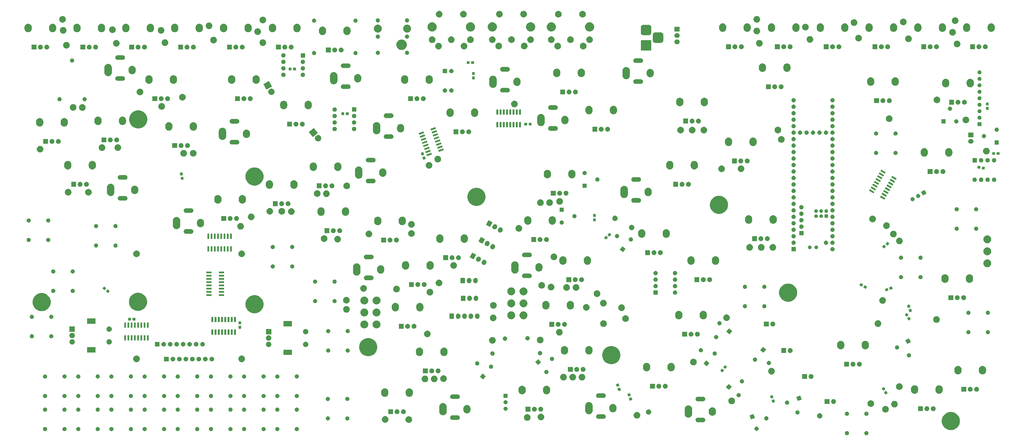
<source format=gbr>
G04 #@! TF.GenerationSoftware,KiCad,Pcbnew,(5.1.2-1)-1*
G04 #@! TF.CreationDate,2022-11-16T18:05:27-05:00*
G04 #@! TF.ProjectId,DrumMachineControlBoard,4472756d-4d61-4636-9869-6e65436f6e74,rev?*
G04 #@! TF.SameCoordinates,Original*
G04 #@! TF.FileFunction,Soldermask,Top*
G04 #@! TF.FilePolarity,Negative*
%FSLAX46Y46*%
G04 Gerber Fmt 4.6, Leading zero omitted, Abs format (unit mm)*
G04 Created by KiCad (PCBNEW (5.1.2-1)-1) date 2022-11-16 18:05:27*
%MOMM*%
%LPD*%
G04 APERTURE LIST*
%ADD10C,0.100000*%
G04 APERTURE END LIST*
D10*
G36*
X345457142Y-161038242D02*
G01*
X345605101Y-161099529D01*
X345738255Y-161188499D01*
X345851501Y-161301745D01*
X345940471Y-161434899D01*
X346001758Y-161582858D01*
X346033000Y-161739925D01*
X346033000Y-161900075D01*
X346001758Y-162057142D01*
X345940471Y-162205101D01*
X345851501Y-162338255D01*
X345738255Y-162451501D01*
X345605101Y-162540471D01*
X345457142Y-162601758D01*
X345300075Y-162633000D01*
X345139925Y-162633000D01*
X344982858Y-162601758D01*
X344834899Y-162540471D01*
X344701745Y-162451501D01*
X344588499Y-162338255D01*
X344499529Y-162205101D01*
X344438242Y-162057142D01*
X344407000Y-161900075D01*
X344407000Y-161739925D01*
X344438242Y-161582858D01*
X344499529Y-161434899D01*
X344588499Y-161301745D01*
X344701745Y-161188499D01*
X344834899Y-161099529D01*
X344982858Y-161038242D01*
X345139925Y-161007000D01*
X345300075Y-161007000D01*
X345457142Y-161038242D01*
X345457142Y-161038242D01*
G37*
G36*
X337827142Y-161028242D02*
G01*
X337975101Y-161089529D01*
X338108255Y-161178499D01*
X338221501Y-161291745D01*
X338310471Y-161424899D01*
X338371758Y-161572858D01*
X338403000Y-161729925D01*
X338403000Y-161890075D01*
X338371758Y-162047142D01*
X338310471Y-162195101D01*
X338221501Y-162328255D01*
X338108255Y-162441501D01*
X337975101Y-162530471D01*
X337827142Y-162591758D01*
X337670075Y-162623000D01*
X337509925Y-162623000D01*
X337352858Y-162591758D01*
X337204899Y-162530471D01*
X337071745Y-162441501D01*
X336958499Y-162328255D01*
X336869529Y-162195101D01*
X336808242Y-162047142D01*
X336777000Y-161890075D01*
X336777000Y-161729925D01*
X336808242Y-161572858D01*
X336869529Y-161424899D01*
X336958499Y-161291745D01*
X337071745Y-161178499D01*
X337204899Y-161089529D01*
X337352858Y-161028242D01*
X337509925Y-160997000D01*
X337670075Y-160997000D01*
X337827142Y-161028242D01*
X337827142Y-161028242D01*
G37*
G36*
X122257142Y-159438242D02*
G01*
X122405101Y-159499529D01*
X122538255Y-159588499D01*
X122651501Y-159701745D01*
X122740471Y-159834899D01*
X122801758Y-159982858D01*
X122833000Y-160139925D01*
X122833000Y-160300075D01*
X122801758Y-160457142D01*
X122740471Y-160605101D01*
X122651501Y-160738255D01*
X122538255Y-160851501D01*
X122405101Y-160940471D01*
X122257142Y-161001758D01*
X122100075Y-161033000D01*
X121939925Y-161033000D01*
X121782858Y-161001758D01*
X121634899Y-160940471D01*
X121501745Y-160851501D01*
X121388499Y-160738255D01*
X121299529Y-160605101D01*
X121238242Y-160457142D01*
X121207000Y-160300075D01*
X121207000Y-160139925D01*
X121238242Y-159982858D01*
X121299529Y-159834899D01*
X121388499Y-159701745D01*
X121501745Y-159588499D01*
X121634899Y-159499529D01*
X121782858Y-159438242D01*
X121939925Y-159407000D01*
X122100075Y-159407000D01*
X122257142Y-159438242D01*
X122257142Y-159438242D01*
G37*
G36*
X109257142Y-159438242D02*
G01*
X109405101Y-159499529D01*
X109538255Y-159588499D01*
X109651501Y-159701745D01*
X109740471Y-159834899D01*
X109801758Y-159982858D01*
X109833000Y-160139925D01*
X109833000Y-160300075D01*
X109801758Y-160457142D01*
X109740471Y-160605101D01*
X109651501Y-160738255D01*
X109538255Y-160851501D01*
X109405101Y-160940471D01*
X109257142Y-161001758D01*
X109100075Y-161033000D01*
X108939925Y-161033000D01*
X108782858Y-161001758D01*
X108634899Y-160940471D01*
X108501745Y-160851501D01*
X108388499Y-160738255D01*
X108299529Y-160605101D01*
X108238242Y-160457142D01*
X108207000Y-160300075D01*
X108207000Y-160139925D01*
X108238242Y-159982858D01*
X108299529Y-159834899D01*
X108388499Y-159701745D01*
X108501745Y-159588499D01*
X108634899Y-159499529D01*
X108782858Y-159438242D01*
X108939925Y-159407000D01*
X109100075Y-159407000D01*
X109257142Y-159438242D01*
X109257142Y-159438242D01*
G37*
G36*
X96257142Y-159438242D02*
G01*
X96405101Y-159499529D01*
X96538255Y-159588499D01*
X96651501Y-159701745D01*
X96740471Y-159834899D01*
X96801758Y-159982858D01*
X96833000Y-160139925D01*
X96833000Y-160300075D01*
X96801758Y-160457142D01*
X96740471Y-160605101D01*
X96651501Y-160738255D01*
X96538255Y-160851501D01*
X96405101Y-160940471D01*
X96257142Y-161001758D01*
X96100075Y-161033000D01*
X95939925Y-161033000D01*
X95782858Y-161001758D01*
X95634899Y-160940471D01*
X95501745Y-160851501D01*
X95388499Y-160738255D01*
X95299529Y-160605101D01*
X95238242Y-160457142D01*
X95207000Y-160300075D01*
X95207000Y-160139925D01*
X95238242Y-159982858D01*
X95299529Y-159834899D01*
X95388499Y-159701745D01*
X95501745Y-159588499D01*
X95634899Y-159499529D01*
X95782858Y-159438242D01*
X95939925Y-159407000D01*
X96100075Y-159407000D01*
X96257142Y-159438242D01*
X96257142Y-159438242D01*
G37*
G36*
X83257142Y-159438242D02*
G01*
X83405101Y-159499529D01*
X83538255Y-159588499D01*
X83651501Y-159701745D01*
X83740471Y-159834899D01*
X83801758Y-159982858D01*
X83833000Y-160139925D01*
X83833000Y-160300075D01*
X83801758Y-160457142D01*
X83740471Y-160605101D01*
X83651501Y-160738255D01*
X83538255Y-160851501D01*
X83405101Y-160940471D01*
X83257142Y-161001758D01*
X83100075Y-161033000D01*
X82939925Y-161033000D01*
X82782858Y-161001758D01*
X82634899Y-160940471D01*
X82501745Y-160851501D01*
X82388499Y-160738255D01*
X82299529Y-160605101D01*
X82238242Y-160457142D01*
X82207000Y-160300075D01*
X82207000Y-160139925D01*
X82238242Y-159982858D01*
X82299529Y-159834899D01*
X82388499Y-159701745D01*
X82501745Y-159588499D01*
X82634899Y-159499529D01*
X82782858Y-159438242D01*
X82939925Y-159407000D01*
X83100075Y-159407000D01*
X83257142Y-159438242D01*
X83257142Y-159438242D01*
G37*
G36*
X70257142Y-159438242D02*
G01*
X70405101Y-159499529D01*
X70538255Y-159588499D01*
X70651501Y-159701745D01*
X70740471Y-159834899D01*
X70801758Y-159982858D01*
X70833000Y-160139925D01*
X70833000Y-160300075D01*
X70801758Y-160457142D01*
X70740471Y-160605101D01*
X70651501Y-160738255D01*
X70538255Y-160851501D01*
X70405101Y-160940471D01*
X70257142Y-161001758D01*
X70100075Y-161033000D01*
X69939925Y-161033000D01*
X69782858Y-161001758D01*
X69634899Y-160940471D01*
X69501745Y-160851501D01*
X69388499Y-160738255D01*
X69299529Y-160605101D01*
X69238242Y-160457142D01*
X69207000Y-160300075D01*
X69207000Y-160139925D01*
X69238242Y-159982858D01*
X69299529Y-159834899D01*
X69388499Y-159701745D01*
X69501745Y-159588499D01*
X69634899Y-159499529D01*
X69782858Y-159438242D01*
X69939925Y-159407000D01*
X70100075Y-159407000D01*
X70257142Y-159438242D01*
X70257142Y-159438242D01*
G37*
G36*
X57257142Y-159438242D02*
G01*
X57405101Y-159499529D01*
X57538255Y-159588499D01*
X57651501Y-159701745D01*
X57740471Y-159834899D01*
X57801758Y-159982858D01*
X57833000Y-160139925D01*
X57833000Y-160300075D01*
X57801758Y-160457142D01*
X57740471Y-160605101D01*
X57651501Y-160738255D01*
X57538255Y-160851501D01*
X57405101Y-160940471D01*
X57257142Y-161001758D01*
X57100075Y-161033000D01*
X56939925Y-161033000D01*
X56782858Y-161001758D01*
X56634899Y-160940471D01*
X56501745Y-160851501D01*
X56388499Y-160738255D01*
X56299529Y-160605101D01*
X56238242Y-160457142D01*
X56207000Y-160300075D01*
X56207000Y-160139925D01*
X56238242Y-159982858D01*
X56299529Y-159834899D01*
X56388499Y-159701745D01*
X56501745Y-159588499D01*
X56634899Y-159499529D01*
X56782858Y-159438242D01*
X56939925Y-159407000D01*
X57100075Y-159407000D01*
X57257142Y-159438242D01*
X57257142Y-159438242D01*
G37*
G36*
X44257142Y-159438242D02*
G01*
X44405101Y-159499529D01*
X44538255Y-159588499D01*
X44651501Y-159701745D01*
X44740471Y-159834899D01*
X44801758Y-159982858D01*
X44833000Y-160139925D01*
X44833000Y-160300075D01*
X44801758Y-160457142D01*
X44740471Y-160605101D01*
X44651501Y-160738255D01*
X44538255Y-160851501D01*
X44405101Y-160940471D01*
X44257142Y-161001758D01*
X44100075Y-161033000D01*
X43939925Y-161033000D01*
X43782858Y-161001758D01*
X43634899Y-160940471D01*
X43501745Y-160851501D01*
X43388499Y-160738255D01*
X43299529Y-160605101D01*
X43238242Y-160457142D01*
X43207000Y-160300075D01*
X43207000Y-160139925D01*
X43238242Y-159982858D01*
X43299529Y-159834899D01*
X43388499Y-159701745D01*
X43501745Y-159588499D01*
X43634899Y-159499529D01*
X43782858Y-159438242D01*
X43939925Y-159407000D01*
X44100075Y-159407000D01*
X44257142Y-159438242D01*
X44257142Y-159438242D01*
G37*
G36*
X31257142Y-159438242D02*
G01*
X31405101Y-159499529D01*
X31538255Y-159588499D01*
X31651501Y-159701745D01*
X31740471Y-159834899D01*
X31801758Y-159982858D01*
X31833000Y-160139925D01*
X31833000Y-160300075D01*
X31801758Y-160457142D01*
X31740471Y-160605101D01*
X31651501Y-160738255D01*
X31538255Y-160851501D01*
X31405101Y-160940471D01*
X31257142Y-161001758D01*
X31100075Y-161033000D01*
X30939925Y-161033000D01*
X30782858Y-161001758D01*
X30634899Y-160940471D01*
X30501745Y-160851501D01*
X30388499Y-160738255D01*
X30299529Y-160605101D01*
X30238242Y-160457142D01*
X30207000Y-160300075D01*
X30207000Y-160139925D01*
X30238242Y-159982858D01*
X30299529Y-159834899D01*
X30388499Y-159701745D01*
X30501745Y-159588499D01*
X30634899Y-159499529D01*
X30782858Y-159438242D01*
X30939925Y-159407000D01*
X31100075Y-159407000D01*
X31257142Y-159438242D01*
X31257142Y-159438242D01*
G37*
G36*
X114627142Y-159428242D02*
G01*
X114775101Y-159489529D01*
X114908255Y-159578499D01*
X115021501Y-159691745D01*
X115110471Y-159824899D01*
X115171758Y-159972858D01*
X115203000Y-160129925D01*
X115203000Y-160290075D01*
X115171758Y-160447142D01*
X115110471Y-160595101D01*
X115021501Y-160728255D01*
X114908255Y-160841501D01*
X114775101Y-160930471D01*
X114627142Y-160991758D01*
X114470075Y-161023000D01*
X114309925Y-161023000D01*
X114152858Y-160991758D01*
X114004899Y-160930471D01*
X113871745Y-160841501D01*
X113758499Y-160728255D01*
X113669529Y-160595101D01*
X113608242Y-160447142D01*
X113577000Y-160290075D01*
X113577000Y-160129925D01*
X113608242Y-159972858D01*
X113669529Y-159824899D01*
X113758499Y-159691745D01*
X113871745Y-159578499D01*
X114004899Y-159489529D01*
X114152858Y-159428242D01*
X114309925Y-159397000D01*
X114470075Y-159397000D01*
X114627142Y-159428242D01*
X114627142Y-159428242D01*
G37*
G36*
X23627142Y-159428242D02*
G01*
X23775101Y-159489529D01*
X23908255Y-159578499D01*
X24021501Y-159691745D01*
X24110471Y-159824899D01*
X24171758Y-159972858D01*
X24203000Y-160129925D01*
X24203000Y-160290075D01*
X24171758Y-160447142D01*
X24110471Y-160595101D01*
X24021501Y-160728255D01*
X23908255Y-160841501D01*
X23775101Y-160930471D01*
X23627142Y-160991758D01*
X23470075Y-161023000D01*
X23309925Y-161023000D01*
X23152858Y-160991758D01*
X23004899Y-160930471D01*
X22871745Y-160841501D01*
X22758499Y-160728255D01*
X22669529Y-160595101D01*
X22608242Y-160447142D01*
X22577000Y-160290075D01*
X22577000Y-160129925D01*
X22608242Y-159972858D01*
X22669529Y-159824899D01*
X22758499Y-159691745D01*
X22871745Y-159578499D01*
X23004899Y-159489529D01*
X23152858Y-159428242D01*
X23309925Y-159397000D01*
X23470075Y-159397000D01*
X23627142Y-159428242D01*
X23627142Y-159428242D01*
G37*
G36*
X101627142Y-159428242D02*
G01*
X101775101Y-159489529D01*
X101908255Y-159578499D01*
X102021501Y-159691745D01*
X102110471Y-159824899D01*
X102171758Y-159972858D01*
X102203000Y-160129925D01*
X102203000Y-160290075D01*
X102171758Y-160447142D01*
X102110471Y-160595101D01*
X102021501Y-160728255D01*
X101908255Y-160841501D01*
X101775101Y-160930471D01*
X101627142Y-160991758D01*
X101470075Y-161023000D01*
X101309925Y-161023000D01*
X101152858Y-160991758D01*
X101004899Y-160930471D01*
X100871745Y-160841501D01*
X100758499Y-160728255D01*
X100669529Y-160595101D01*
X100608242Y-160447142D01*
X100577000Y-160290075D01*
X100577000Y-160129925D01*
X100608242Y-159972858D01*
X100669529Y-159824899D01*
X100758499Y-159691745D01*
X100871745Y-159578499D01*
X101004899Y-159489529D01*
X101152858Y-159428242D01*
X101309925Y-159397000D01*
X101470075Y-159397000D01*
X101627142Y-159428242D01*
X101627142Y-159428242D01*
G37*
G36*
X36627142Y-159428242D02*
G01*
X36775101Y-159489529D01*
X36908255Y-159578499D01*
X37021501Y-159691745D01*
X37110471Y-159824899D01*
X37171758Y-159972858D01*
X37203000Y-160129925D01*
X37203000Y-160290075D01*
X37171758Y-160447142D01*
X37110471Y-160595101D01*
X37021501Y-160728255D01*
X36908255Y-160841501D01*
X36775101Y-160930471D01*
X36627142Y-160991758D01*
X36470075Y-161023000D01*
X36309925Y-161023000D01*
X36152858Y-160991758D01*
X36004899Y-160930471D01*
X35871745Y-160841501D01*
X35758499Y-160728255D01*
X35669529Y-160595101D01*
X35608242Y-160447142D01*
X35577000Y-160290075D01*
X35577000Y-160129925D01*
X35608242Y-159972858D01*
X35669529Y-159824899D01*
X35758499Y-159691745D01*
X35871745Y-159578499D01*
X36004899Y-159489529D01*
X36152858Y-159428242D01*
X36309925Y-159397000D01*
X36470075Y-159397000D01*
X36627142Y-159428242D01*
X36627142Y-159428242D01*
G37*
G36*
X88627142Y-159428242D02*
G01*
X88775101Y-159489529D01*
X88908255Y-159578499D01*
X89021501Y-159691745D01*
X89110471Y-159824899D01*
X89171758Y-159972858D01*
X89203000Y-160129925D01*
X89203000Y-160290075D01*
X89171758Y-160447142D01*
X89110471Y-160595101D01*
X89021501Y-160728255D01*
X88908255Y-160841501D01*
X88775101Y-160930471D01*
X88627142Y-160991758D01*
X88470075Y-161023000D01*
X88309925Y-161023000D01*
X88152858Y-160991758D01*
X88004899Y-160930471D01*
X87871745Y-160841501D01*
X87758499Y-160728255D01*
X87669529Y-160595101D01*
X87608242Y-160447142D01*
X87577000Y-160290075D01*
X87577000Y-160129925D01*
X87608242Y-159972858D01*
X87669529Y-159824899D01*
X87758499Y-159691745D01*
X87871745Y-159578499D01*
X88004899Y-159489529D01*
X88152858Y-159428242D01*
X88309925Y-159397000D01*
X88470075Y-159397000D01*
X88627142Y-159428242D01*
X88627142Y-159428242D01*
G37*
G36*
X49627142Y-159428242D02*
G01*
X49775101Y-159489529D01*
X49908255Y-159578499D01*
X50021501Y-159691745D01*
X50110471Y-159824899D01*
X50171758Y-159972858D01*
X50203000Y-160129925D01*
X50203000Y-160290075D01*
X50171758Y-160447142D01*
X50110471Y-160595101D01*
X50021501Y-160728255D01*
X49908255Y-160841501D01*
X49775101Y-160930471D01*
X49627142Y-160991758D01*
X49470075Y-161023000D01*
X49309925Y-161023000D01*
X49152858Y-160991758D01*
X49004899Y-160930471D01*
X48871745Y-160841501D01*
X48758499Y-160728255D01*
X48669529Y-160595101D01*
X48608242Y-160447142D01*
X48577000Y-160290075D01*
X48577000Y-160129925D01*
X48608242Y-159972858D01*
X48669529Y-159824899D01*
X48758499Y-159691745D01*
X48871745Y-159578499D01*
X49004899Y-159489529D01*
X49152858Y-159428242D01*
X49309925Y-159397000D01*
X49470075Y-159397000D01*
X49627142Y-159428242D01*
X49627142Y-159428242D01*
G37*
G36*
X75627142Y-159428242D02*
G01*
X75775101Y-159489529D01*
X75908255Y-159578499D01*
X76021501Y-159691745D01*
X76110471Y-159824899D01*
X76171758Y-159972858D01*
X76203000Y-160129925D01*
X76203000Y-160290075D01*
X76171758Y-160447142D01*
X76110471Y-160595101D01*
X76021501Y-160728255D01*
X75908255Y-160841501D01*
X75775101Y-160930471D01*
X75627142Y-160991758D01*
X75470075Y-161023000D01*
X75309925Y-161023000D01*
X75152858Y-160991758D01*
X75004899Y-160930471D01*
X74871745Y-160841501D01*
X74758499Y-160728255D01*
X74669529Y-160595101D01*
X74608242Y-160447142D01*
X74577000Y-160290075D01*
X74577000Y-160129925D01*
X74608242Y-159972858D01*
X74669529Y-159824899D01*
X74758499Y-159691745D01*
X74871745Y-159578499D01*
X75004899Y-159489529D01*
X75152858Y-159428242D01*
X75309925Y-159397000D01*
X75470075Y-159397000D01*
X75627142Y-159428242D01*
X75627142Y-159428242D01*
G37*
G36*
X62627142Y-159428242D02*
G01*
X62775101Y-159489529D01*
X62908255Y-159578499D01*
X63021501Y-159691745D01*
X63110471Y-159824899D01*
X63171758Y-159972858D01*
X63203000Y-160129925D01*
X63203000Y-160290075D01*
X63171758Y-160447142D01*
X63110471Y-160595101D01*
X63021501Y-160728255D01*
X62908255Y-160841501D01*
X62775101Y-160930471D01*
X62627142Y-160991758D01*
X62470075Y-161023000D01*
X62309925Y-161023000D01*
X62152858Y-160991758D01*
X62004899Y-160930471D01*
X61871745Y-160841501D01*
X61758499Y-160728255D01*
X61669529Y-160595101D01*
X61608242Y-160447142D01*
X61577000Y-160290075D01*
X61577000Y-160129925D01*
X61608242Y-159972858D01*
X61669529Y-159824899D01*
X61758499Y-159691745D01*
X61871745Y-159578499D01*
X62004899Y-159489529D01*
X62152858Y-159428242D01*
X62309925Y-159397000D01*
X62470075Y-159397000D01*
X62627142Y-159428242D01*
X62627142Y-159428242D01*
G37*
G36*
X302411036Y-159264205D02*
G01*
X302561359Y-159326471D01*
X302696646Y-159416867D01*
X302811697Y-159531918D01*
X302902093Y-159667205D01*
X302964359Y-159817528D01*
X302996101Y-159977109D01*
X302996101Y-160139817D01*
X302964359Y-160299398D01*
X302902093Y-160449721D01*
X302811697Y-160585008D01*
X302696646Y-160700059D01*
X302561359Y-160790455D01*
X302411036Y-160852721D01*
X302251455Y-160884463D01*
X302088747Y-160884463D01*
X301929166Y-160852721D01*
X301778843Y-160790455D01*
X301643556Y-160700059D01*
X301528505Y-160585008D01*
X301438109Y-160449721D01*
X301375843Y-160299398D01*
X301344101Y-160139817D01*
X301344101Y-159977109D01*
X301375843Y-159817528D01*
X301438109Y-159667205D01*
X301528505Y-159531918D01*
X301643556Y-159416867D01*
X301778843Y-159326471D01*
X301929166Y-159264205D01*
X302088747Y-159232463D01*
X302251455Y-159232463D01*
X302411036Y-159264205D01*
X302411036Y-159264205D01*
G37*
G36*
X379335787Y-153635462D02*
G01*
X379525068Y-153713865D01*
X379982029Y-153903144D01*
X380563631Y-154291758D01*
X381058242Y-154786369D01*
X381446856Y-155367971D01*
X381625934Y-155800304D01*
X381714538Y-156014213D01*
X381851000Y-156700256D01*
X381851000Y-157399744D01*
X381714538Y-158085787D01*
X381714537Y-158085789D01*
X381446856Y-158732029D01*
X381058242Y-159313631D01*
X380563631Y-159808242D01*
X379982029Y-160196856D01*
X379525068Y-160386135D01*
X379335787Y-160464538D01*
X378649744Y-160601000D01*
X377950256Y-160601000D01*
X377264213Y-160464538D01*
X377074932Y-160386135D01*
X376617971Y-160196856D01*
X376036369Y-159808242D01*
X375541758Y-159313631D01*
X375153144Y-158732029D01*
X374885463Y-158085789D01*
X374885462Y-158085787D01*
X374749000Y-157399744D01*
X374749000Y-156700256D01*
X374885462Y-156014213D01*
X374974066Y-155800304D01*
X375153144Y-155367971D01*
X375541758Y-154786369D01*
X376036369Y-154291758D01*
X376617971Y-153903144D01*
X377074932Y-153713865D01*
X377264213Y-153635462D01*
X377950256Y-153499000D01*
X378649744Y-153499000D01*
X379335787Y-153635462D01*
X379335787Y-153635462D01*
G37*
G36*
X166289393Y-155209304D02*
G01*
X166510708Y-155300976D01*
X166526103Y-155307353D01*
X166739135Y-155449696D01*
X166920304Y-155630865D01*
X167059638Y-155839394D01*
X167062648Y-155843899D01*
X167160696Y-156080607D01*
X167210680Y-156331893D01*
X167210680Y-156588107D01*
X167160696Y-156839393D01*
X167079216Y-157036103D01*
X167062647Y-157076103D01*
X166920304Y-157289135D01*
X166739135Y-157470304D01*
X166526103Y-157612647D01*
X166526102Y-157612648D01*
X166526101Y-157612648D01*
X166289393Y-157710696D01*
X166038107Y-157760680D01*
X165781893Y-157760680D01*
X165530607Y-157710696D01*
X165293899Y-157612648D01*
X165293898Y-157612648D01*
X165293897Y-157612647D01*
X165080865Y-157470304D01*
X164899696Y-157289135D01*
X164757353Y-157076103D01*
X164740784Y-157036103D01*
X164659304Y-156839393D01*
X164609320Y-156588107D01*
X164609320Y-156331893D01*
X164659304Y-156080607D01*
X164757352Y-155843899D01*
X164760362Y-155839394D01*
X164899696Y-155630865D01*
X165080865Y-155449696D01*
X165293897Y-155307353D01*
X165309292Y-155300976D01*
X165530607Y-155209304D01*
X165781893Y-155159320D01*
X166038107Y-155159320D01*
X166289393Y-155209304D01*
X166289393Y-155209304D01*
G37*
G36*
X157029393Y-155169304D02*
G01*
X157266101Y-155267352D01*
X157266103Y-155267353D01*
X157479135Y-155409696D01*
X157660304Y-155590865D01*
X157802647Y-155803897D01*
X157802648Y-155803899D01*
X157900696Y-156040607D01*
X157950680Y-156291893D01*
X157950680Y-156548107D01*
X157900696Y-156799393D01*
X157831492Y-156966466D01*
X157802647Y-157036103D01*
X157660304Y-157249135D01*
X157479135Y-157430304D01*
X157266103Y-157572647D01*
X157266102Y-157572648D01*
X157266101Y-157572648D01*
X157029393Y-157670696D01*
X156778107Y-157720680D01*
X156521893Y-157720680D01*
X156270607Y-157670696D01*
X156033899Y-157572648D01*
X156033898Y-157572648D01*
X156033897Y-157572647D01*
X155820865Y-157430304D01*
X155639696Y-157249135D01*
X155497353Y-157036103D01*
X155468508Y-156966466D01*
X155399304Y-156799393D01*
X155349320Y-156548107D01*
X155349320Y-156291893D01*
X155399304Y-156040607D01*
X155497352Y-155803899D01*
X155497353Y-155803897D01*
X155639696Y-155590865D01*
X155820865Y-155409696D01*
X156033897Y-155267353D01*
X156033899Y-155267352D01*
X156270607Y-155169304D01*
X156521893Y-155119320D01*
X156778107Y-155119320D01*
X157029393Y-155169304D01*
X157029393Y-155169304D01*
G37*
G36*
X281270442Y-155725518D02*
G01*
X281336627Y-155732037D01*
X281506466Y-155783557D01*
X281506468Y-155783558D01*
X281542824Y-155802991D01*
X281662991Y-155867222D01*
X281698729Y-155896552D01*
X281800186Y-155979814D01*
X281882803Y-156080485D01*
X281912778Y-156117009D01*
X281996443Y-156273534D01*
X282047963Y-156443373D01*
X282065359Y-156620000D01*
X282047963Y-156796627D01*
X281996443Y-156966466D01*
X281912778Y-157122991D01*
X281883448Y-157158729D01*
X281800186Y-157260186D01*
X281705982Y-157337496D01*
X281662991Y-157372778D01*
X281662989Y-157372779D01*
X281519136Y-157449671D01*
X281506466Y-157456443D01*
X281336627Y-157507963D01*
X281270442Y-157514482D01*
X281204260Y-157521000D01*
X279115740Y-157521000D01*
X279049558Y-157514482D01*
X278983373Y-157507963D01*
X278813534Y-157456443D01*
X278800865Y-157449671D01*
X278657011Y-157372779D01*
X278657009Y-157372778D01*
X278614018Y-157337496D01*
X278519814Y-157260186D01*
X278436552Y-157158729D01*
X278407222Y-157122991D01*
X278323557Y-156966466D01*
X278272037Y-156796627D01*
X278254641Y-156620000D01*
X278272037Y-156443373D01*
X278323557Y-156273534D01*
X278407222Y-156117009D01*
X278437197Y-156080485D01*
X278519814Y-155979814D01*
X278621271Y-155896552D01*
X278657009Y-155867222D01*
X278777176Y-155802991D01*
X278813532Y-155783558D01*
X278813534Y-155783557D01*
X278983373Y-155732037D01*
X279049558Y-155725518D01*
X279115740Y-155719000D01*
X281204260Y-155719000D01*
X281270442Y-155725518D01*
X281270442Y-155725518D01*
G37*
G36*
X212699393Y-154399304D02*
G01*
X212854515Y-154463558D01*
X212936103Y-154497353D01*
X213149135Y-154639696D01*
X213330304Y-154820865D01*
X213452002Y-155003000D01*
X213472648Y-155033899D01*
X213570696Y-155270607D01*
X213620680Y-155521893D01*
X213620680Y-155778107D01*
X213570696Y-156029393D01*
X213472648Y-156266101D01*
X213472647Y-156266103D01*
X213330304Y-156479135D01*
X213149135Y-156660304D01*
X212936103Y-156802647D01*
X212936102Y-156802648D01*
X212936101Y-156802648D01*
X212699393Y-156900696D01*
X212448107Y-156950680D01*
X212191893Y-156950680D01*
X211940607Y-156900696D01*
X211703899Y-156802648D01*
X211703898Y-156802648D01*
X211703897Y-156802647D01*
X211490865Y-156660304D01*
X211309696Y-156479135D01*
X211167353Y-156266103D01*
X211167352Y-156266101D01*
X211069304Y-156029393D01*
X211019320Y-155778107D01*
X211019320Y-155521893D01*
X211069304Y-155270607D01*
X211167352Y-155033899D01*
X211187998Y-155003000D01*
X211309696Y-154820865D01*
X211490865Y-154639696D01*
X211703897Y-154497353D01*
X211785485Y-154463558D01*
X211940607Y-154399304D01*
X212191893Y-154349320D01*
X212448107Y-154349320D01*
X212699393Y-154399304D01*
X212699393Y-154399304D01*
G37*
G36*
X142057142Y-155238242D02*
G01*
X142205101Y-155299529D01*
X142338255Y-155388499D01*
X142451501Y-155501745D01*
X142540471Y-155634899D01*
X142601758Y-155782858D01*
X142633000Y-155939925D01*
X142633000Y-156100075D01*
X142601758Y-156257142D01*
X142540471Y-156405101D01*
X142451501Y-156538255D01*
X142338255Y-156651501D01*
X142205101Y-156740471D01*
X142057142Y-156801758D01*
X141900075Y-156833000D01*
X141739925Y-156833000D01*
X141582858Y-156801758D01*
X141434899Y-156740471D01*
X141301745Y-156651501D01*
X141188499Y-156538255D01*
X141099529Y-156405101D01*
X141038242Y-156257142D01*
X141007000Y-156100075D01*
X141007000Y-155939925D01*
X141038242Y-155782858D01*
X141099529Y-155634899D01*
X141188499Y-155501745D01*
X141301745Y-155388499D01*
X141434899Y-155299529D01*
X141582858Y-155238242D01*
X141739925Y-155207000D01*
X141900075Y-155207000D01*
X142057142Y-155238242D01*
X142057142Y-155238242D01*
G37*
G36*
X306254448Y-155204873D02*
G01*
X306404771Y-155267139D01*
X306540058Y-155357535D01*
X306655109Y-155472586D01*
X306745505Y-155607873D01*
X306807771Y-155758196D01*
X306839513Y-155917777D01*
X306839513Y-156080485D01*
X306807771Y-156240066D01*
X306745505Y-156390389D01*
X306655109Y-156525676D01*
X306540058Y-156640727D01*
X306404771Y-156731123D01*
X306254448Y-156793389D01*
X306094867Y-156825131D01*
X305932159Y-156825131D01*
X305772578Y-156793389D01*
X305622255Y-156731123D01*
X305486968Y-156640727D01*
X305371917Y-156525676D01*
X305281521Y-156390389D01*
X305219255Y-156240066D01*
X305187513Y-156080485D01*
X305187513Y-155917777D01*
X305219255Y-155758196D01*
X305281521Y-155607873D01*
X305371917Y-155472586D01*
X305486968Y-155357535D01*
X305622255Y-155267139D01*
X305772578Y-155204873D01*
X305932159Y-155173131D01*
X306094867Y-155173131D01*
X306254448Y-155204873D01*
X306254448Y-155204873D01*
G37*
G36*
X134427142Y-155228242D02*
G01*
X134575101Y-155289529D01*
X134708255Y-155378499D01*
X134821501Y-155491745D01*
X134910471Y-155624899D01*
X134971758Y-155772858D01*
X135003000Y-155929925D01*
X135003000Y-156090075D01*
X134971758Y-156247142D01*
X134910471Y-156395101D01*
X134821501Y-156528255D01*
X134708255Y-156641501D01*
X134575101Y-156730471D01*
X134427142Y-156791758D01*
X134270075Y-156823000D01*
X134109925Y-156823000D01*
X133952858Y-156791758D01*
X133804899Y-156730471D01*
X133671745Y-156641501D01*
X133558499Y-156528255D01*
X133469529Y-156395101D01*
X133408242Y-156247142D01*
X133377000Y-156090075D01*
X133377000Y-155929925D01*
X133408242Y-155772858D01*
X133469529Y-155624899D01*
X133558499Y-155491745D01*
X133671745Y-155378499D01*
X133804899Y-155289529D01*
X133952858Y-155228242D01*
X134109925Y-155197000D01*
X134270075Y-155197000D01*
X134427142Y-155228242D01*
X134427142Y-155228242D01*
G37*
G36*
X218069393Y-154209304D02*
G01*
X218291502Y-154301305D01*
X218306103Y-154307353D01*
X218519135Y-154449696D01*
X218700304Y-154630865D01*
X218831998Y-154827960D01*
X218842648Y-154843899D01*
X218940696Y-155080607D01*
X218990680Y-155331893D01*
X218990680Y-155588107D01*
X218940696Y-155839393D01*
X218857313Y-156040696D01*
X218842647Y-156076103D01*
X218700304Y-156289135D01*
X218519135Y-156470304D01*
X218306103Y-156612647D01*
X218306102Y-156612648D01*
X218306101Y-156612648D01*
X218069393Y-156710696D01*
X217818107Y-156760680D01*
X217561893Y-156760680D01*
X217310607Y-156710696D01*
X217073899Y-156612648D01*
X217073898Y-156612648D01*
X217073897Y-156612647D01*
X216860865Y-156470304D01*
X216679696Y-156289135D01*
X216537353Y-156076103D01*
X216522687Y-156040696D01*
X216439304Y-155839393D01*
X216389320Y-155588107D01*
X216389320Y-155331893D01*
X216439304Y-155080607D01*
X216537352Y-154843899D01*
X216548002Y-154827960D01*
X216679696Y-154630865D01*
X216860865Y-154449696D01*
X217073897Y-154307353D01*
X217088498Y-154301305D01*
X217310607Y-154209304D01*
X217561893Y-154159320D01*
X217818107Y-154159320D01*
X218069393Y-154209304D01*
X218069393Y-154209304D01*
G37*
G36*
X185110442Y-154805518D02*
G01*
X185176627Y-154812037D01*
X185346466Y-154863557D01*
X185502991Y-154947222D01*
X185520703Y-154961758D01*
X185640186Y-155059814D01*
X185713727Y-155149425D01*
X185752778Y-155197009D01*
X185836443Y-155353534D01*
X185887963Y-155523373D01*
X185905359Y-155700000D01*
X185887963Y-155876627D01*
X185836443Y-156046466D01*
X185752778Y-156202991D01*
X185723448Y-156238729D01*
X185640186Y-156340186D01*
X185544521Y-156418695D01*
X185502991Y-156452778D01*
X185502989Y-156452779D01*
X185366610Y-156525676D01*
X185346466Y-156536443D01*
X185176627Y-156587963D01*
X185110443Y-156594481D01*
X185044260Y-156601000D01*
X182955740Y-156601000D01*
X182889557Y-156594481D01*
X182823373Y-156587963D01*
X182653534Y-156536443D01*
X182633391Y-156525676D01*
X182497011Y-156452779D01*
X182497009Y-156452778D01*
X182455479Y-156418695D01*
X182359814Y-156340186D01*
X182276552Y-156238729D01*
X182247222Y-156202991D01*
X182163557Y-156046466D01*
X182112037Y-155876627D01*
X182094641Y-155700000D01*
X182112037Y-155523373D01*
X182163557Y-155353534D01*
X182247222Y-155197009D01*
X182286273Y-155149425D01*
X182359814Y-155059814D01*
X182479297Y-154961758D01*
X182497009Y-154947222D01*
X182653534Y-154863557D01*
X182823373Y-154812037D01*
X182889558Y-154805518D01*
X182955740Y-154799000D01*
X185044260Y-154799000D01*
X185110442Y-154805518D01*
X185110442Y-154805518D01*
G37*
G36*
X301518695Y-155853677D02*
G01*
X299966323Y-156418695D01*
X299401305Y-154866323D01*
X300953677Y-154301305D01*
X301518695Y-155853677D01*
X301518695Y-155853677D01*
G37*
G36*
X242310442Y-154405518D02*
G01*
X242376627Y-154412037D01*
X242546466Y-154463557D01*
X242702991Y-154547222D01*
X242736960Y-154575100D01*
X242840186Y-154659814D01*
X242922551Y-154760177D01*
X242952778Y-154797009D01*
X243036443Y-154953534D01*
X243087963Y-155123373D01*
X243105359Y-155300000D01*
X243087963Y-155476627D01*
X243036443Y-155646466D01*
X242952778Y-155802991D01*
X242923448Y-155838729D01*
X242840186Y-155940186D01*
X242738729Y-156023448D01*
X242702991Y-156052778D01*
X242702989Y-156052779D01*
X242582821Y-156117011D01*
X242546466Y-156136443D01*
X242376627Y-156187963D01*
X242310442Y-156194482D01*
X242244260Y-156201000D01*
X240155740Y-156201000D01*
X240089558Y-156194482D01*
X240023373Y-156187963D01*
X239853534Y-156136443D01*
X239817180Y-156117011D01*
X239697011Y-156052779D01*
X239697009Y-156052778D01*
X239661271Y-156023448D01*
X239559814Y-155940186D01*
X239476552Y-155838729D01*
X239447222Y-155802991D01*
X239363557Y-155646466D01*
X239312037Y-155476627D01*
X239294641Y-155300000D01*
X239312037Y-155123373D01*
X239363557Y-154953534D01*
X239447222Y-154797009D01*
X239477449Y-154760177D01*
X239559814Y-154659814D01*
X239663040Y-154575100D01*
X239697009Y-154547222D01*
X239853534Y-154463557D01*
X240023373Y-154412037D01*
X240089558Y-154405518D01*
X240155740Y-154399000D01*
X242244260Y-154399000D01*
X242310442Y-154405518D01*
X242310442Y-154405518D01*
G37*
G36*
X255689393Y-153539304D02*
G01*
X255926101Y-153637352D01*
X255926103Y-153637353D01*
X256139135Y-153779696D01*
X256320304Y-153960865D01*
X256439123Y-154138691D01*
X256462648Y-154173899D01*
X256560696Y-154410607D01*
X256610680Y-154661893D01*
X256610680Y-154918107D01*
X256560696Y-155169393D01*
X256474081Y-155378499D01*
X256462647Y-155406103D01*
X256320304Y-155619135D01*
X256139135Y-155800304D01*
X255926103Y-155942647D01*
X255926102Y-155942648D01*
X255926101Y-155942648D01*
X255689393Y-156040696D01*
X255438107Y-156090680D01*
X255181893Y-156090680D01*
X254930607Y-156040696D01*
X254693899Y-155942648D01*
X254693898Y-155942648D01*
X254693897Y-155942647D01*
X254480865Y-155800304D01*
X254299696Y-155619135D01*
X254157353Y-155406103D01*
X254145919Y-155378499D01*
X254059304Y-155169393D01*
X254009320Y-154918107D01*
X254009320Y-154661893D01*
X254059304Y-154410607D01*
X254157352Y-154173899D01*
X254180877Y-154138691D01*
X254299696Y-153960865D01*
X254480865Y-153779696D01*
X254693897Y-153637353D01*
X254693899Y-153637352D01*
X254930607Y-153539304D01*
X255181893Y-153489320D01*
X255438107Y-153489320D01*
X255689393Y-153539304D01*
X255689393Y-153539304D01*
G37*
G36*
X327226564Y-154019389D02*
G01*
X327417833Y-154098615D01*
X327417835Y-154098616D01*
X327589973Y-154213635D01*
X327736365Y-154360027D01*
X327828123Y-154497352D01*
X327851385Y-154532167D01*
X327930611Y-154723436D01*
X327971000Y-154926484D01*
X327971000Y-155133516D01*
X327930611Y-155336564D01*
X327851385Y-155527833D01*
X327851384Y-155527835D01*
X327736365Y-155699973D01*
X327589973Y-155846365D01*
X327417835Y-155961384D01*
X327417834Y-155961385D01*
X327417833Y-155961385D01*
X327226564Y-156040611D01*
X327023516Y-156081000D01*
X326816484Y-156081000D01*
X326613436Y-156040611D01*
X326422167Y-155961385D01*
X326422166Y-155961385D01*
X326422165Y-155961384D01*
X326250027Y-155846365D01*
X326103635Y-155699973D01*
X325988616Y-155527835D01*
X325988615Y-155527833D01*
X325909389Y-155336564D01*
X325869000Y-155133516D01*
X325869000Y-154926484D01*
X325909389Y-154723436D01*
X325988615Y-154532167D01*
X326011878Y-154497352D01*
X326103635Y-154360027D01*
X326250027Y-154213635D01*
X326422165Y-154098616D01*
X326422167Y-154098615D01*
X326613436Y-154019389D01*
X326816484Y-153979000D01*
X327023516Y-153979000D01*
X327226564Y-154019389D01*
X327226564Y-154019389D01*
G37*
G36*
X275744445Y-150939995D02*
G01*
X276017959Y-151022965D01*
X276017962Y-151022966D01*
X276244161Y-151143872D01*
X276270032Y-151157701D01*
X276490975Y-151339024D01*
X276672299Y-151559967D01*
X276672301Y-151559971D01*
X276672302Y-151559972D01*
X276807034Y-151812037D01*
X276807034Y-151812038D01*
X276807035Y-151812040D01*
X276890005Y-152085554D01*
X276900503Y-152192139D01*
X276910328Y-152291894D01*
X276911000Y-152298724D01*
X276911000Y-154341276D01*
X276890005Y-154554446D01*
X276819651Y-154786370D01*
X276807034Y-154827963D01*
X276672302Y-155080028D01*
X276672299Y-155080033D01*
X276490976Y-155300976D01*
X276270033Y-155482299D01*
X276270029Y-155482301D01*
X276270028Y-155482302D01*
X276017963Y-155617034D01*
X276017960Y-155617035D01*
X275744446Y-155700005D01*
X275460000Y-155728020D01*
X275175555Y-155700005D01*
X274902041Y-155617035D01*
X274902038Y-155617034D01*
X274649973Y-155482302D01*
X274649972Y-155482301D01*
X274649968Y-155482299D01*
X274429025Y-155300976D01*
X274247702Y-155080033D01*
X274247699Y-155080028D01*
X274112967Y-154827963D01*
X274100350Y-154786370D01*
X274029996Y-154554446D01*
X274009001Y-154341276D01*
X274009000Y-152298725D01*
X274029995Y-152085555D01*
X274112965Y-151812041D01*
X274112966Y-151812038D01*
X274247700Y-151559970D01*
X274247701Y-151559968D01*
X274396445Y-151378723D01*
X274429022Y-151339027D01*
X274429024Y-151339025D01*
X274649967Y-151157701D01*
X274649971Y-151157699D01*
X274649972Y-151157698D01*
X274902037Y-151022966D01*
X274902040Y-151022965D01*
X275175554Y-150939995D01*
X275460000Y-150911980D01*
X275744445Y-150939995D01*
X275744445Y-150939995D01*
G37*
G36*
X337827142Y-153408242D02*
G01*
X337975101Y-153469529D01*
X338108255Y-153558499D01*
X338221501Y-153671745D01*
X338310471Y-153804899D01*
X338371758Y-153952858D01*
X338403000Y-154109925D01*
X338403000Y-154270075D01*
X338371758Y-154427142D01*
X338310471Y-154575101D01*
X338221501Y-154708255D01*
X338108255Y-154821501D01*
X337975101Y-154910471D01*
X337827142Y-154971758D01*
X337670075Y-155003000D01*
X337509925Y-155003000D01*
X337352858Y-154971758D01*
X337204899Y-154910471D01*
X337071745Y-154821501D01*
X336958499Y-154708255D01*
X336869529Y-154575101D01*
X336808242Y-154427142D01*
X336777000Y-154270075D01*
X336777000Y-154109925D01*
X336808242Y-153952858D01*
X336869529Y-153804899D01*
X336958499Y-153671745D01*
X337071745Y-153558499D01*
X337204899Y-153469529D01*
X337352858Y-153408242D01*
X337509925Y-153377000D01*
X337670075Y-153377000D01*
X337827142Y-153408242D01*
X337827142Y-153408242D01*
G37*
G36*
X345457142Y-153398242D02*
G01*
X345605101Y-153459529D01*
X345738255Y-153548499D01*
X345851501Y-153661745D01*
X345940471Y-153794899D01*
X346001758Y-153942858D01*
X346033000Y-154099925D01*
X346033000Y-154260075D01*
X346001758Y-154417142D01*
X345940471Y-154565101D01*
X345851501Y-154698255D01*
X345738255Y-154811501D01*
X345605101Y-154900471D01*
X345457142Y-154961758D01*
X345300075Y-154993000D01*
X345139925Y-154993000D01*
X344982858Y-154961758D01*
X344834899Y-154900471D01*
X344701745Y-154811501D01*
X344588499Y-154698255D01*
X344499529Y-154565101D01*
X344438242Y-154417142D01*
X344407000Y-154260075D01*
X344407000Y-154099925D01*
X344438242Y-153942858D01*
X344499529Y-153794899D01*
X344588499Y-153661745D01*
X344701745Y-153548499D01*
X344834899Y-153459529D01*
X344982858Y-153398242D01*
X345139925Y-153367000D01*
X345300075Y-153367000D01*
X345457142Y-153398242D01*
X345457142Y-153398242D01*
G37*
G36*
X285134643Y-151689272D02*
G01*
X285330016Y-151748538D01*
X285398736Y-151769384D01*
X285567385Y-151859529D01*
X285642119Y-151899475D01*
X285670303Y-151922605D01*
X285855450Y-152074550D01*
X285998092Y-152248360D01*
X286030525Y-152287880D01*
X286033617Y-152293665D01*
X286160616Y-152531263D01*
X286168494Y-152557234D01*
X286240728Y-152795356D01*
X286243859Y-152827143D01*
X286261000Y-153001180D01*
X286261000Y-153638819D01*
X286257200Y-153677396D01*
X286240728Y-153844643D01*
X286208581Y-153950616D01*
X286160616Y-154108737D01*
X286057686Y-154301305D01*
X286030525Y-154352120D01*
X285992051Y-154399000D01*
X285855450Y-154565450D01*
X285697691Y-154694918D01*
X285642120Y-154740525D01*
X285628202Y-154747964D01*
X285398737Y-154870616D01*
X285380988Y-154876000D01*
X285134644Y-154950728D01*
X284860000Y-154977778D01*
X284585357Y-154950728D01*
X284339013Y-154876000D01*
X284321264Y-154870616D01*
X284091799Y-154747964D01*
X284077881Y-154740525D01*
X284026375Y-154698255D01*
X283864550Y-154565450D01*
X283712360Y-154380005D01*
X283689475Y-154352120D01*
X283662314Y-154301305D01*
X283559384Y-154108737D01*
X283514528Y-153960866D01*
X283479272Y-153844644D01*
X283467063Y-153720680D01*
X283459000Y-153638820D01*
X283459000Y-153001181D01*
X283473844Y-152850466D01*
X283479272Y-152795357D01*
X283559383Y-152531268D01*
X283559384Y-152531264D01*
X283689474Y-152287883D01*
X283689475Y-152287881D01*
X283757576Y-152204900D01*
X283864550Y-152074550D01*
X284038360Y-151931908D01*
X284077880Y-151899475D01*
X284152614Y-151859529D01*
X284321263Y-151769384D01*
X284389983Y-151748538D01*
X284585356Y-151689272D01*
X284860000Y-151662222D01*
X285134643Y-151689272D01*
X285134643Y-151689272D01*
G37*
G36*
X179584445Y-150019995D02*
G01*
X179857959Y-150102965D01*
X179857962Y-150102966D01*
X179924796Y-150138690D01*
X180110032Y-150237701D01*
X180203556Y-150314454D01*
X180308643Y-150400696D01*
X180330975Y-150419024D01*
X180512299Y-150639967D01*
X180512301Y-150639971D01*
X180512302Y-150639972D01*
X180647034Y-150892037D01*
X180647034Y-150892038D01*
X180647035Y-150892040D01*
X180730005Y-151165554D01*
X180730005Y-151165556D01*
X180751000Y-151378722D01*
X180751000Y-153421278D01*
X180743870Y-153493667D01*
X180730005Y-153634446D01*
X180666242Y-153844642D01*
X180647034Y-153907963D01*
X180539082Y-154109926D01*
X180512299Y-154160033D01*
X180330976Y-154380976D01*
X180110033Y-154562299D01*
X180110029Y-154562301D01*
X180110028Y-154562302D01*
X179857963Y-154697034D01*
X179857960Y-154697035D01*
X179584446Y-154780005D01*
X179300000Y-154808020D01*
X179015555Y-154780005D01*
X178742041Y-154697035D01*
X178742038Y-154697034D01*
X178489973Y-154562302D01*
X178489972Y-154562301D01*
X178489968Y-154562299D01*
X178269025Y-154380976D01*
X178087702Y-154160033D01*
X178060919Y-154109926D01*
X177952967Y-153907963D01*
X177933759Y-153844642D01*
X177869996Y-153634446D01*
X177856131Y-153493667D01*
X177849001Y-153421278D01*
X177849000Y-151378723D01*
X177869995Y-151165557D01*
X177869995Y-151165555D01*
X177952965Y-150892041D01*
X177952966Y-150892038D01*
X178087700Y-150639970D01*
X178087701Y-150639968D01*
X178244110Y-150449383D01*
X178269022Y-150419027D01*
X178269024Y-150419025D01*
X178489967Y-150237701D01*
X178489971Y-150237699D01*
X178489972Y-150237698D01*
X178742037Y-150102966D01*
X178742040Y-150102965D01*
X179015554Y-150019995D01*
X179300000Y-149991980D01*
X179584445Y-150019995D01*
X179584445Y-150019995D01*
G37*
G36*
X260166564Y-152499389D02*
G01*
X260357833Y-152578615D01*
X260357835Y-152578616D01*
X260529973Y-152693635D01*
X260676365Y-152840027D01*
X260790606Y-153011000D01*
X260791385Y-153012167D01*
X260870611Y-153203436D01*
X260911000Y-153406484D01*
X260911000Y-153613516D01*
X260870611Y-153816564D01*
X260798220Y-153991332D01*
X260791384Y-154007835D01*
X260676365Y-154179973D01*
X260529973Y-154326365D01*
X260357835Y-154441384D01*
X260357834Y-154441385D01*
X260357833Y-154441385D01*
X260166564Y-154520611D01*
X259963516Y-154561000D01*
X259756484Y-154561000D01*
X259553436Y-154520611D01*
X259362167Y-154441385D01*
X259362166Y-154441385D01*
X259362165Y-154441384D01*
X259190027Y-154326365D01*
X259043635Y-154179973D01*
X258928616Y-154007835D01*
X258921780Y-153991332D01*
X258849389Y-153816564D01*
X258809000Y-153613516D01*
X258809000Y-153406484D01*
X258849389Y-153203436D01*
X258928615Y-153012167D01*
X258929395Y-153011000D01*
X259043635Y-152840027D01*
X259190027Y-152693635D01*
X259362165Y-152578616D01*
X259362167Y-152578615D01*
X259553436Y-152499389D01*
X259756484Y-152459000D01*
X259963516Y-152459000D01*
X260166564Y-152499389D01*
X260166564Y-152499389D01*
G37*
G36*
X318431804Y-152869255D02*
G01*
X318582127Y-152931521D01*
X318717414Y-153021917D01*
X318832465Y-153136968D01*
X318922861Y-153272255D01*
X318985127Y-153422578D01*
X319016869Y-153582159D01*
X319016869Y-153744867D01*
X318985127Y-153904448D01*
X318922861Y-154054771D01*
X318832465Y-154190058D01*
X318717414Y-154305109D01*
X318582127Y-154395505D01*
X318431804Y-154457771D01*
X318272223Y-154489513D01*
X318109515Y-154489513D01*
X317949934Y-154457771D01*
X317799611Y-154395505D01*
X317664324Y-154305109D01*
X317549273Y-154190058D01*
X317458877Y-154054771D01*
X317396611Y-153904448D01*
X317364869Y-153744867D01*
X317364869Y-153582159D01*
X317396611Y-153422578D01*
X317458877Y-153272255D01*
X317549273Y-153136968D01*
X317664324Y-153021917D01*
X317799611Y-152931521D01*
X317949934Y-152869255D01*
X318109515Y-152837513D01*
X318272223Y-152837513D01*
X318431804Y-152869255D01*
X318431804Y-152869255D01*
G37*
G36*
X236784445Y-149619995D02*
G01*
X237057959Y-149702965D01*
X237057962Y-149702966D01*
X237223527Y-149791463D01*
X237310032Y-149837701D01*
X237451733Y-149953992D01*
X237515380Y-150006225D01*
X237530975Y-150019024D01*
X237712299Y-150239967D01*
X237712301Y-150239971D01*
X237712302Y-150239972D01*
X237847034Y-150492037D01*
X237847034Y-150492038D01*
X237847035Y-150492040D01*
X237930005Y-150765554D01*
X237938261Y-150849383D01*
X237951000Y-150978722D01*
X237951000Y-153021278D01*
X237942433Y-153108257D01*
X237930005Y-153234446D01*
X237870041Y-153432120D01*
X237847034Y-153507963D01*
X237712302Y-153760028D01*
X237712299Y-153760033D01*
X237530976Y-153980976D01*
X237310033Y-154162299D01*
X237310029Y-154162301D01*
X237310028Y-154162302D01*
X237057963Y-154297034D01*
X237057960Y-154297035D01*
X236784446Y-154380005D01*
X236500000Y-154408020D01*
X236215555Y-154380005D01*
X235942041Y-154297035D01*
X235942038Y-154297034D01*
X235689973Y-154162302D01*
X235689972Y-154162301D01*
X235689968Y-154162299D01*
X235469025Y-153980976D01*
X235287702Y-153760033D01*
X235287699Y-153760028D01*
X235152967Y-153507963D01*
X235129960Y-153432120D01*
X235069996Y-153234446D01*
X235057568Y-153108257D01*
X235049001Y-153021278D01*
X235049000Y-150978723D01*
X235065677Y-150809394D01*
X235069995Y-150765555D01*
X235152965Y-150492041D01*
X235152966Y-150492038D01*
X235287700Y-150239970D01*
X235287701Y-150239968D01*
X235403992Y-150098267D01*
X235469022Y-150019027D01*
X235469024Y-150019025D01*
X235689967Y-149837701D01*
X235689971Y-149837699D01*
X235689972Y-149837698D01*
X235942037Y-149702966D01*
X235942040Y-149702965D01*
X236215554Y-149619995D01*
X236500000Y-149591980D01*
X236784445Y-149619995D01*
X236784445Y-149619995D01*
G37*
G36*
X159751000Y-154351000D02*
G01*
X157849000Y-154351000D01*
X157849000Y-152449000D01*
X159751000Y-152449000D01*
X159751000Y-154351000D01*
X159751000Y-154351000D01*
G37*
G36*
X161577395Y-152485546D02*
G01*
X161750466Y-152557234D01*
X161750467Y-152557235D01*
X161906227Y-152661310D01*
X162038690Y-152793773D01*
X162089125Y-152869255D01*
X162142766Y-152949534D01*
X162214454Y-153122605D01*
X162251000Y-153306333D01*
X162251000Y-153493667D01*
X162214454Y-153677395D01*
X162142766Y-153850466D01*
X162142765Y-153850467D01*
X162038690Y-154006227D01*
X161906227Y-154138690D01*
X161870893Y-154162299D01*
X161750466Y-154242766D01*
X161577395Y-154314454D01*
X161393667Y-154351000D01*
X161206333Y-154351000D01*
X161022605Y-154314454D01*
X160849534Y-154242766D01*
X160729107Y-154162299D01*
X160693773Y-154138690D01*
X160561310Y-154006227D01*
X160457235Y-153850467D01*
X160457234Y-153850466D01*
X160385546Y-153677395D01*
X160349000Y-153493667D01*
X160349000Y-153306333D01*
X160385546Y-153122605D01*
X160457234Y-152949534D01*
X160510875Y-152869255D01*
X160561310Y-152793773D01*
X160693773Y-152661310D01*
X160849533Y-152557235D01*
X160849534Y-152557234D01*
X161022605Y-152485546D01*
X161206333Y-152449000D01*
X161393667Y-152449000D01*
X161577395Y-152485546D01*
X161577395Y-152485546D01*
G37*
G36*
X164077395Y-152485546D02*
G01*
X164250466Y-152557234D01*
X164250467Y-152557235D01*
X164406227Y-152661310D01*
X164538690Y-152793773D01*
X164589125Y-152869255D01*
X164642766Y-152949534D01*
X164714454Y-153122605D01*
X164751000Y-153306333D01*
X164751000Y-153493667D01*
X164714454Y-153677395D01*
X164642766Y-153850466D01*
X164642765Y-153850467D01*
X164538690Y-154006227D01*
X164406227Y-154138690D01*
X164370893Y-154162299D01*
X164250466Y-154242766D01*
X164077395Y-154314454D01*
X163893667Y-154351000D01*
X163706333Y-154351000D01*
X163522605Y-154314454D01*
X163349534Y-154242766D01*
X163229107Y-154162299D01*
X163193773Y-154138690D01*
X163061310Y-154006227D01*
X162957235Y-153850467D01*
X162957234Y-153850466D01*
X162885546Y-153677395D01*
X162849000Y-153493667D01*
X162849000Y-153306333D01*
X162885546Y-153122605D01*
X162957234Y-152949534D01*
X163010875Y-152869255D01*
X163061310Y-152793773D01*
X163193773Y-152661310D01*
X163349533Y-152557235D01*
X163349534Y-152557234D01*
X163522605Y-152485546D01*
X163706333Y-152449000D01*
X163893667Y-152449000D01*
X164077395Y-152485546D01*
X164077395Y-152485546D01*
G37*
G36*
X188974643Y-150769272D02*
G01*
X189129023Y-150816103D01*
X189238736Y-150849384D01*
X189408257Y-150939995D01*
X189482119Y-150979475D01*
X189523797Y-151013680D01*
X189695450Y-151154550D01*
X189838092Y-151328360D01*
X189870525Y-151367880D01*
X189870526Y-151367882D01*
X190000616Y-151611263D01*
X190016074Y-151662222D01*
X190080728Y-151875356D01*
X190087932Y-151948499D01*
X190100071Y-152071743D01*
X190101000Y-152081182D01*
X190101000Y-152718817D01*
X190080728Y-152924643D01*
X190037465Y-153067262D01*
X190000616Y-153188737D01*
X189883288Y-153408242D01*
X189870525Y-153432120D01*
X189848031Y-153459529D01*
X189695450Y-153645450D01*
X189574309Y-153744867D01*
X189482120Y-153820525D01*
X189482118Y-153820526D01*
X189238737Y-153950616D01*
X189204950Y-153960865D01*
X188974644Y-154030728D01*
X188700000Y-154057778D01*
X188425357Y-154030728D01*
X188195051Y-153960865D01*
X188161264Y-153950616D01*
X187917883Y-153820526D01*
X187917881Y-153820525D01*
X187868131Y-153779696D01*
X187704550Y-153645450D01*
X187551969Y-153459529D01*
X187529475Y-153432120D01*
X187513910Y-153403000D01*
X187399384Y-153188737D01*
X187353083Y-153036103D01*
X187319272Y-152924644D01*
X187299000Y-152718818D01*
X187299000Y-152081183D01*
X187299930Y-152071745D01*
X187312068Y-151948499D01*
X187319272Y-151875357D01*
X187399383Y-151611268D01*
X187399384Y-151611264D01*
X187529474Y-151367883D01*
X187529475Y-151367881D01*
X187597046Y-151285546D01*
X187704550Y-151154550D01*
X187878360Y-151011908D01*
X187917880Y-150979475D01*
X187991742Y-150939995D01*
X188161263Y-150849384D01*
X188270976Y-150816103D01*
X188425356Y-150769272D01*
X188700000Y-150742222D01*
X188974643Y-150769272D01*
X188974643Y-150769272D01*
G37*
G36*
X353069393Y-151169304D02*
G01*
X353286261Y-151259134D01*
X353306103Y-151267353D01*
X353519135Y-151409696D01*
X353700304Y-151590865D01*
X353838868Y-151798242D01*
X353842648Y-151803899D01*
X353940696Y-152040607D01*
X353990680Y-152291893D01*
X353990680Y-152548107D01*
X353940696Y-152799393D01*
X353852562Y-153012167D01*
X353842647Y-153036103D01*
X353700304Y-153249135D01*
X353519135Y-153430304D01*
X353306103Y-153572647D01*
X353306102Y-153572648D01*
X353306101Y-153572648D01*
X353069393Y-153670696D01*
X352818107Y-153720680D01*
X352561893Y-153720680D01*
X352310607Y-153670696D01*
X352073899Y-153572648D01*
X352073898Y-153572648D01*
X352073897Y-153572647D01*
X351860865Y-153430304D01*
X351679696Y-153249135D01*
X351537353Y-153036103D01*
X351527438Y-153012167D01*
X351439304Y-152799393D01*
X351389320Y-152548107D01*
X351389320Y-152291893D01*
X351439304Y-152040607D01*
X351537352Y-151803899D01*
X351541132Y-151798242D01*
X351679696Y-151590865D01*
X351860865Y-151409696D01*
X352073897Y-151267353D01*
X352093739Y-151259134D01*
X352310607Y-151169304D01*
X352561893Y-151119320D01*
X352818107Y-151119320D01*
X353069393Y-151169304D01*
X353069393Y-151169304D01*
G37*
G36*
X246174643Y-150369272D02*
G01*
X246338662Y-150419027D01*
X246438736Y-150449384D01*
X246642140Y-150558106D01*
X246682119Y-150579475D01*
X246723797Y-150613680D01*
X246895450Y-150754550D01*
X247038092Y-150928360D01*
X247070525Y-150967880D01*
X247070526Y-150967882D01*
X247200616Y-151211263D01*
X247212063Y-151249000D01*
X247280728Y-151475356D01*
X247301000Y-151681182D01*
X247301000Y-152318817D01*
X247280728Y-152524643D01*
X247261079Y-152589416D01*
X247200616Y-152788737D01*
X247087063Y-153001180D01*
X247070525Y-153032120D01*
X247024918Y-153087691D01*
X246895450Y-153245450D01*
X246741542Y-153371758D01*
X246682120Y-153420525D01*
X246682118Y-153420526D01*
X246438737Y-153550616D01*
X246370017Y-153571462D01*
X246174644Y-153630728D01*
X245900000Y-153657778D01*
X245625357Y-153630728D01*
X245429984Y-153571462D01*
X245361264Y-153550616D01*
X245117883Y-153420526D01*
X245117881Y-153420525D01*
X245064846Y-153377000D01*
X244904550Y-153245450D01*
X244761908Y-153071640D01*
X244729475Y-153032120D01*
X244712937Y-153001180D01*
X244599384Y-152788737D01*
X244563388Y-152670074D01*
X244519272Y-152524644D01*
X244502353Y-152352858D01*
X244499000Y-152318820D01*
X244499000Y-151681181D01*
X244516829Y-151500162D01*
X244519272Y-151475357D01*
X244599383Y-151211268D01*
X244599384Y-151211264D01*
X244729474Y-150967883D01*
X244729475Y-150967881D01*
X244775352Y-150911980D01*
X244904550Y-150754550D01*
X245078360Y-150611908D01*
X245117880Y-150579475D01*
X245157859Y-150558106D01*
X245361263Y-150449384D01*
X245461337Y-150419027D01*
X245625356Y-150369272D01*
X245900000Y-150342222D01*
X246174643Y-150369272D01*
X246174643Y-150369272D01*
G37*
G36*
X88627142Y-151808242D02*
G01*
X88775101Y-151869529D01*
X88908255Y-151958499D01*
X89021501Y-152071745D01*
X89110471Y-152204899D01*
X89171758Y-152352858D01*
X89203000Y-152509925D01*
X89203000Y-152670075D01*
X89171758Y-152827142D01*
X89110471Y-152975101D01*
X89021501Y-153108255D01*
X88908255Y-153221501D01*
X88775101Y-153310471D01*
X88627142Y-153371758D01*
X88470075Y-153403000D01*
X88309925Y-153403000D01*
X88152858Y-153371758D01*
X88004899Y-153310471D01*
X87871745Y-153221501D01*
X87758499Y-153108255D01*
X87669529Y-152975101D01*
X87608242Y-152827142D01*
X87577000Y-152670075D01*
X87577000Y-152509925D01*
X87608242Y-152352858D01*
X87669529Y-152204899D01*
X87758499Y-152071745D01*
X87871745Y-151958499D01*
X88004899Y-151869529D01*
X88152858Y-151808242D01*
X88309925Y-151777000D01*
X88470075Y-151777000D01*
X88627142Y-151808242D01*
X88627142Y-151808242D01*
G37*
G36*
X101627142Y-151808242D02*
G01*
X101775101Y-151869529D01*
X101908255Y-151958499D01*
X102021501Y-152071745D01*
X102110471Y-152204899D01*
X102171758Y-152352858D01*
X102203000Y-152509925D01*
X102203000Y-152670075D01*
X102171758Y-152827142D01*
X102110471Y-152975101D01*
X102021501Y-153108255D01*
X101908255Y-153221501D01*
X101775101Y-153310471D01*
X101627142Y-153371758D01*
X101470075Y-153403000D01*
X101309925Y-153403000D01*
X101152858Y-153371758D01*
X101004899Y-153310471D01*
X100871745Y-153221501D01*
X100758499Y-153108255D01*
X100669529Y-152975101D01*
X100608242Y-152827142D01*
X100577000Y-152670075D01*
X100577000Y-152509925D01*
X100608242Y-152352858D01*
X100669529Y-152204899D01*
X100758499Y-152071745D01*
X100871745Y-151958499D01*
X101004899Y-151869529D01*
X101152858Y-151808242D01*
X101309925Y-151777000D01*
X101470075Y-151777000D01*
X101627142Y-151808242D01*
X101627142Y-151808242D01*
G37*
G36*
X23627142Y-151808242D02*
G01*
X23775101Y-151869529D01*
X23908255Y-151958499D01*
X24021501Y-152071745D01*
X24110471Y-152204899D01*
X24171758Y-152352858D01*
X24203000Y-152509925D01*
X24203000Y-152670075D01*
X24171758Y-152827142D01*
X24110471Y-152975101D01*
X24021501Y-153108255D01*
X23908255Y-153221501D01*
X23775101Y-153310471D01*
X23627142Y-153371758D01*
X23470075Y-153403000D01*
X23309925Y-153403000D01*
X23152858Y-153371758D01*
X23004899Y-153310471D01*
X22871745Y-153221501D01*
X22758499Y-153108255D01*
X22669529Y-152975101D01*
X22608242Y-152827142D01*
X22577000Y-152670075D01*
X22577000Y-152509925D01*
X22608242Y-152352858D01*
X22669529Y-152204899D01*
X22758499Y-152071745D01*
X22871745Y-151958499D01*
X23004899Y-151869529D01*
X23152858Y-151808242D01*
X23309925Y-151777000D01*
X23470075Y-151777000D01*
X23627142Y-151808242D01*
X23627142Y-151808242D01*
G37*
G36*
X62627142Y-151808242D02*
G01*
X62775101Y-151869529D01*
X62908255Y-151958499D01*
X63021501Y-152071745D01*
X63110471Y-152204899D01*
X63171758Y-152352858D01*
X63203000Y-152509925D01*
X63203000Y-152670075D01*
X63171758Y-152827142D01*
X63110471Y-152975101D01*
X63021501Y-153108255D01*
X62908255Y-153221501D01*
X62775101Y-153310471D01*
X62627142Y-153371758D01*
X62470075Y-153403000D01*
X62309925Y-153403000D01*
X62152858Y-153371758D01*
X62004899Y-153310471D01*
X61871745Y-153221501D01*
X61758499Y-153108255D01*
X61669529Y-152975101D01*
X61608242Y-152827142D01*
X61577000Y-152670075D01*
X61577000Y-152509925D01*
X61608242Y-152352858D01*
X61669529Y-152204899D01*
X61758499Y-152071745D01*
X61871745Y-151958499D01*
X62004899Y-151869529D01*
X62152858Y-151808242D01*
X62309925Y-151777000D01*
X62470075Y-151777000D01*
X62627142Y-151808242D01*
X62627142Y-151808242D01*
G37*
G36*
X114627142Y-151808242D02*
G01*
X114775101Y-151869529D01*
X114908255Y-151958499D01*
X115021501Y-152071745D01*
X115110471Y-152204899D01*
X115171758Y-152352858D01*
X115203000Y-152509925D01*
X115203000Y-152670075D01*
X115171758Y-152827142D01*
X115110471Y-152975101D01*
X115021501Y-153108255D01*
X114908255Y-153221501D01*
X114775101Y-153310471D01*
X114627142Y-153371758D01*
X114470075Y-153403000D01*
X114309925Y-153403000D01*
X114152858Y-153371758D01*
X114004899Y-153310471D01*
X113871745Y-153221501D01*
X113758499Y-153108255D01*
X113669529Y-152975101D01*
X113608242Y-152827142D01*
X113577000Y-152670075D01*
X113577000Y-152509925D01*
X113608242Y-152352858D01*
X113669529Y-152204899D01*
X113758499Y-152071745D01*
X113871745Y-151958499D01*
X114004899Y-151869529D01*
X114152858Y-151808242D01*
X114309925Y-151777000D01*
X114470075Y-151777000D01*
X114627142Y-151808242D01*
X114627142Y-151808242D01*
G37*
G36*
X75627142Y-151808242D02*
G01*
X75775101Y-151869529D01*
X75908255Y-151958499D01*
X76021501Y-152071745D01*
X76110471Y-152204899D01*
X76171758Y-152352858D01*
X76203000Y-152509925D01*
X76203000Y-152670075D01*
X76171758Y-152827142D01*
X76110471Y-152975101D01*
X76021501Y-153108255D01*
X75908255Y-153221501D01*
X75775101Y-153310471D01*
X75627142Y-153371758D01*
X75470075Y-153403000D01*
X75309925Y-153403000D01*
X75152858Y-153371758D01*
X75004899Y-153310471D01*
X74871745Y-153221501D01*
X74758499Y-153108255D01*
X74669529Y-152975101D01*
X74608242Y-152827142D01*
X74577000Y-152670075D01*
X74577000Y-152509925D01*
X74608242Y-152352858D01*
X74669529Y-152204899D01*
X74758499Y-152071745D01*
X74871745Y-151958499D01*
X75004899Y-151869529D01*
X75152858Y-151808242D01*
X75309925Y-151777000D01*
X75470075Y-151777000D01*
X75627142Y-151808242D01*
X75627142Y-151808242D01*
G37*
G36*
X49627142Y-151808242D02*
G01*
X49775101Y-151869529D01*
X49908255Y-151958499D01*
X50021501Y-152071745D01*
X50110471Y-152204899D01*
X50171758Y-152352858D01*
X50203000Y-152509925D01*
X50203000Y-152670075D01*
X50171758Y-152827142D01*
X50110471Y-152975101D01*
X50021501Y-153108255D01*
X49908255Y-153221501D01*
X49775101Y-153310471D01*
X49627142Y-153371758D01*
X49470075Y-153403000D01*
X49309925Y-153403000D01*
X49152858Y-153371758D01*
X49004899Y-153310471D01*
X48871745Y-153221501D01*
X48758499Y-153108255D01*
X48669529Y-152975101D01*
X48608242Y-152827142D01*
X48577000Y-152670075D01*
X48577000Y-152509925D01*
X48608242Y-152352858D01*
X48669529Y-152204899D01*
X48758499Y-152071745D01*
X48871745Y-151958499D01*
X49004899Y-151869529D01*
X49152858Y-151808242D01*
X49309925Y-151777000D01*
X49470075Y-151777000D01*
X49627142Y-151808242D01*
X49627142Y-151808242D01*
G37*
G36*
X36627142Y-151808242D02*
G01*
X36775101Y-151869529D01*
X36908255Y-151958499D01*
X37021501Y-152071745D01*
X37110471Y-152204899D01*
X37171758Y-152352858D01*
X37203000Y-152509925D01*
X37203000Y-152670075D01*
X37171758Y-152827142D01*
X37110471Y-152975101D01*
X37021501Y-153108255D01*
X36908255Y-153221501D01*
X36775101Y-153310471D01*
X36627142Y-153371758D01*
X36470075Y-153403000D01*
X36309925Y-153403000D01*
X36152858Y-153371758D01*
X36004899Y-153310471D01*
X35871745Y-153221501D01*
X35758499Y-153108255D01*
X35669529Y-152975101D01*
X35608242Y-152827142D01*
X35577000Y-152670075D01*
X35577000Y-152509925D01*
X35608242Y-152352858D01*
X35669529Y-152204899D01*
X35758499Y-152071745D01*
X35871745Y-151958499D01*
X36004899Y-151869529D01*
X36152858Y-151808242D01*
X36309925Y-151777000D01*
X36470075Y-151777000D01*
X36627142Y-151808242D01*
X36627142Y-151808242D01*
G37*
G36*
X122257142Y-151798242D02*
G01*
X122405101Y-151859529D01*
X122538255Y-151948499D01*
X122651501Y-152061745D01*
X122740471Y-152194899D01*
X122801758Y-152342858D01*
X122833000Y-152499925D01*
X122833000Y-152660075D01*
X122801758Y-152817142D01*
X122740471Y-152965101D01*
X122651501Y-153098255D01*
X122538255Y-153211501D01*
X122405101Y-153300471D01*
X122257142Y-153361758D01*
X122100075Y-153393000D01*
X121939925Y-153393000D01*
X121782858Y-153361758D01*
X121634899Y-153300471D01*
X121501745Y-153211501D01*
X121388499Y-153098255D01*
X121299529Y-152965101D01*
X121238242Y-152817142D01*
X121207000Y-152660075D01*
X121207000Y-152499925D01*
X121238242Y-152342858D01*
X121299529Y-152194899D01*
X121388499Y-152061745D01*
X121501745Y-151948499D01*
X121634899Y-151859529D01*
X121782858Y-151798242D01*
X121939925Y-151767000D01*
X122100075Y-151767000D01*
X122257142Y-151798242D01*
X122257142Y-151798242D01*
G37*
G36*
X109257142Y-151798242D02*
G01*
X109405101Y-151859529D01*
X109538255Y-151948499D01*
X109651501Y-152061745D01*
X109740471Y-152194899D01*
X109801758Y-152342858D01*
X109833000Y-152499925D01*
X109833000Y-152660075D01*
X109801758Y-152817142D01*
X109740471Y-152965101D01*
X109651501Y-153098255D01*
X109538255Y-153211501D01*
X109405101Y-153300471D01*
X109257142Y-153361758D01*
X109100075Y-153393000D01*
X108939925Y-153393000D01*
X108782858Y-153361758D01*
X108634899Y-153300471D01*
X108501745Y-153211501D01*
X108388499Y-153098255D01*
X108299529Y-152965101D01*
X108238242Y-152817142D01*
X108207000Y-152660075D01*
X108207000Y-152499925D01*
X108238242Y-152342858D01*
X108299529Y-152194899D01*
X108388499Y-152061745D01*
X108501745Y-151948499D01*
X108634899Y-151859529D01*
X108782858Y-151798242D01*
X108939925Y-151767000D01*
X109100075Y-151767000D01*
X109257142Y-151798242D01*
X109257142Y-151798242D01*
G37*
G36*
X31257142Y-151798242D02*
G01*
X31405101Y-151859529D01*
X31538255Y-151948499D01*
X31651501Y-152061745D01*
X31740471Y-152194899D01*
X31801758Y-152342858D01*
X31833000Y-152499925D01*
X31833000Y-152660075D01*
X31801758Y-152817142D01*
X31740471Y-152965101D01*
X31651501Y-153098255D01*
X31538255Y-153211501D01*
X31405101Y-153300471D01*
X31257142Y-153361758D01*
X31100075Y-153393000D01*
X30939925Y-153393000D01*
X30782858Y-153361758D01*
X30634899Y-153300471D01*
X30501745Y-153211501D01*
X30388499Y-153098255D01*
X30299529Y-152965101D01*
X30238242Y-152817142D01*
X30207000Y-152660075D01*
X30207000Y-152499925D01*
X30238242Y-152342858D01*
X30299529Y-152194899D01*
X30388499Y-152061745D01*
X30501745Y-151948499D01*
X30634899Y-151859529D01*
X30782858Y-151798242D01*
X30939925Y-151767000D01*
X31100075Y-151767000D01*
X31257142Y-151798242D01*
X31257142Y-151798242D01*
G37*
G36*
X96257142Y-151798242D02*
G01*
X96405101Y-151859529D01*
X96538255Y-151948499D01*
X96651501Y-152061745D01*
X96740471Y-152194899D01*
X96801758Y-152342858D01*
X96833000Y-152499925D01*
X96833000Y-152660075D01*
X96801758Y-152817142D01*
X96740471Y-152965101D01*
X96651501Y-153098255D01*
X96538255Y-153211501D01*
X96405101Y-153300471D01*
X96257142Y-153361758D01*
X96100075Y-153393000D01*
X95939925Y-153393000D01*
X95782858Y-153361758D01*
X95634899Y-153300471D01*
X95501745Y-153211501D01*
X95388499Y-153098255D01*
X95299529Y-152965101D01*
X95238242Y-152817142D01*
X95207000Y-152660075D01*
X95207000Y-152499925D01*
X95238242Y-152342858D01*
X95299529Y-152194899D01*
X95388499Y-152061745D01*
X95501745Y-151948499D01*
X95634899Y-151859529D01*
X95782858Y-151798242D01*
X95939925Y-151767000D01*
X96100075Y-151767000D01*
X96257142Y-151798242D01*
X96257142Y-151798242D01*
G37*
G36*
X83257142Y-151798242D02*
G01*
X83405101Y-151859529D01*
X83538255Y-151948499D01*
X83651501Y-152061745D01*
X83740471Y-152194899D01*
X83801758Y-152342858D01*
X83833000Y-152499925D01*
X83833000Y-152660075D01*
X83801758Y-152817142D01*
X83740471Y-152965101D01*
X83651501Y-153098255D01*
X83538255Y-153211501D01*
X83405101Y-153300471D01*
X83257142Y-153361758D01*
X83100075Y-153393000D01*
X82939925Y-153393000D01*
X82782858Y-153361758D01*
X82634899Y-153300471D01*
X82501745Y-153211501D01*
X82388499Y-153098255D01*
X82299529Y-152965101D01*
X82238242Y-152817142D01*
X82207000Y-152660075D01*
X82207000Y-152499925D01*
X82238242Y-152342858D01*
X82299529Y-152194899D01*
X82388499Y-152061745D01*
X82501745Y-151948499D01*
X82634899Y-151859529D01*
X82782858Y-151798242D01*
X82939925Y-151767000D01*
X83100075Y-151767000D01*
X83257142Y-151798242D01*
X83257142Y-151798242D01*
G37*
G36*
X70257142Y-151798242D02*
G01*
X70405101Y-151859529D01*
X70538255Y-151948499D01*
X70651501Y-152061745D01*
X70740471Y-152194899D01*
X70801758Y-152342858D01*
X70833000Y-152499925D01*
X70833000Y-152660075D01*
X70801758Y-152817142D01*
X70740471Y-152965101D01*
X70651501Y-153098255D01*
X70538255Y-153211501D01*
X70405101Y-153300471D01*
X70257142Y-153361758D01*
X70100075Y-153393000D01*
X69939925Y-153393000D01*
X69782858Y-153361758D01*
X69634899Y-153300471D01*
X69501745Y-153211501D01*
X69388499Y-153098255D01*
X69299529Y-152965101D01*
X69238242Y-152817142D01*
X69207000Y-152660075D01*
X69207000Y-152499925D01*
X69238242Y-152342858D01*
X69299529Y-152194899D01*
X69388499Y-152061745D01*
X69501745Y-151948499D01*
X69634899Y-151859529D01*
X69782858Y-151798242D01*
X69939925Y-151767000D01*
X70100075Y-151767000D01*
X70257142Y-151798242D01*
X70257142Y-151798242D01*
G37*
G36*
X57257142Y-151798242D02*
G01*
X57405101Y-151859529D01*
X57538255Y-151948499D01*
X57651501Y-152061745D01*
X57740471Y-152194899D01*
X57801758Y-152342858D01*
X57833000Y-152499925D01*
X57833000Y-152660075D01*
X57801758Y-152817142D01*
X57740471Y-152965101D01*
X57651501Y-153098255D01*
X57538255Y-153211501D01*
X57405101Y-153300471D01*
X57257142Y-153361758D01*
X57100075Y-153393000D01*
X56939925Y-153393000D01*
X56782858Y-153361758D01*
X56634899Y-153300471D01*
X56501745Y-153211501D01*
X56388499Y-153098255D01*
X56299529Y-152965101D01*
X56238242Y-152817142D01*
X56207000Y-152660075D01*
X56207000Y-152499925D01*
X56238242Y-152342858D01*
X56299529Y-152194899D01*
X56388499Y-152061745D01*
X56501745Y-151948499D01*
X56634899Y-151859529D01*
X56782858Y-151798242D01*
X56939925Y-151767000D01*
X57100075Y-151767000D01*
X57257142Y-151798242D01*
X57257142Y-151798242D01*
G37*
G36*
X44257142Y-151798242D02*
G01*
X44405101Y-151859529D01*
X44538255Y-151948499D01*
X44651501Y-152061745D01*
X44740471Y-152194899D01*
X44801758Y-152342858D01*
X44833000Y-152499925D01*
X44833000Y-152660075D01*
X44801758Y-152817142D01*
X44740471Y-152965101D01*
X44651501Y-153098255D01*
X44538255Y-153211501D01*
X44405101Y-153300471D01*
X44257142Y-153361758D01*
X44100075Y-153393000D01*
X43939925Y-153393000D01*
X43782858Y-153361758D01*
X43634899Y-153300471D01*
X43501745Y-153211501D01*
X43388499Y-153098255D01*
X43299529Y-152965101D01*
X43238242Y-152817142D01*
X43207000Y-152660075D01*
X43207000Y-152499925D01*
X43238242Y-152342858D01*
X43299529Y-152194899D01*
X43388499Y-152061745D01*
X43501745Y-151948499D01*
X43634899Y-151859529D01*
X43782858Y-151798242D01*
X43939925Y-151767000D01*
X44100075Y-151767000D01*
X44257142Y-151798242D01*
X44257142Y-151798242D01*
G37*
G36*
X213551000Y-153351000D02*
G01*
X211649000Y-153351000D01*
X211649000Y-151449000D01*
X213551000Y-151449000D01*
X213551000Y-153351000D01*
X213551000Y-153351000D01*
G37*
G36*
X215377395Y-151485546D02*
G01*
X215550466Y-151557234D01*
X215596244Y-151587822D01*
X215706227Y-151661310D01*
X215838690Y-151793773D01*
X215889308Y-151869529D01*
X215942766Y-151949534D01*
X216014454Y-152122605D01*
X216051000Y-152306333D01*
X216051000Y-152493667D01*
X216014454Y-152677395D01*
X215942766Y-152850466D01*
X215930211Y-152869256D01*
X215838690Y-153006227D01*
X215706227Y-153138690D01*
X215631333Y-153188732D01*
X215550466Y-153242766D01*
X215377395Y-153314454D01*
X215193667Y-153351000D01*
X215006333Y-153351000D01*
X214822605Y-153314454D01*
X214649534Y-153242766D01*
X214568667Y-153188732D01*
X214493773Y-153138690D01*
X214361310Y-153006227D01*
X214269789Y-152869256D01*
X214257234Y-152850466D01*
X214185546Y-152677395D01*
X214149000Y-152493667D01*
X214149000Y-152306333D01*
X214185546Y-152122605D01*
X214257234Y-151949534D01*
X214310692Y-151869529D01*
X214361310Y-151793773D01*
X214493773Y-151661310D01*
X214603756Y-151587822D01*
X214649534Y-151557234D01*
X214822605Y-151485546D01*
X215006333Y-151449000D01*
X215193667Y-151449000D01*
X215377395Y-151485546D01*
X215377395Y-151485546D01*
G37*
G36*
X217877395Y-151485546D02*
G01*
X218050466Y-151557234D01*
X218096244Y-151587822D01*
X218206227Y-151661310D01*
X218338690Y-151793773D01*
X218389308Y-151869529D01*
X218442766Y-151949534D01*
X218514454Y-152122605D01*
X218551000Y-152306333D01*
X218551000Y-152493667D01*
X218514454Y-152677395D01*
X218442766Y-152850466D01*
X218430211Y-152869256D01*
X218338690Y-153006227D01*
X218206227Y-153138690D01*
X218131333Y-153188732D01*
X218050466Y-153242766D01*
X217877395Y-153314454D01*
X217693667Y-153351000D01*
X217506333Y-153351000D01*
X217322605Y-153314454D01*
X217149534Y-153242766D01*
X217068667Y-153188732D01*
X216993773Y-153138690D01*
X216861310Y-153006227D01*
X216769789Y-152869256D01*
X216757234Y-152850466D01*
X216685546Y-152677395D01*
X216649000Y-152493667D01*
X216649000Y-152306333D01*
X216685546Y-152122605D01*
X216757234Y-151949534D01*
X216810692Y-151869529D01*
X216861310Y-151793773D01*
X216993773Y-151661310D01*
X217103756Y-151587822D01*
X217149534Y-151557234D01*
X217322605Y-151485546D01*
X217506333Y-151449000D01*
X217693667Y-151449000D01*
X217877395Y-151485546D01*
X217877395Y-151485546D01*
G37*
G36*
X371677395Y-151285546D02*
G01*
X371850466Y-151357234D01*
X371927818Y-151408919D01*
X372006227Y-151461310D01*
X372138690Y-151593773D01*
X372183816Y-151661309D01*
X372242766Y-151749534D01*
X372314454Y-151922605D01*
X372351000Y-152106333D01*
X372351000Y-152293667D01*
X372314454Y-152477395D01*
X372242766Y-152650466D01*
X372224772Y-152677396D01*
X372138690Y-152806227D01*
X372006227Y-152938690D01*
X371966701Y-152965100D01*
X371850466Y-153042766D01*
X371677395Y-153114454D01*
X371493667Y-153151000D01*
X371306333Y-153151000D01*
X371122605Y-153114454D01*
X370949534Y-153042766D01*
X370833299Y-152965100D01*
X370793773Y-152938690D01*
X370661310Y-152806227D01*
X370575228Y-152677396D01*
X370557234Y-152650466D01*
X370485546Y-152477395D01*
X370449000Y-152293667D01*
X370449000Y-152106333D01*
X370485546Y-151922605D01*
X370557234Y-151749534D01*
X370616184Y-151661309D01*
X370661310Y-151593773D01*
X370793773Y-151461310D01*
X370872182Y-151408919D01*
X370949534Y-151357234D01*
X371122605Y-151285546D01*
X371306333Y-151249000D01*
X371493667Y-151249000D01*
X371677395Y-151285546D01*
X371677395Y-151285546D01*
G37*
G36*
X369177395Y-151285546D02*
G01*
X369350466Y-151357234D01*
X369427818Y-151408919D01*
X369506227Y-151461310D01*
X369638690Y-151593773D01*
X369683816Y-151661309D01*
X369742766Y-151749534D01*
X369814454Y-151922605D01*
X369851000Y-152106333D01*
X369851000Y-152293667D01*
X369814454Y-152477395D01*
X369742766Y-152650466D01*
X369724772Y-152677396D01*
X369638690Y-152806227D01*
X369506227Y-152938690D01*
X369466701Y-152965100D01*
X369350466Y-153042766D01*
X369177395Y-153114454D01*
X368993667Y-153151000D01*
X368806333Y-153151000D01*
X368622605Y-153114454D01*
X368449534Y-153042766D01*
X368333299Y-152965100D01*
X368293773Y-152938690D01*
X368161310Y-152806227D01*
X368075228Y-152677396D01*
X368057234Y-152650466D01*
X367985546Y-152477395D01*
X367949000Y-152293667D01*
X367949000Y-152106333D01*
X367985546Y-151922605D01*
X368057234Y-151749534D01*
X368116184Y-151661309D01*
X368161310Y-151593773D01*
X368293773Y-151461310D01*
X368372182Y-151408919D01*
X368449534Y-151357234D01*
X368622605Y-151285546D01*
X368806333Y-151249000D01*
X368993667Y-151249000D01*
X369177395Y-151285546D01*
X369177395Y-151285546D01*
G37*
G36*
X367351000Y-153151000D02*
G01*
X365449000Y-153151000D01*
X365449000Y-151249000D01*
X367351000Y-151249000D01*
X367351000Y-153151000D01*
X367351000Y-153151000D01*
G37*
G36*
X204073642Y-151439781D02*
G01*
X204184130Y-151485547D01*
X204219416Y-151500163D01*
X204350608Y-151587822D01*
X204462178Y-151699392D01*
X204534909Y-151808243D01*
X204549838Y-151830586D01*
X204610219Y-151976358D01*
X204641000Y-152131107D01*
X204641000Y-152288893D01*
X204610219Y-152443642D01*
X204549838Y-152589414D01*
X204549837Y-152589416D01*
X204462178Y-152720608D01*
X204350608Y-152832178D01*
X204219416Y-152919837D01*
X204219415Y-152919838D01*
X204219414Y-152919838D01*
X204073642Y-152980219D01*
X203918893Y-153011000D01*
X203761107Y-153011000D01*
X203606358Y-152980219D01*
X203460586Y-152919838D01*
X203460585Y-152919838D01*
X203460584Y-152919837D01*
X203329392Y-152832178D01*
X203217822Y-152720608D01*
X203130163Y-152589416D01*
X203130162Y-152589414D01*
X203069781Y-152443642D01*
X203039000Y-152288893D01*
X203039000Y-152131107D01*
X203069781Y-151976358D01*
X203130162Y-151830586D01*
X203145091Y-151808243D01*
X203217822Y-151699392D01*
X203329392Y-151587822D01*
X203460584Y-151500163D01*
X203495870Y-151485547D01*
X203606358Y-151439781D01*
X203761107Y-151409000D01*
X203918893Y-151409000D01*
X204073642Y-151439781D01*
X204073642Y-151439781D01*
G37*
G36*
X356589393Y-149179304D02*
G01*
X356775622Y-149256443D01*
X356826103Y-149277353D01*
X357039135Y-149419696D01*
X357220304Y-149600865D01*
X357330712Y-149766103D01*
X357362648Y-149813899D01*
X357460696Y-150050607D01*
X357510680Y-150301893D01*
X357510680Y-150558107D01*
X357460696Y-150809393D01*
X357362648Y-151046101D01*
X357362647Y-151046103D01*
X357220304Y-151259135D01*
X357039135Y-151440304D01*
X356826103Y-151582647D01*
X356826102Y-151582648D01*
X356826101Y-151582648D01*
X356589393Y-151680696D01*
X356338107Y-151730680D01*
X356081893Y-151730680D01*
X355830607Y-151680696D01*
X355593899Y-151582648D01*
X355593898Y-151582648D01*
X355593897Y-151582647D01*
X355380865Y-151440304D01*
X355199696Y-151259135D01*
X355057353Y-151046103D01*
X355057352Y-151046101D01*
X354959304Y-150809393D01*
X354909320Y-150558107D01*
X354909320Y-150301893D01*
X354959304Y-150050607D01*
X355057352Y-149813899D01*
X355089288Y-149766103D01*
X355199696Y-149600865D01*
X355380865Y-149419696D01*
X355593897Y-149277353D01*
X355644378Y-149256443D01*
X355830607Y-149179304D01*
X356081893Y-149129320D01*
X356338107Y-149129320D01*
X356589393Y-149179304D01*
X356589393Y-149179304D01*
G37*
G36*
X347319393Y-148949304D02*
G01*
X347549614Y-149044665D01*
X347556103Y-149047353D01*
X347769135Y-149189696D01*
X347950304Y-149370865D01*
X348056229Y-149529394D01*
X348092648Y-149583899D01*
X348190696Y-149820607D01*
X348240680Y-150071893D01*
X348240680Y-150328107D01*
X348190696Y-150579393D01*
X348095426Y-150809394D01*
X348092647Y-150816103D01*
X347950304Y-151029135D01*
X347769135Y-151210304D01*
X347556103Y-151352647D01*
X347556102Y-151352648D01*
X347556101Y-151352648D01*
X347319393Y-151450696D01*
X347068107Y-151500680D01*
X346811893Y-151500680D01*
X346560607Y-151450696D01*
X346323899Y-151352648D01*
X346323898Y-151352648D01*
X346323897Y-151352647D01*
X346110865Y-151210304D01*
X345929696Y-151029135D01*
X345787353Y-150816103D01*
X345784574Y-150809394D01*
X345689304Y-150579393D01*
X345639320Y-150328107D01*
X345639320Y-150071893D01*
X345689304Y-149820607D01*
X345787352Y-149583899D01*
X345823771Y-149529394D01*
X345929696Y-149370865D01*
X346110865Y-149189696D01*
X346323897Y-149047353D01*
X346330386Y-149044665D01*
X346560607Y-148949304D01*
X346811893Y-148899320D01*
X347068107Y-148899320D01*
X347319393Y-148949304D01*
X347319393Y-148949304D01*
G37*
G36*
X314372472Y-149025843D02*
G01*
X314522795Y-149088109D01*
X314658082Y-149178505D01*
X314773133Y-149293556D01*
X314863529Y-149428843D01*
X314925795Y-149579166D01*
X314957537Y-149738747D01*
X314957537Y-149901455D01*
X314925795Y-150061036D01*
X314863529Y-150211359D01*
X314773133Y-150346646D01*
X314658082Y-150461697D01*
X314522795Y-150552093D01*
X314372472Y-150614359D01*
X314212891Y-150646101D01*
X314050183Y-150646101D01*
X313890602Y-150614359D01*
X313740279Y-150552093D01*
X313604992Y-150461697D01*
X313489941Y-150346646D01*
X313399545Y-150211359D01*
X313337279Y-150061036D01*
X313305537Y-149901455D01*
X313305537Y-149738747D01*
X313337279Y-149579166D01*
X313399545Y-149428843D01*
X313489941Y-149293556D01*
X313604992Y-149178505D01*
X313740279Y-149088109D01*
X313890602Y-149025843D01*
X314050183Y-148994101D01*
X314212891Y-148994101D01*
X314372472Y-149025843D01*
X314372472Y-149025843D01*
G37*
G36*
X204073642Y-148899781D02*
G01*
X204219414Y-148960162D01*
X204219416Y-148960163D01*
X204350608Y-149047822D01*
X204462178Y-149159392D01*
X204541500Y-149278107D01*
X204549838Y-149290586D01*
X204610219Y-149436358D01*
X204641000Y-149591107D01*
X204641000Y-149748893D01*
X204610219Y-149903642D01*
X204562425Y-150019027D01*
X204549837Y-150049416D01*
X204462178Y-150180608D01*
X204350608Y-150292178D01*
X204219416Y-150379837D01*
X204219415Y-150379838D01*
X204219414Y-150379838D01*
X204073642Y-150440219D01*
X203918893Y-150471000D01*
X203761107Y-150471000D01*
X203606358Y-150440219D01*
X203460586Y-150379838D01*
X203460585Y-150379838D01*
X203460584Y-150379837D01*
X203329392Y-150292178D01*
X203217822Y-150180608D01*
X203130163Y-150049416D01*
X203117575Y-150019027D01*
X203069781Y-149903642D01*
X203039000Y-149748893D01*
X203039000Y-149591107D01*
X203069781Y-149436358D01*
X203130162Y-149290586D01*
X203138500Y-149278107D01*
X203217822Y-149159392D01*
X203329392Y-149047822D01*
X203460584Y-148960163D01*
X203460586Y-148960162D01*
X203606358Y-148899781D01*
X203761107Y-148869000D01*
X203918893Y-148869000D01*
X204073642Y-148899781D01*
X204073642Y-148899781D01*
G37*
G36*
X292799393Y-147899304D02*
G01*
X293026118Y-147993217D01*
X293036103Y-147997353D01*
X293249135Y-148139696D01*
X293430304Y-148320865D01*
X293572637Y-148533882D01*
X293572648Y-148533899D01*
X293670696Y-148770607D01*
X293720680Y-149021893D01*
X293720680Y-149278107D01*
X293670696Y-149529393D01*
X293583978Y-149738747D01*
X293572647Y-149766103D01*
X293430304Y-149979135D01*
X293249135Y-150160304D01*
X293036103Y-150302647D01*
X293036102Y-150302648D01*
X293036101Y-150302648D01*
X292799393Y-150400696D01*
X292548107Y-150450680D01*
X292291893Y-150450680D01*
X292040607Y-150400696D01*
X291803899Y-150302648D01*
X291803898Y-150302648D01*
X291803897Y-150302647D01*
X291590865Y-150160304D01*
X291409696Y-149979135D01*
X291267353Y-149766103D01*
X291256022Y-149738747D01*
X291169304Y-149529393D01*
X291119320Y-149278107D01*
X291119320Y-149021893D01*
X291169304Y-148770607D01*
X291267352Y-148533899D01*
X291267363Y-148533882D01*
X291409696Y-148320865D01*
X291590865Y-148139696D01*
X291803897Y-147997353D01*
X291813882Y-147993217D01*
X292040607Y-147899304D01*
X292291893Y-147849320D01*
X292548107Y-147849320D01*
X292799393Y-147899304D01*
X292799393Y-147899304D01*
G37*
G36*
X330751000Y-150351000D02*
G01*
X328849000Y-150351000D01*
X328849000Y-148449000D01*
X330751000Y-148449000D01*
X330751000Y-150351000D01*
X330751000Y-150351000D01*
G37*
G36*
X332617395Y-148485546D02*
G01*
X332790466Y-148557234D01*
X332849419Y-148596625D01*
X332946227Y-148661310D01*
X333078690Y-148793773D01*
X333096419Y-148820307D01*
X333182766Y-148949534D01*
X333254454Y-149122605D01*
X333291000Y-149306333D01*
X333291000Y-149493667D01*
X333254454Y-149677395D01*
X333182766Y-149850466D01*
X333178989Y-149856118D01*
X333078690Y-150006227D01*
X332946227Y-150138690D01*
X332913879Y-150160304D01*
X332790466Y-150242766D01*
X332617395Y-150314454D01*
X332433667Y-150351000D01*
X332246333Y-150351000D01*
X332062605Y-150314454D01*
X331889534Y-150242766D01*
X331766121Y-150160304D01*
X331733773Y-150138690D01*
X331601310Y-150006227D01*
X331501011Y-149856118D01*
X331497234Y-149850466D01*
X331425546Y-149677395D01*
X331389000Y-149493667D01*
X331389000Y-149306333D01*
X331425546Y-149122605D01*
X331497234Y-148949534D01*
X331583581Y-148820307D01*
X331601310Y-148793773D01*
X331733773Y-148661310D01*
X331830581Y-148596625D01*
X331889534Y-148557234D01*
X332062605Y-148485546D01*
X332246333Y-148449000D01*
X332433667Y-148449000D01*
X332617395Y-148485546D01*
X332617395Y-148485546D01*
G37*
G36*
X308944219Y-148533882D02*
G01*
X308981191Y-148546884D01*
X309014909Y-148566844D01*
X309044085Y-148592999D01*
X309067603Y-148624351D01*
X309087216Y-148665239D01*
X309339878Y-149359419D01*
X309351136Y-149403347D01*
X309353272Y-149442478D01*
X309347734Y-149481267D01*
X309334732Y-149518239D01*
X309314772Y-149551957D01*
X309288615Y-149581136D01*
X309257269Y-149604650D01*
X309216373Y-149624266D01*
X308757003Y-149791463D01*
X308685143Y-149817618D01*
X308616167Y-149842723D01*
X308572236Y-149853982D01*
X308533107Y-149856118D01*
X308494317Y-149850580D01*
X308457345Y-149837578D01*
X308423627Y-149817618D01*
X308394451Y-149791463D01*
X308370933Y-149760111D01*
X308351320Y-149719223D01*
X308098658Y-149025043D01*
X308087400Y-148981115D01*
X308085264Y-148941984D01*
X308090802Y-148903195D01*
X308103804Y-148866223D01*
X308123764Y-148832505D01*
X308149921Y-148803326D01*
X308181267Y-148779812D01*
X308222163Y-148760196D01*
X308745280Y-148569797D01*
X308769403Y-148561017D01*
X308822369Y-148541739D01*
X308866300Y-148530480D01*
X308905429Y-148528344D01*
X308944219Y-148533882D01*
X308944219Y-148533882D01*
G37*
G36*
X281270443Y-147525519D02*
G01*
X281336627Y-147532037D01*
X281506466Y-147583557D01*
X281506468Y-147583558D01*
X281542824Y-147602991D01*
X281662991Y-147667222D01*
X281698729Y-147696552D01*
X281800186Y-147779814D01*
X281867422Y-147861743D01*
X281912778Y-147917009D01*
X281996443Y-148073534D01*
X282047963Y-148243373D01*
X282065359Y-148420000D01*
X282047963Y-148596627D01*
X281996857Y-148765100D01*
X281996442Y-148766468D01*
X281989309Y-148779812D01*
X281912778Y-148922991D01*
X281883448Y-148958729D01*
X281800186Y-149060186D01*
X281698729Y-149143448D01*
X281662991Y-149172778D01*
X281506466Y-149256443D01*
X281336627Y-149307963D01*
X281270442Y-149314482D01*
X281204260Y-149321000D01*
X279115740Y-149321000D01*
X279049558Y-149314482D01*
X278983373Y-149307963D01*
X278813534Y-149256443D01*
X278657009Y-149172778D01*
X278621271Y-149143448D01*
X278519814Y-149060186D01*
X278436552Y-148958729D01*
X278407222Y-148922991D01*
X278330691Y-148779812D01*
X278323558Y-148766468D01*
X278323143Y-148765100D01*
X278272037Y-148596627D01*
X278254641Y-148420000D01*
X278272037Y-148243373D01*
X278323557Y-148073534D01*
X278407222Y-147917009D01*
X278452578Y-147861743D01*
X278519814Y-147779814D01*
X278621271Y-147696552D01*
X278657009Y-147667222D01*
X278777176Y-147602991D01*
X278813532Y-147583558D01*
X278813534Y-147583557D01*
X278983373Y-147532037D01*
X279049557Y-147525519D01*
X279115740Y-147519000D01*
X281204260Y-147519000D01*
X281270443Y-147525519D01*
X281270443Y-147525519D01*
G37*
G36*
X134427142Y-147608242D02*
G01*
X134575101Y-147669529D01*
X134708255Y-147758499D01*
X134821501Y-147871745D01*
X134910471Y-148004899D01*
X134971758Y-148152858D01*
X135003000Y-148309925D01*
X135003000Y-148470075D01*
X134971758Y-148627142D01*
X134910471Y-148775101D01*
X134821501Y-148908255D01*
X134708255Y-149021501D01*
X134575101Y-149110471D01*
X134427142Y-149171758D01*
X134270075Y-149203000D01*
X134109925Y-149203000D01*
X133952858Y-149171758D01*
X133804899Y-149110471D01*
X133671745Y-149021501D01*
X133558499Y-148908255D01*
X133469529Y-148775101D01*
X133408242Y-148627142D01*
X133377000Y-148470075D01*
X133377000Y-148309925D01*
X133408242Y-148152858D01*
X133469529Y-148004899D01*
X133558499Y-147871745D01*
X133671745Y-147758499D01*
X133804899Y-147669529D01*
X133952858Y-147608242D01*
X134109925Y-147577000D01*
X134270075Y-147577000D01*
X134427142Y-147608242D01*
X134427142Y-147608242D01*
G37*
G36*
X142057142Y-147598242D02*
G01*
X142205101Y-147659529D01*
X142338255Y-147748499D01*
X142451501Y-147861745D01*
X142540471Y-147994899D01*
X142601758Y-148142858D01*
X142633000Y-148299925D01*
X142633000Y-148460075D01*
X142601758Y-148617142D01*
X142540471Y-148765101D01*
X142451501Y-148898255D01*
X142338255Y-149011501D01*
X142205101Y-149100471D01*
X142057142Y-149161758D01*
X141900075Y-149193000D01*
X141739925Y-149193000D01*
X141582858Y-149161758D01*
X141434899Y-149100471D01*
X141301745Y-149011501D01*
X141188499Y-148898255D01*
X141099529Y-148765101D01*
X141038242Y-148617142D01*
X141007000Y-148460075D01*
X141007000Y-148299925D01*
X141038242Y-148142858D01*
X141099529Y-147994899D01*
X141188499Y-147861745D01*
X141301745Y-147748499D01*
X141434899Y-147659529D01*
X141582858Y-147598242D01*
X141739925Y-147567000D01*
X141900075Y-147567000D01*
X142057142Y-147598242D01*
X142057142Y-147598242D01*
G37*
G36*
X319888695Y-148603677D02*
G01*
X318336323Y-149168695D01*
X317771305Y-147616323D01*
X319323677Y-147051305D01*
X319888695Y-148603677D01*
X319888695Y-148603677D01*
G37*
G36*
X253044219Y-147763882D02*
G01*
X253081191Y-147776884D01*
X253114909Y-147796844D01*
X253144085Y-147822999D01*
X253167603Y-147854351D01*
X253187216Y-147895239D01*
X253439878Y-148589419D01*
X253451136Y-148633347D01*
X253453272Y-148672478D01*
X253447734Y-148711267D01*
X253434732Y-148748239D01*
X253414772Y-148781957D01*
X253388615Y-148811136D01*
X253357269Y-148834650D01*
X253316373Y-148854266D01*
X252847167Y-149025043D01*
X252785143Y-149047618D01*
X252716167Y-149072723D01*
X252672236Y-149083982D01*
X252633107Y-149086118D01*
X252594317Y-149080580D01*
X252557345Y-149067578D01*
X252523627Y-149047618D01*
X252494451Y-149021463D01*
X252470933Y-148990111D01*
X252451320Y-148949223D01*
X252198658Y-148255043D01*
X252187400Y-148211115D01*
X252185264Y-148171984D01*
X252190802Y-148133195D01*
X252203804Y-148096223D01*
X252223764Y-148062505D01*
X252249921Y-148033326D01*
X252281267Y-148009812D01*
X252322163Y-147990196D01*
X252850173Y-147798016D01*
X252869403Y-147791017D01*
X252922369Y-147771739D01*
X252966300Y-147760480D01*
X253005429Y-147758344D01*
X253044219Y-147763882D01*
X253044219Y-147763882D01*
G37*
G36*
X185098101Y-146604303D02*
G01*
X185176627Y-146612037D01*
X185346466Y-146663557D01*
X185502991Y-146747222D01*
X185510682Y-146753534D01*
X185640186Y-146859814D01*
X185707578Y-146941933D01*
X185752778Y-146997009D01*
X185752779Y-146997011D01*
X185832695Y-147146521D01*
X185836443Y-147153534D01*
X185887963Y-147323373D01*
X185905359Y-147500000D01*
X185887963Y-147676627D01*
X185837949Y-147841501D01*
X185836442Y-147846468D01*
X185833753Y-147851499D01*
X185752778Y-148002991D01*
X185723448Y-148038729D01*
X185640186Y-148140186D01*
X185555701Y-148209520D01*
X185502991Y-148252778D01*
X185346466Y-148336443D01*
X185176627Y-148387963D01*
X185110442Y-148394482D01*
X185044260Y-148401000D01*
X182955740Y-148401000D01*
X182889558Y-148394482D01*
X182823373Y-148387963D01*
X182653534Y-148336443D01*
X182497009Y-148252778D01*
X182444299Y-148209520D01*
X182359814Y-148140186D01*
X182276552Y-148038729D01*
X182247222Y-148002991D01*
X182166247Y-147851499D01*
X182163558Y-147846468D01*
X182162051Y-147841501D01*
X182112037Y-147676627D01*
X182094641Y-147500000D01*
X182112037Y-147323373D01*
X182163557Y-147153534D01*
X182167306Y-147146521D01*
X182247221Y-146997011D01*
X182247222Y-146997009D01*
X182292422Y-146941933D01*
X182359814Y-146859814D01*
X182489318Y-146753534D01*
X182497009Y-146747222D01*
X182653534Y-146663557D01*
X182823373Y-146612037D01*
X182901899Y-146604303D01*
X182955740Y-146599000D01*
X185044260Y-146599000D01*
X185098101Y-146604303D01*
X185098101Y-146604303D01*
G37*
G36*
X308345683Y-146889420D02*
G01*
X308382655Y-146902422D01*
X308416373Y-146922382D01*
X308445549Y-146948537D01*
X308469067Y-146979889D01*
X308488680Y-147020777D01*
X308741342Y-147714957D01*
X308752600Y-147758885D01*
X308754736Y-147798016D01*
X308749198Y-147836805D01*
X308736196Y-147873777D01*
X308716236Y-147907495D01*
X308690079Y-147936674D01*
X308658733Y-147960188D01*
X308617837Y-147979804D01*
X308142375Y-148152858D01*
X308086607Y-148173156D01*
X308017631Y-148198261D01*
X307973700Y-148209520D01*
X307934571Y-148211656D01*
X307895781Y-148206118D01*
X307858809Y-148193116D01*
X307825091Y-148173156D01*
X307795915Y-148147001D01*
X307772397Y-148115649D01*
X307752784Y-148074761D01*
X307500122Y-147380581D01*
X307488864Y-147336653D01*
X307486728Y-147297522D01*
X307492266Y-147258733D01*
X307505268Y-147221761D01*
X307525228Y-147188043D01*
X307551385Y-147158864D01*
X307582731Y-147135350D01*
X307623627Y-147115734D01*
X308152135Y-146923373D01*
X308170867Y-146916555D01*
X308223833Y-146897277D01*
X308267764Y-146886018D01*
X308306893Y-146883882D01*
X308345683Y-146889420D01*
X308345683Y-146889420D01*
G37*
G36*
X70257142Y-146438242D02*
G01*
X70405101Y-146499529D01*
X70538255Y-146588499D01*
X70651501Y-146701745D01*
X70740471Y-146834899D01*
X70801758Y-146982858D01*
X70833000Y-147139925D01*
X70833000Y-147300075D01*
X70801758Y-147457142D01*
X70740471Y-147605101D01*
X70651501Y-147738255D01*
X70538255Y-147851501D01*
X70405101Y-147940471D01*
X70257142Y-148001758D01*
X70100075Y-148033000D01*
X69939925Y-148033000D01*
X69782858Y-148001758D01*
X69634899Y-147940471D01*
X69501745Y-147851501D01*
X69388499Y-147738255D01*
X69299529Y-147605101D01*
X69238242Y-147457142D01*
X69207000Y-147300075D01*
X69207000Y-147139925D01*
X69238242Y-146982858D01*
X69299529Y-146834899D01*
X69388499Y-146701745D01*
X69501745Y-146588499D01*
X69634899Y-146499529D01*
X69782858Y-146438242D01*
X69939925Y-146407000D01*
X70100075Y-146407000D01*
X70257142Y-146438242D01*
X70257142Y-146438242D01*
G37*
G36*
X57257142Y-146438242D02*
G01*
X57405101Y-146499529D01*
X57538255Y-146588499D01*
X57651501Y-146701745D01*
X57740471Y-146834899D01*
X57801758Y-146982858D01*
X57833000Y-147139925D01*
X57833000Y-147300075D01*
X57801758Y-147457142D01*
X57740471Y-147605101D01*
X57651501Y-147738255D01*
X57538255Y-147851501D01*
X57405101Y-147940471D01*
X57257142Y-148001758D01*
X57100075Y-148033000D01*
X56939925Y-148033000D01*
X56782858Y-148001758D01*
X56634899Y-147940471D01*
X56501745Y-147851501D01*
X56388499Y-147738255D01*
X56299529Y-147605101D01*
X56238242Y-147457142D01*
X56207000Y-147300075D01*
X56207000Y-147139925D01*
X56238242Y-146982858D01*
X56299529Y-146834899D01*
X56388499Y-146701745D01*
X56501745Y-146588499D01*
X56634899Y-146499529D01*
X56782858Y-146438242D01*
X56939925Y-146407000D01*
X57100075Y-146407000D01*
X57257142Y-146438242D01*
X57257142Y-146438242D01*
G37*
G36*
X44257142Y-146438242D02*
G01*
X44405101Y-146499529D01*
X44538255Y-146588499D01*
X44651501Y-146701745D01*
X44740471Y-146834899D01*
X44801758Y-146982858D01*
X44833000Y-147139925D01*
X44833000Y-147300075D01*
X44801758Y-147457142D01*
X44740471Y-147605101D01*
X44651501Y-147738255D01*
X44538255Y-147851501D01*
X44405101Y-147940471D01*
X44257142Y-148001758D01*
X44100075Y-148033000D01*
X43939925Y-148033000D01*
X43782858Y-148001758D01*
X43634899Y-147940471D01*
X43501745Y-147851501D01*
X43388499Y-147738255D01*
X43299529Y-147605101D01*
X43238242Y-147457142D01*
X43207000Y-147300075D01*
X43207000Y-147139925D01*
X43238242Y-146982858D01*
X43299529Y-146834899D01*
X43388499Y-146701745D01*
X43501745Y-146588499D01*
X43634899Y-146499529D01*
X43782858Y-146438242D01*
X43939925Y-146407000D01*
X44100075Y-146407000D01*
X44257142Y-146438242D01*
X44257142Y-146438242D01*
G37*
G36*
X31257142Y-146438242D02*
G01*
X31405101Y-146499529D01*
X31538255Y-146588499D01*
X31651501Y-146701745D01*
X31740471Y-146834899D01*
X31801758Y-146982858D01*
X31833000Y-147139925D01*
X31833000Y-147300075D01*
X31801758Y-147457142D01*
X31740471Y-147605101D01*
X31651501Y-147738255D01*
X31538255Y-147851501D01*
X31405101Y-147940471D01*
X31257142Y-148001758D01*
X31100075Y-148033000D01*
X30939925Y-148033000D01*
X30782858Y-148001758D01*
X30634899Y-147940471D01*
X30501745Y-147851501D01*
X30388499Y-147738255D01*
X30299529Y-147605101D01*
X30238242Y-147457142D01*
X30207000Y-147300075D01*
X30207000Y-147139925D01*
X30238242Y-146982858D01*
X30299529Y-146834899D01*
X30388499Y-146701745D01*
X30501745Y-146588499D01*
X30634899Y-146499529D01*
X30782858Y-146438242D01*
X30939925Y-146407000D01*
X31100075Y-146407000D01*
X31257142Y-146438242D01*
X31257142Y-146438242D01*
G37*
G36*
X83257142Y-146438242D02*
G01*
X83405101Y-146499529D01*
X83538255Y-146588499D01*
X83651501Y-146701745D01*
X83740471Y-146834899D01*
X83801758Y-146982858D01*
X83833000Y-147139925D01*
X83833000Y-147300075D01*
X83801758Y-147457142D01*
X83740471Y-147605101D01*
X83651501Y-147738255D01*
X83538255Y-147851501D01*
X83405101Y-147940471D01*
X83257142Y-148001758D01*
X83100075Y-148033000D01*
X82939925Y-148033000D01*
X82782858Y-148001758D01*
X82634899Y-147940471D01*
X82501745Y-147851501D01*
X82388499Y-147738255D01*
X82299529Y-147605101D01*
X82238242Y-147457142D01*
X82207000Y-147300075D01*
X82207000Y-147139925D01*
X82238242Y-146982858D01*
X82299529Y-146834899D01*
X82388499Y-146701745D01*
X82501745Y-146588499D01*
X82634899Y-146499529D01*
X82782858Y-146438242D01*
X82939925Y-146407000D01*
X83100075Y-146407000D01*
X83257142Y-146438242D01*
X83257142Y-146438242D01*
G37*
G36*
X96257142Y-146438242D02*
G01*
X96405101Y-146499529D01*
X96538255Y-146588499D01*
X96651501Y-146701745D01*
X96740471Y-146834899D01*
X96801758Y-146982858D01*
X96833000Y-147139925D01*
X96833000Y-147300075D01*
X96801758Y-147457142D01*
X96740471Y-147605101D01*
X96651501Y-147738255D01*
X96538255Y-147851501D01*
X96405101Y-147940471D01*
X96257142Y-148001758D01*
X96100075Y-148033000D01*
X95939925Y-148033000D01*
X95782858Y-148001758D01*
X95634899Y-147940471D01*
X95501745Y-147851501D01*
X95388499Y-147738255D01*
X95299529Y-147605101D01*
X95238242Y-147457142D01*
X95207000Y-147300075D01*
X95207000Y-147139925D01*
X95238242Y-146982858D01*
X95299529Y-146834899D01*
X95388499Y-146701745D01*
X95501745Y-146588499D01*
X95634899Y-146499529D01*
X95782858Y-146438242D01*
X95939925Y-146407000D01*
X96100075Y-146407000D01*
X96257142Y-146438242D01*
X96257142Y-146438242D01*
G37*
G36*
X109257142Y-146438242D02*
G01*
X109405101Y-146499529D01*
X109538255Y-146588499D01*
X109651501Y-146701745D01*
X109740471Y-146834899D01*
X109801758Y-146982858D01*
X109833000Y-147139925D01*
X109833000Y-147300075D01*
X109801758Y-147457142D01*
X109740471Y-147605101D01*
X109651501Y-147738255D01*
X109538255Y-147851501D01*
X109405101Y-147940471D01*
X109257142Y-148001758D01*
X109100075Y-148033000D01*
X108939925Y-148033000D01*
X108782858Y-148001758D01*
X108634899Y-147940471D01*
X108501745Y-147851501D01*
X108388499Y-147738255D01*
X108299529Y-147605101D01*
X108238242Y-147457142D01*
X108207000Y-147300075D01*
X108207000Y-147139925D01*
X108238242Y-146982858D01*
X108299529Y-146834899D01*
X108388499Y-146701745D01*
X108501745Y-146588499D01*
X108634899Y-146499529D01*
X108782858Y-146438242D01*
X108939925Y-146407000D01*
X109100075Y-146407000D01*
X109257142Y-146438242D01*
X109257142Y-146438242D01*
G37*
G36*
X122257142Y-146438242D02*
G01*
X122405101Y-146499529D01*
X122538255Y-146588499D01*
X122651501Y-146701745D01*
X122740471Y-146834899D01*
X122801758Y-146982858D01*
X122833000Y-147139925D01*
X122833000Y-147300075D01*
X122801758Y-147457142D01*
X122740471Y-147605101D01*
X122651501Y-147738255D01*
X122538255Y-147851501D01*
X122405101Y-147940471D01*
X122257142Y-148001758D01*
X122100075Y-148033000D01*
X121939925Y-148033000D01*
X121782858Y-148001758D01*
X121634899Y-147940471D01*
X121501745Y-147851501D01*
X121388499Y-147738255D01*
X121299529Y-147605101D01*
X121238242Y-147457142D01*
X121207000Y-147300075D01*
X121207000Y-147139925D01*
X121238242Y-146982858D01*
X121299529Y-146834899D01*
X121388499Y-146701745D01*
X121501745Y-146588499D01*
X121634899Y-146499529D01*
X121782858Y-146438242D01*
X121939925Y-146407000D01*
X122100075Y-146407000D01*
X122257142Y-146438242D01*
X122257142Y-146438242D01*
G37*
G36*
X23627142Y-146428242D02*
G01*
X23775101Y-146489529D01*
X23908255Y-146578499D01*
X24021501Y-146691745D01*
X24110471Y-146824899D01*
X24171758Y-146972858D01*
X24203000Y-147129925D01*
X24203000Y-147290075D01*
X24171758Y-147447142D01*
X24110471Y-147595101D01*
X24021501Y-147728255D01*
X23908255Y-147841501D01*
X23775101Y-147930471D01*
X23627142Y-147991758D01*
X23470075Y-148023000D01*
X23309925Y-148023000D01*
X23152858Y-147991758D01*
X23004899Y-147930471D01*
X22871745Y-147841501D01*
X22758499Y-147728255D01*
X22669529Y-147595101D01*
X22608242Y-147447142D01*
X22577000Y-147290075D01*
X22577000Y-147129925D01*
X22608242Y-146972858D01*
X22669529Y-146824899D01*
X22758499Y-146691745D01*
X22871745Y-146578499D01*
X23004899Y-146489529D01*
X23152858Y-146428242D01*
X23309925Y-146397000D01*
X23470075Y-146397000D01*
X23627142Y-146428242D01*
X23627142Y-146428242D01*
G37*
G36*
X114627142Y-146428242D02*
G01*
X114775101Y-146489529D01*
X114908255Y-146578499D01*
X115021501Y-146691745D01*
X115110471Y-146824899D01*
X115171758Y-146972858D01*
X115203000Y-147129925D01*
X115203000Y-147290075D01*
X115171758Y-147447142D01*
X115110471Y-147595101D01*
X115021501Y-147728255D01*
X114908255Y-147841501D01*
X114775101Y-147930471D01*
X114627142Y-147991758D01*
X114470075Y-148023000D01*
X114309925Y-148023000D01*
X114152858Y-147991758D01*
X114004899Y-147930471D01*
X113871745Y-147841501D01*
X113758499Y-147728255D01*
X113669529Y-147595101D01*
X113608242Y-147447142D01*
X113577000Y-147290075D01*
X113577000Y-147129925D01*
X113608242Y-146972858D01*
X113669529Y-146824899D01*
X113758499Y-146691745D01*
X113871745Y-146578499D01*
X114004899Y-146489529D01*
X114152858Y-146428242D01*
X114309925Y-146397000D01*
X114470075Y-146397000D01*
X114627142Y-146428242D01*
X114627142Y-146428242D01*
G37*
G36*
X101627142Y-146428242D02*
G01*
X101775101Y-146489529D01*
X101908255Y-146578499D01*
X102021501Y-146691745D01*
X102110471Y-146824899D01*
X102171758Y-146972858D01*
X102203000Y-147129925D01*
X102203000Y-147290075D01*
X102171758Y-147447142D01*
X102110471Y-147595101D01*
X102021501Y-147728255D01*
X101908255Y-147841501D01*
X101775101Y-147930471D01*
X101627142Y-147991758D01*
X101470075Y-148023000D01*
X101309925Y-148023000D01*
X101152858Y-147991758D01*
X101004899Y-147930471D01*
X100871745Y-147841501D01*
X100758499Y-147728255D01*
X100669529Y-147595101D01*
X100608242Y-147447142D01*
X100577000Y-147290075D01*
X100577000Y-147129925D01*
X100608242Y-146972858D01*
X100669529Y-146824899D01*
X100758499Y-146691745D01*
X100871745Y-146578499D01*
X101004899Y-146489529D01*
X101152858Y-146428242D01*
X101309925Y-146397000D01*
X101470075Y-146397000D01*
X101627142Y-146428242D01*
X101627142Y-146428242D01*
G37*
G36*
X36627142Y-146428242D02*
G01*
X36775101Y-146489529D01*
X36908255Y-146578499D01*
X37021501Y-146691745D01*
X37110471Y-146824899D01*
X37171758Y-146972858D01*
X37203000Y-147129925D01*
X37203000Y-147290075D01*
X37171758Y-147447142D01*
X37110471Y-147595101D01*
X37021501Y-147728255D01*
X36908255Y-147841501D01*
X36775101Y-147930471D01*
X36627142Y-147991758D01*
X36470075Y-148023000D01*
X36309925Y-148023000D01*
X36152858Y-147991758D01*
X36004899Y-147930471D01*
X35871745Y-147841501D01*
X35758499Y-147728255D01*
X35669529Y-147595101D01*
X35608242Y-147447142D01*
X35577000Y-147290075D01*
X35577000Y-147129925D01*
X35608242Y-146972858D01*
X35669529Y-146824899D01*
X35758499Y-146691745D01*
X35871745Y-146578499D01*
X36004899Y-146489529D01*
X36152858Y-146428242D01*
X36309925Y-146397000D01*
X36470075Y-146397000D01*
X36627142Y-146428242D01*
X36627142Y-146428242D01*
G37*
G36*
X88627142Y-146428242D02*
G01*
X88775101Y-146489529D01*
X88908255Y-146578499D01*
X89021501Y-146691745D01*
X89110471Y-146824899D01*
X89171758Y-146972858D01*
X89203000Y-147129925D01*
X89203000Y-147290075D01*
X89171758Y-147447142D01*
X89110471Y-147595101D01*
X89021501Y-147728255D01*
X88908255Y-147841501D01*
X88775101Y-147930471D01*
X88627142Y-147991758D01*
X88470075Y-148023000D01*
X88309925Y-148023000D01*
X88152858Y-147991758D01*
X88004899Y-147930471D01*
X87871745Y-147841501D01*
X87758499Y-147728255D01*
X87669529Y-147595101D01*
X87608242Y-147447142D01*
X87577000Y-147290075D01*
X87577000Y-147129925D01*
X87608242Y-146972858D01*
X87669529Y-146824899D01*
X87758499Y-146691745D01*
X87871745Y-146578499D01*
X88004899Y-146489529D01*
X88152858Y-146428242D01*
X88309925Y-146397000D01*
X88470075Y-146397000D01*
X88627142Y-146428242D01*
X88627142Y-146428242D01*
G37*
G36*
X49627142Y-146428242D02*
G01*
X49775101Y-146489529D01*
X49908255Y-146578499D01*
X50021501Y-146691745D01*
X50110471Y-146824899D01*
X50171758Y-146972858D01*
X50203000Y-147129925D01*
X50203000Y-147290075D01*
X50171758Y-147447142D01*
X50110471Y-147595101D01*
X50021501Y-147728255D01*
X49908255Y-147841501D01*
X49775101Y-147930471D01*
X49627142Y-147991758D01*
X49470075Y-148023000D01*
X49309925Y-148023000D01*
X49152858Y-147991758D01*
X49004899Y-147930471D01*
X48871745Y-147841501D01*
X48758499Y-147728255D01*
X48669529Y-147595101D01*
X48608242Y-147447142D01*
X48577000Y-147290075D01*
X48577000Y-147129925D01*
X48608242Y-146972858D01*
X48669529Y-146824899D01*
X48758499Y-146691745D01*
X48871745Y-146578499D01*
X49004899Y-146489529D01*
X49152858Y-146428242D01*
X49309925Y-146397000D01*
X49470075Y-146397000D01*
X49627142Y-146428242D01*
X49627142Y-146428242D01*
G37*
G36*
X75627142Y-146428242D02*
G01*
X75775101Y-146489529D01*
X75908255Y-146578499D01*
X76021501Y-146691745D01*
X76110471Y-146824899D01*
X76171758Y-146972858D01*
X76203000Y-147129925D01*
X76203000Y-147290075D01*
X76171758Y-147447142D01*
X76110471Y-147595101D01*
X76021501Y-147728255D01*
X75908255Y-147841501D01*
X75775101Y-147930471D01*
X75627142Y-147991758D01*
X75470075Y-148023000D01*
X75309925Y-148023000D01*
X75152858Y-147991758D01*
X75004899Y-147930471D01*
X74871745Y-147841501D01*
X74758499Y-147728255D01*
X74669529Y-147595101D01*
X74608242Y-147447142D01*
X74577000Y-147290075D01*
X74577000Y-147129925D01*
X74608242Y-146972858D01*
X74669529Y-146824899D01*
X74758499Y-146691745D01*
X74871745Y-146578499D01*
X75004899Y-146489529D01*
X75152858Y-146428242D01*
X75309925Y-146397000D01*
X75470075Y-146397000D01*
X75627142Y-146428242D01*
X75627142Y-146428242D01*
G37*
G36*
X62627142Y-146428242D02*
G01*
X62775101Y-146489529D01*
X62908255Y-146578499D01*
X63021501Y-146691745D01*
X63110471Y-146824899D01*
X63171758Y-146972858D01*
X63203000Y-147129925D01*
X63203000Y-147290075D01*
X63171758Y-147447142D01*
X63110471Y-147595101D01*
X63021501Y-147728255D01*
X62908255Y-147841501D01*
X62775101Y-147930471D01*
X62627142Y-147991758D01*
X62470075Y-148023000D01*
X62309925Y-148023000D01*
X62152858Y-147991758D01*
X62004899Y-147930471D01*
X61871745Y-147841501D01*
X61758499Y-147728255D01*
X61669529Y-147595101D01*
X61608242Y-147447142D01*
X61577000Y-147290075D01*
X61577000Y-147129925D01*
X61608242Y-146972858D01*
X61669529Y-146824899D01*
X61758499Y-146691745D01*
X61871745Y-146578499D01*
X62004899Y-146489529D01*
X62152858Y-146428242D01*
X62309925Y-146397000D01*
X62470075Y-146397000D01*
X62627142Y-146428242D01*
X62627142Y-146428242D01*
G37*
G36*
X242310443Y-146205519D02*
G01*
X242376627Y-146212037D01*
X242546466Y-146263557D01*
X242702991Y-146347222D01*
X242725080Y-146365350D01*
X242840186Y-146459814D01*
X242914678Y-146550584D01*
X242952778Y-146597009D01*
X243036443Y-146753534D01*
X243087963Y-146923373D01*
X243105359Y-147100000D01*
X243087963Y-147276627D01*
X243036443Y-147446466D01*
X242952778Y-147602991D01*
X242924393Y-147637578D01*
X242840186Y-147740186D01*
X242749690Y-147814453D01*
X242702991Y-147852778D01*
X242663705Y-147873777D01*
X242582821Y-147917011D01*
X242546466Y-147936443D01*
X242376627Y-147987963D01*
X242323281Y-147993217D01*
X242244260Y-148001000D01*
X240155740Y-148001000D01*
X240076719Y-147993217D01*
X240023373Y-147987963D01*
X239853534Y-147936443D01*
X239817180Y-147917011D01*
X239736295Y-147873777D01*
X239697009Y-147852778D01*
X239650310Y-147814453D01*
X239559814Y-147740186D01*
X239475607Y-147637578D01*
X239447222Y-147602991D01*
X239363557Y-147446466D01*
X239312037Y-147276627D01*
X239294641Y-147100000D01*
X239312037Y-146923373D01*
X239363557Y-146753534D01*
X239447222Y-146597009D01*
X239485322Y-146550584D01*
X239559814Y-146459814D01*
X239674920Y-146365350D01*
X239697009Y-146347222D01*
X239853534Y-146263557D01*
X240023373Y-146212037D01*
X240089557Y-146205519D01*
X240155740Y-146199000D01*
X242244260Y-146199000D01*
X242310443Y-146205519D01*
X242310443Y-146205519D01*
G37*
G36*
X204641000Y-147931000D02*
G01*
X203039000Y-147931000D01*
X203039000Y-146329000D01*
X204641000Y-146329000D01*
X204641000Y-147931000D01*
X204641000Y-147931000D01*
G37*
G36*
X295382949Y-146111328D02*
G01*
X295533272Y-146173594D01*
X295668559Y-146263990D01*
X295783610Y-146379041D01*
X295874006Y-146514328D01*
X295936272Y-146664651D01*
X295968014Y-146824232D01*
X295968014Y-146986940D01*
X295936272Y-147146521D01*
X295874006Y-147296844D01*
X295783610Y-147432131D01*
X295668559Y-147547182D01*
X295533272Y-147637578D01*
X295382949Y-147699844D01*
X295223368Y-147731586D01*
X295060660Y-147731586D01*
X294901079Y-147699844D01*
X294750756Y-147637578D01*
X294615469Y-147547182D01*
X294500418Y-147432131D01*
X294410022Y-147296844D01*
X294347756Y-147146521D01*
X294316014Y-146986940D01*
X294316014Y-146824232D01*
X294347756Y-146664651D01*
X294410022Y-146514328D01*
X294500418Y-146379041D01*
X294615469Y-146263990D01*
X294750756Y-146173594D01*
X294901079Y-146111328D01*
X295060660Y-146079586D01*
X295223368Y-146079586D01*
X295382949Y-146111328D01*
X295382949Y-146111328D01*
G37*
G36*
X156776604Y-144249416D02*
G01*
X157042579Y-144330099D01*
X157042581Y-144330100D01*
X157287701Y-144461119D01*
X157502556Y-144637444D01*
X157678881Y-144852299D01*
X157809900Y-145097418D01*
X157809900Y-145097419D01*
X157809901Y-145097421D01*
X157890584Y-145363397D01*
X157890584Y-145363399D01*
X157911000Y-145570684D01*
X157911000Y-146229317D01*
X157907585Y-146263990D01*
X157890584Y-146436604D01*
X157810154Y-146701745D01*
X157809900Y-146702581D01*
X157678881Y-146947701D01*
X157502556Y-147162556D01*
X157287700Y-147338881D01*
X157066447Y-147457143D01*
X157042578Y-147469901D01*
X156776603Y-147550584D01*
X156500000Y-147577827D01*
X156223396Y-147550584D01*
X155957421Y-147469901D01*
X155933552Y-147457143D01*
X155712299Y-147338881D01*
X155497444Y-147162556D01*
X155321119Y-146947700D01*
X155190100Y-146702580D01*
X155190099Y-146702578D01*
X155109416Y-146436603D01*
X155092373Y-146263558D01*
X155089000Y-146229316D01*
X155089000Y-145570683D01*
X155109416Y-145363398D01*
X155109416Y-145363396D01*
X155190099Y-145097421D01*
X155199052Y-145080671D01*
X155321119Y-144852299D01*
X155497444Y-144637444D01*
X155712300Y-144461119D01*
X155957420Y-144330100D01*
X155957422Y-144330099D01*
X156223397Y-144249416D01*
X156500000Y-144222173D01*
X156776604Y-144249416D01*
X156776604Y-144249416D01*
G37*
G36*
X166376604Y-144249416D02*
G01*
X166642579Y-144330099D01*
X166642581Y-144330100D01*
X166887701Y-144461119D01*
X167102556Y-144637444D01*
X167278881Y-144852299D01*
X167409900Y-145097418D01*
X167409900Y-145097419D01*
X167409901Y-145097421D01*
X167490584Y-145363397D01*
X167490584Y-145363399D01*
X167511000Y-145570684D01*
X167511000Y-146229317D01*
X167507585Y-146263990D01*
X167490584Y-146436604D01*
X167410154Y-146701745D01*
X167409900Y-146702581D01*
X167278881Y-146947701D01*
X167102556Y-147162556D01*
X166887700Y-147338881D01*
X166666447Y-147457143D01*
X166642578Y-147469901D01*
X166376603Y-147550584D01*
X166100000Y-147577827D01*
X165823396Y-147550584D01*
X165557421Y-147469901D01*
X165533552Y-147457143D01*
X165312299Y-147338881D01*
X165097444Y-147162556D01*
X164921119Y-146947700D01*
X164790100Y-146702580D01*
X164790099Y-146702578D01*
X164709416Y-146436603D01*
X164692373Y-146263558D01*
X164689000Y-146229316D01*
X164689000Y-145570683D01*
X164709416Y-145363398D01*
X164709416Y-145363396D01*
X164790099Y-145097421D01*
X164799052Y-145080671D01*
X164921119Y-144852299D01*
X165097444Y-144637444D01*
X165312300Y-144461119D01*
X165557420Y-144330100D01*
X165557422Y-144330099D01*
X165823397Y-144249416D01*
X166100000Y-144222173D01*
X166376604Y-144249416D01*
X166376604Y-144249416D01*
G37*
G36*
X252445683Y-146119420D02*
G01*
X252482655Y-146132422D01*
X252516373Y-146152382D01*
X252545549Y-146178537D01*
X252569067Y-146209889D01*
X252588680Y-146250777D01*
X252841342Y-146944957D01*
X252852600Y-146988885D01*
X252854736Y-147028016D01*
X252849198Y-147066805D01*
X252836196Y-147103777D01*
X252816236Y-147137495D01*
X252790079Y-147166674D01*
X252758733Y-147190188D01*
X252717837Y-147209804D01*
X252258467Y-147377001D01*
X252186607Y-147403156D01*
X252117631Y-147428261D01*
X252073700Y-147439520D01*
X252034571Y-147441656D01*
X251995781Y-147436118D01*
X251958809Y-147423116D01*
X251925091Y-147403156D01*
X251895915Y-147377001D01*
X251872397Y-147345649D01*
X251852784Y-147304761D01*
X251600122Y-146610581D01*
X251588864Y-146566653D01*
X251586728Y-146527522D01*
X251592266Y-146488733D01*
X251605268Y-146451761D01*
X251625228Y-146418043D01*
X251651385Y-146388864D01*
X251682731Y-146365350D01*
X251723627Y-146345734D01*
X252246744Y-146155335D01*
X252270867Y-146146555D01*
X252323833Y-146127277D01*
X252367764Y-146116018D01*
X252406893Y-146113882D01*
X252445683Y-146119420D01*
X252445683Y-146119420D01*
G37*
G36*
X352973375Y-145276744D02*
G01*
X353010053Y-145290549D01*
X353043329Y-145311241D01*
X353071931Y-145338030D01*
X353098353Y-145374901D01*
X353240133Y-145620472D01*
X353437635Y-145962555D01*
X353467707Y-146014643D01*
X353486428Y-146055960D01*
X353495326Y-146094124D01*
X353496608Y-146133287D01*
X353490224Y-146171954D01*
X353476421Y-146208629D01*
X353455731Y-146241901D01*
X353428942Y-146270503D01*
X353392069Y-146296926D01*
X352838927Y-146616283D01*
X352797614Y-146635002D01*
X352759450Y-146643900D01*
X352720283Y-146645182D01*
X352681625Y-146638800D01*
X352644947Y-146624995D01*
X352611671Y-146604303D01*
X352583069Y-146577514D01*
X352556647Y-146540643D01*
X352359400Y-146199000D01*
X352215470Y-145949706D01*
X352215468Y-145949702D01*
X352187293Y-145900901D01*
X352168572Y-145859584D01*
X352159674Y-145821420D01*
X352158392Y-145782257D01*
X352164776Y-145743590D01*
X352178579Y-145706915D01*
X352199269Y-145673643D01*
X352226058Y-145645041D01*
X352262931Y-145618618D01*
X352816073Y-145299261D01*
X352857386Y-145280542D01*
X352895550Y-145271644D01*
X352934717Y-145270362D01*
X352973375Y-145276744D01*
X352973375Y-145276744D01*
G37*
G36*
X210576604Y-143249416D02*
G01*
X210842579Y-143330099D01*
X210842581Y-143330100D01*
X211087701Y-143461119D01*
X211302556Y-143637444D01*
X211478881Y-143852299D01*
X211609900Y-144097418D01*
X211609900Y-144097419D01*
X211609901Y-144097421D01*
X211690584Y-144363397D01*
X211699610Y-144455043D01*
X211711000Y-144570684D01*
X211711000Y-145229317D01*
X211710282Y-145236602D01*
X211690584Y-145436604D01*
X211609901Y-145702578D01*
X211609900Y-145702581D01*
X211478881Y-145947701D01*
X211302556Y-146162556D01*
X211087700Y-146338881D01*
X210861448Y-146459815D01*
X210842578Y-146469901D01*
X210576603Y-146550584D01*
X210300000Y-146577827D01*
X210023396Y-146550584D01*
X209757421Y-146469901D01*
X209738551Y-146459815D01*
X209512299Y-146338881D01*
X209297444Y-146162556D01*
X209121119Y-145947700D01*
X208990100Y-145702580D01*
X208990099Y-145702578D01*
X208909416Y-145436603D01*
X208889000Y-145229315D01*
X208889000Y-144570684D01*
X208909416Y-144363396D01*
X208990099Y-144097421D01*
X209002138Y-144074897D01*
X209121119Y-143852299D01*
X209297444Y-143637444D01*
X209512300Y-143461119D01*
X209757420Y-143330100D01*
X209757422Y-143330099D01*
X210023397Y-143249416D01*
X210300000Y-143222173D01*
X210576604Y-143249416D01*
X210576604Y-143249416D01*
G37*
G36*
X220176604Y-143249416D02*
G01*
X220442579Y-143330099D01*
X220442581Y-143330100D01*
X220687701Y-143461119D01*
X220902556Y-143637444D01*
X221078881Y-143852299D01*
X221209900Y-144097418D01*
X221209900Y-144097419D01*
X221209901Y-144097421D01*
X221290584Y-144363397D01*
X221299610Y-144455043D01*
X221311000Y-144570684D01*
X221311000Y-145229317D01*
X221310282Y-145236602D01*
X221290584Y-145436604D01*
X221209901Y-145702578D01*
X221209900Y-145702581D01*
X221078881Y-145947701D01*
X220902556Y-146162556D01*
X220687700Y-146338881D01*
X220461448Y-146459815D01*
X220442578Y-146469901D01*
X220176603Y-146550584D01*
X219900000Y-146577827D01*
X219623396Y-146550584D01*
X219357421Y-146469901D01*
X219338551Y-146459815D01*
X219112299Y-146338881D01*
X218897444Y-146162556D01*
X218721119Y-145947700D01*
X218590100Y-145702580D01*
X218590099Y-145702578D01*
X218509416Y-145436603D01*
X218489000Y-145229315D01*
X218489000Y-144570684D01*
X218509416Y-144363396D01*
X218590099Y-144097421D01*
X218602138Y-144074897D01*
X218721119Y-143852299D01*
X218897444Y-143637444D01*
X219112300Y-143461119D01*
X219357420Y-143330100D01*
X219357422Y-143330099D01*
X219623397Y-143249416D01*
X219900000Y-143222173D01*
X220176604Y-143249416D01*
X220176604Y-143249416D01*
G37*
G36*
X373976604Y-143049416D02*
G01*
X374242579Y-143130099D01*
X374242581Y-143130100D01*
X374487701Y-143261119D01*
X374702556Y-143437444D01*
X374878881Y-143652299D01*
X375009900Y-143897418D01*
X375009900Y-143897419D01*
X375009901Y-143897421D01*
X375090584Y-144163397D01*
X375090584Y-144163399D01*
X375109863Y-144359135D01*
X375111000Y-144370685D01*
X375111000Y-145029316D01*
X375090584Y-145236604D01*
X375029914Y-145436604D01*
X375009900Y-145502581D01*
X374878881Y-145747701D01*
X374702556Y-145962556D01*
X374487700Y-146138881D01*
X374266235Y-146257256D01*
X374242578Y-146269901D01*
X373976603Y-146350584D01*
X373700000Y-146377827D01*
X373423396Y-146350584D01*
X373157421Y-146269901D01*
X373133764Y-146257256D01*
X372912299Y-146138881D01*
X372697444Y-145962556D01*
X372521119Y-145747700D01*
X372390100Y-145502580D01*
X372390099Y-145502578D01*
X372309416Y-145236603D01*
X372289000Y-145029315D01*
X372289000Y-144370684D01*
X372289718Y-144363399D01*
X372303627Y-144222173D01*
X372309416Y-144163396D01*
X372390099Y-143897421D01*
X372425596Y-143831010D01*
X372521119Y-143652299D01*
X372697444Y-143437444D01*
X372912300Y-143261119D01*
X373157420Y-143130100D01*
X373157422Y-143130099D01*
X373423397Y-143049416D01*
X373700000Y-143022173D01*
X373976604Y-143049416D01*
X373976604Y-143049416D01*
G37*
G36*
X364376604Y-143049416D02*
G01*
X364642579Y-143130099D01*
X364642581Y-143130100D01*
X364887701Y-143261119D01*
X365102556Y-143437444D01*
X365278881Y-143652299D01*
X365409900Y-143897418D01*
X365409900Y-143897419D01*
X365409901Y-143897421D01*
X365490584Y-144163397D01*
X365490584Y-144163399D01*
X365509863Y-144359135D01*
X365511000Y-144370685D01*
X365511000Y-145029316D01*
X365490584Y-145236604D01*
X365429914Y-145436604D01*
X365409900Y-145502581D01*
X365278881Y-145747701D01*
X365102556Y-145962556D01*
X364887700Y-146138881D01*
X364666235Y-146257256D01*
X364642578Y-146269901D01*
X364376603Y-146350584D01*
X364100000Y-146377827D01*
X363823396Y-146350584D01*
X363557421Y-146269901D01*
X363533764Y-146257256D01*
X363312299Y-146138881D01*
X363097444Y-145962556D01*
X362921119Y-145747700D01*
X362790100Y-145502580D01*
X362790099Y-145502578D01*
X362709416Y-145236603D01*
X362689000Y-145029315D01*
X362689000Y-144370684D01*
X362689718Y-144363399D01*
X362703627Y-144222173D01*
X362709416Y-144163396D01*
X362790099Y-143897421D01*
X362825596Y-143831010D01*
X362921119Y-143652299D01*
X363097444Y-143437444D01*
X363312300Y-143261119D01*
X363557420Y-143130100D01*
X363557422Y-143130099D01*
X363823397Y-143049416D01*
X364100000Y-143022173D01*
X364376604Y-143049416D01*
X364376604Y-143049416D01*
G37*
G36*
X386177395Y-143685546D02*
G01*
X386350466Y-143757234D01*
X386400430Y-143790619D01*
X386506227Y-143861310D01*
X386638690Y-143993773D01*
X386638691Y-143993775D01*
X386742766Y-144149534D01*
X386814454Y-144322605D01*
X386851000Y-144506333D01*
X386851000Y-144693667D01*
X386814454Y-144877395D01*
X386742766Y-145050466D01*
X386705964Y-145105544D01*
X386638690Y-145206227D01*
X386506227Y-145338690D01*
X386469247Y-145363399D01*
X386350466Y-145442766D01*
X386177395Y-145514454D01*
X385993667Y-145551000D01*
X385806333Y-145551000D01*
X385622605Y-145514454D01*
X385449534Y-145442766D01*
X385330753Y-145363399D01*
X385293773Y-145338690D01*
X385161310Y-145206227D01*
X385094036Y-145105544D01*
X385057234Y-145050466D01*
X384985546Y-144877395D01*
X384949000Y-144693667D01*
X384949000Y-144506333D01*
X384985546Y-144322605D01*
X385057234Y-144149534D01*
X385161309Y-143993775D01*
X385161310Y-143993773D01*
X385293773Y-143861310D01*
X385399570Y-143790619D01*
X385449534Y-143757234D01*
X385622605Y-143685546D01*
X385806333Y-143649000D01*
X385993667Y-143649000D01*
X386177395Y-143685546D01*
X386177395Y-143685546D01*
G37*
G36*
X388677395Y-143685546D02*
G01*
X388850466Y-143757234D01*
X388900430Y-143790619D01*
X389006227Y-143861310D01*
X389138690Y-143993773D01*
X389138691Y-143993775D01*
X389242766Y-144149534D01*
X389314454Y-144322605D01*
X389351000Y-144506333D01*
X389351000Y-144693667D01*
X389314454Y-144877395D01*
X389242766Y-145050466D01*
X389205964Y-145105544D01*
X389138690Y-145206227D01*
X389006227Y-145338690D01*
X388969247Y-145363399D01*
X388850466Y-145442766D01*
X388677395Y-145514454D01*
X388493667Y-145551000D01*
X388306333Y-145551000D01*
X388122605Y-145514454D01*
X387949534Y-145442766D01*
X387830753Y-145363399D01*
X387793773Y-145338690D01*
X387661310Y-145206227D01*
X387594036Y-145105544D01*
X387557234Y-145050466D01*
X387485546Y-144877395D01*
X387449000Y-144693667D01*
X387449000Y-144506333D01*
X387485546Y-144322605D01*
X387557234Y-144149534D01*
X387661309Y-143993775D01*
X387661310Y-143993773D01*
X387793773Y-143861310D01*
X387899570Y-143790619D01*
X387949534Y-143757234D01*
X388122605Y-143685546D01*
X388306333Y-143649000D01*
X388493667Y-143649000D01*
X388677395Y-143685546D01*
X388677395Y-143685546D01*
G37*
G36*
X384351000Y-145551000D02*
G01*
X382449000Y-145551000D01*
X382449000Y-143649000D01*
X384351000Y-143649000D01*
X384351000Y-145551000D01*
X384351000Y-145551000D01*
G37*
G36*
X248554219Y-143963882D02*
G01*
X248591191Y-143976884D01*
X248624909Y-143996844D01*
X248654085Y-144022999D01*
X248677603Y-144054351D01*
X248697216Y-144095239D01*
X248949878Y-144789419D01*
X248961136Y-144833347D01*
X248963272Y-144872478D01*
X248957734Y-144911267D01*
X248944732Y-144948239D01*
X248924772Y-144981957D01*
X248898615Y-145011136D01*
X248867269Y-145034650D01*
X248826373Y-145054266D01*
X248345427Y-145229316D01*
X248295143Y-145247618D01*
X248226167Y-145272723D01*
X248182236Y-145283982D01*
X248143107Y-145286118D01*
X248104317Y-145280580D01*
X248067345Y-145267578D01*
X248033627Y-145247618D01*
X248004451Y-145221463D01*
X247980933Y-145190111D01*
X247961320Y-145149223D01*
X247708658Y-144455043D01*
X247697400Y-144411115D01*
X247695264Y-144371984D01*
X247700802Y-144333195D01*
X247713804Y-144296223D01*
X247733764Y-144262505D01*
X247759921Y-144233326D01*
X247791267Y-144209812D01*
X247832163Y-144190196D01*
X248355280Y-143999797D01*
X248379403Y-143991017D01*
X248432369Y-143971739D01*
X248476300Y-143960480D01*
X248515429Y-143958344D01*
X248554219Y-143963882D01*
X248554219Y-143963882D01*
G37*
G36*
X352098375Y-143761200D02*
G01*
X352135053Y-143775005D01*
X352168329Y-143795697D01*
X352196931Y-143822486D01*
X352223353Y-143859357D01*
X352365133Y-144104928D01*
X352539296Y-144406587D01*
X352592707Y-144499099D01*
X352611428Y-144540416D01*
X352620326Y-144578580D01*
X352621608Y-144617743D01*
X352615224Y-144656410D01*
X352601421Y-144693085D01*
X352580731Y-144726357D01*
X352553942Y-144754959D01*
X352517069Y-144781382D01*
X351963927Y-145100739D01*
X351922614Y-145119458D01*
X351884450Y-145128356D01*
X351845283Y-145129638D01*
X351806625Y-145123256D01*
X351769947Y-145109451D01*
X351736671Y-145088759D01*
X351708069Y-145061970D01*
X351681647Y-145025099D01*
X351465005Y-144649863D01*
X351340470Y-144434162D01*
X351340468Y-144434158D01*
X351312293Y-144385357D01*
X351293572Y-144344040D01*
X351284674Y-144305876D01*
X351283392Y-144266713D01*
X351289776Y-144228046D01*
X351303579Y-144191371D01*
X351324269Y-144158099D01*
X351351058Y-144129497D01*
X351387931Y-144103074D01*
X351941073Y-143783717D01*
X351982386Y-143764998D01*
X352020550Y-143756100D01*
X352059717Y-143754818D01*
X352098375Y-143761200D01*
X352098375Y-143761200D01*
G37*
G36*
X292475487Y-143589838D02*
G01*
X291413602Y-144855343D01*
X290148097Y-143793458D01*
X291209982Y-142527953D01*
X292475487Y-143589838D01*
X292475487Y-143589838D01*
G37*
G36*
X358499393Y-142279304D02*
G01*
X358675818Y-142352382D01*
X358736103Y-142377353D01*
X358949135Y-142519696D01*
X359130304Y-142700865D01*
X359205634Y-142813605D01*
X359272648Y-142913899D01*
X359370696Y-143150607D01*
X359420680Y-143401893D01*
X359420680Y-143658107D01*
X359370696Y-143909393D01*
X359272648Y-144146101D01*
X359272647Y-144146103D01*
X359130304Y-144359135D01*
X358949135Y-144540304D01*
X358736103Y-144682647D01*
X358736102Y-144682648D01*
X358736101Y-144682648D01*
X358499393Y-144780696D01*
X358248107Y-144830680D01*
X357991893Y-144830680D01*
X357740607Y-144780696D01*
X357503899Y-144682648D01*
X357503898Y-144682648D01*
X357503897Y-144682647D01*
X357290865Y-144540304D01*
X357109696Y-144359135D01*
X356967353Y-144146103D01*
X356967352Y-144146101D01*
X356869304Y-143909393D01*
X356819320Y-143658107D01*
X356819320Y-143401893D01*
X356869304Y-143150607D01*
X356967352Y-142913899D01*
X357034366Y-142813605D01*
X357109696Y-142700865D01*
X357290865Y-142519696D01*
X357503897Y-142377353D01*
X357564182Y-142352382D01*
X357740607Y-142279304D01*
X357991893Y-142229320D01*
X358248107Y-142229320D01*
X358499393Y-142279304D01*
X358499393Y-142279304D01*
G37*
G36*
X262351000Y-144351000D02*
G01*
X260449000Y-144351000D01*
X260449000Y-142449000D01*
X262351000Y-142449000D01*
X262351000Y-144351000D01*
X262351000Y-144351000D01*
G37*
G36*
X264177395Y-142485546D02*
G01*
X264350466Y-142557234D01*
X264427818Y-142608919D01*
X264506227Y-142661310D01*
X264638690Y-142793773D01*
X264651941Y-142813605D01*
X264742766Y-142949534D01*
X264814454Y-143122605D01*
X264851000Y-143306333D01*
X264851000Y-143493667D01*
X264814454Y-143677395D01*
X264742766Y-143850466D01*
X264691081Y-143927818D01*
X264638690Y-144006227D01*
X264506227Y-144138690D01*
X264469247Y-144163399D01*
X264350466Y-144242766D01*
X264177395Y-144314454D01*
X263993667Y-144351000D01*
X263806333Y-144351000D01*
X263622605Y-144314454D01*
X263449534Y-144242766D01*
X263330753Y-144163399D01*
X263293773Y-144138690D01*
X263161310Y-144006227D01*
X263108919Y-143927818D01*
X263057234Y-143850466D01*
X262985546Y-143677395D01*
X262949000Y-143493667D01*
X262949000Y-143306333D01*
X262985546Y-143122605D01*
X263057234Y-142949534D01*
X263148059Y-142813605D01*
X263161310Y-142793773D01*
X263293773Y-142661310D01*
X263372182Y-142608919D01*
X263449534Y-142557234D01*
X263622605Y-142485546D01*
X263806333Y-142449000D01*
X263993667Y-142449000D01*
X264177395Y-142485546D01*
X264177395Y-142485546D01*
G37*
G36*
X266677395Y-142485546D02*
G01*
X266850466Y-142557234D01*
X266927818Y-142608919D01*
X267006227Y-142661310D01*
X267138690Y-142793773D01*
X267151941Y-142813605D01*
X267242766Y-142949534D01*
X267314454Y-143122605D01*
X267351000Y-143306333D01*
X267351000Y-143493667D01*
X267314454Y-143677395D01*
X267242766Y-143850466D01*
X267191081Y-143927818D01*
X267138690Y-144006227D01*
X267006227Y-144138690D01*
X266969247Y-144163399D01*
X266850466Y-144242766D01*
X266677395Y-144314454D01*
X266493667Y-144351000D01*
X266306333Y-144351000D01*
X266122605Y-144314454D01*
X265949534Y-144242766D01*
X265830753Y-144163399D01*
X265793773Y-144138690D01*
X265661310Y-144006227D01*
X265608919Y-143927818D01*
X265557234Y-143850466D01*
X265485546Y-143677395D01*
X265449000Y-143493667D01*
X265449000Y-143306333D01*
X265485546Y-143122605D01*
X265557234Y-142949534D01*
X265648059Y-142813605D01*
X265661310Y-142793773D01*
X265793773Y-142661310D01*
X265872182Y-142608919D01*
X265949534Y-142557234D01*
X266122605Y-142485546D01*
X266306333Y-142449000D01*
X266493667Y-142449000D01*
X266677395Y-142485546D01*
X266677395Y-142485546D01*
G37*
G36*
X247955683Y-142319420D02*
G01*
X247992655Y-142332422D01*
X248026373Y-142352382D01*
X248055549Y-142378537D01*
X248079067Y-142409889D01*
X248098680Y-142450777D01*
X248351342Y-143144957D01*
X248362600Y-143188885D01*
X248364736Y-143228016D01*
X248359198Y-143266805D01*
X248346196Y-143303777D01*
X248326236Y-143337495D01*
X248300079Y-143366674D01*
X248268733Y-143390188D01*
X248227837Y-143409804D01*
X247768467Y-143577001D01*
X247696607Y-143603156D01*
X247627631Y-143628261D01*
X247583700Y-143639520D01*
X247544571Y-143641656D01*
X247505781Y-143636118D01*
X247468809Y-143623116D01*
X247435091Y-143603156D01*
X247405915Y-143577001D01*
X247382397Y-143545649D01*
X247362784Y-143504761D01*
X247110122Y-142810581D01*
X247098864Y-142766653D01*
X247096728Y-142727522D01*
X247102266Y-142688733D01*
X247115268Y-142651761D01*
X247135228Y-142618043D01*
X247161385Y-142588864D01*
X247192731Y-142565350D01*
X247233627Y-142545734D01*
X247756744Y-142355335D01*
X247780867Y-142346555D01*
X247833833Y-142327277D01*
X247877764Y-142316018D01*
X247916893Y-142313882D01*
X247955683Y-142319420D01*
X247955683Y-142319420D01*
G37*
G36*
X296681776Y-140674137D02*
G01*
X296832099Y-140736403D01*
X296967386Y-140826799D01*
X297082437Y-140941850D01*
X297172833Y-141077137D01*
X297235099Y-141227460D01*
X297266841Y-141387041D01*
X297266841Y-141549749D01*
X297235099Y-141709330D01*
X297172833Y-141859653D01*
X297082437Y-141994940D01*
X296967386Y-142109991D01*
X296832099Y-142200387D01*
X296681776Y-142262653D01*
X296522195Y-142294395D01*
X296359487Y-142294395D01*
X296199906Y-142262653D01*
X296049583Y-142200387D01*
X295914296Y-142109991D01*
X295799245Y-141994940D01*
X295708849Y-141859653D01*
X295646583Y-141709330D01*
X295614841Y-141549749D01*
X295614841Y-141387041D01*
X295646583Y-141227460D01*
X295708849Y-141077137D01*
X295799245Y-140941850D01*
X295914296Y-140826799D01*
X296049583Y-140736403D01*
X296199906Y-140674137D01*
X296359487Y-140642395D01*
X296522195Y-140642395D01*
X296681776Y-140674137D01*
X296681776Y-140674137D01*
G37*
G36*
X172629393Y-139269304D02*
G01*
X172841961Y-139357353D01*
X172866103Y-139367353D01*
X173079135Y-139509696D01*
X173260304Y-139690865D01*
X173402647Y-139903897D01*
X173402648Y-139903899D01*
X173500696Y-140140607D01*
X173550680Y-140391893D01*
X173550680Y-140648107D01*
X173500696Y-140899393D01*
X173421456Y-141090695D01*
X173402647Y-141136103D01*
X173260304Y-141349135D01*
X173079135Y-141530304D01*
X172866103Y-141672647D01*
X172866102Y-141672648D01*
X172866101Y-141672648D01*
X172629393Y-141770696D01*
X172378107Y-141820680D01*
X172121893Y-141820680D01*
X171870607Y-141770696D01*
X171633899Y-141672648D01*
X171633898Y-141672648D01*
X171633897Y-141672647D01*
X171420865Y-141530304D01*
X171239696Y-141349135D01*
X171097353Y-141136103D01*
X171078544Y-141090695D01*
X170999304Y-140899393D01*
X170949320Y-140648107D01*
X170949320Y-140391893D01*
X170999304Y-140140607D01*
X171097352Y-139903899D01*
X171097353Y-139903897D01*
X171239696Y-139690865D01*
X171420865Y-139509696D01*
X171633897Y-139367353D01*
X171658039Y-139357353D01*
X171870607Y-139269304D01*
X172121893Y-139219320D01*
X172378107Y-139219320D01*
X172629393Y-139269304D01*
X172629393Y-139269304D01*
G37*
G36*
X176249393Y-139259304D02*
G01*
X176486101Y-139357352D01*
X176486103Y-139357353D01*
X176699135Y-139499696D01*
X176880304Y-139680865D01*
X177011621Y-139877396D01*
X177022648Y-139893899D01*
X177120696Y-140130607D01*
X177170680Y-140381893D01*
X177170680Y-140638107D01*
X177120696Y-140889393D01*
X177037313Y-141090696D01*
X177022647Y-141126103D01*
X176880304Y-141339135D01*
X176699135Y-141520304D01*
X176486103Y-141662647D01*
X176486102Y-141662648D01*
X176486101Y-141662648D01*
X176249393Y-141760696D01*
X175998107Y-141810680D01*
X175741893Y-141810680D01*
X175490607Y-141760696D01*
X175253899Y-141662648D01*
X175253898Y-141662648D01*
X175253897Y-141662647D01*
X175040865Y-141520304D01*
X174859696Y-141339135D01*
X174717353Y-141126103D01*
X174702687Y-141090696D01*
X174619304Y-140889393D01*
X174569320Y-140638107D01*
X174569320Y-140381893D01*
X174619304Y-140130607D01*
X174717352Y-139893899D01*
X174728379Y-139877396D01*
X174859696Y-139680865D01*
X175040865Y-139499696D01*
X175253897Y-139357353D01*
X175253899Y-139357352D01*
X175490607Y-139259304D01*
X175741893Y-139209320D01*
X175998107Y-139209320D01*
X176249393Y-139259304D01*
X176249393Y-139259304D01*
G37*
G36*
X179909393Y-139159304D02*
G01*
X180146101Y-139257352D01*
X180146103Y-139257353D01*
X180359135Y-139399696D01*
X180540304Y-139580865D01*
X180682647Y-139793897D01*
X180682648Y-139793899D01*
X180780696Y-140030607D01*
X180830680Y-140281893D01*
X180830680Y-140538107D01*
X180780696Y-140789393D01*
X180739274Y-140889394D01*
X180682647Y-141026103D01*
X180540304Y-141239135D01*
X180359135Y-141420304D01*
X180146103Y-141562647D01*
X180146102Y-141562648D01*
X180146101Y-141562648D01*
X179909393Y-141660696D01*
X179658107Y-141710680D01*
X179401893Y-141710680D01*
X179150607Y-141660696D01*
X178913899Y-141562648D01*
X178913898Y-141562648D01*
X178913897Y-141562647D01*
X178700865Y-141420304D01*
X178519696Y-141239135D01*
X178377353Y-141026103D01*
X178320726Y-140889394D01*
X178279304Y-140789393D01*
X178229320Y-140538107D01*
X178229320Y-140281893D01*
X178279304Y-140030607D01*
X178377352Y-139793899D01*
X178377353Y-139793897D01*
X178519696Y-139580865D01*
X178700865Y-139399696D01*
X178913897Y-139257353D01*
X178913899Y-139257352D01*
X179150607Y-139159304D01*
X179401893Y-139109320D01*
X179658107Y-139109320D01*
X179909393Y-139159304D01*
X179909393Y-139159304D01*
G37*
G36*
X226909393Y-138589304D02*
G01*
X227121961Y-138677353D01*
X227146103Y-138687353D01*
X227359135Y-138829696D01*
X227540304Y-139010865D01*
X227682647Y-139223897D01*
X227682648Y-139223899D01*
X227780696Y-139460607D01*
X227830680Y-139711893D01*
X227830680Y-139968107D01*
X227780696Y-140219393D01*
X227686790Y-140446101D01*
X227682647Y-140456103D01*
X227540304Y-140669135D01*
X227359135Y-140850304D01*
X227146103Y-140992647D01*
X227146102Y-140992648D01*
X227146101Y-140992648D01*
X226909393Y-141090696D01*
X226658107Y-141140680D01*
X226401893Y-141140680D01*
X226150607Y-141090696D01*
X225913899Y-140992648D01*
X225913898Y-140992648D01*
X225913897Y-140992647D01*
X225700865Y-140850304D01*
X225519696Y-140669135D01*
X225377353Y-140456103D01*
X225373210Y-140446101D01*
X225279304Y-140219393D01*
X225229320Y-139968107D01*
X225229320Y-139711893D01*
X225279304Y-139460607D01*
X225377352Y-139223899D01*
X225377353Y-139223897D01*
X225519696Y-139010865D01*
X225700865Y-138829696D01*
X225913897Y-138687353D01*
X225938039Y-138677353D01*
X226150607Y-138589304D01*
X226401893Y-138539320D01*
X226658107Y-138539320D01*
X226909393Y-138589304D01*
X226909393Y-138589304D01*
G37*
G36*
X234149393Y-138579304D02*
G01*
X234386101Y-138677352D01*
X234386103Y-138677353D01*
X234599135Y-138819696D01*
X234780304Y-139000865D01*
X234922647Y-139213897D01*
X234922648Y-139213899D01*
X235020696Y-139450607D01*
X235070680Y-139701893D01*
X235070680Y-139958107D01*
X235020696Y-140209393D01*
X234945101Y-140391894D01*
X234922647Y-140446103D01*
X234780304Y-140659135D01*
X234599135Y-140840304D01*
X234386103Y-140982647D01*
X234386102Y-140982648D01*
X234386101Y-140982648D01*
X234149393Y-141080696D01*
X233898107Y-141130680D01*
X233641893Y-141130680D01*
X233390607Y-141080696D01*
X233153899Y-140982648D01*
X233153898Y-140982648D01*
X233153897Y-140982647D01*
X232940865Y-140840304D01*
X232759696Y-140659135D01*
X232617353Y-140446103D01*
X232594899Y-140391894D01*
X232519304Y-140209393D01*
X232469320Y-139958107D01*
X232469320Y-139701893D01*
X232519304Y-139450607D01*
X232617352Y-139213899D01*
X232617353Y-139213897D01*
X232759696Y-139000865D01*
X232940865Y-138819696D01*
X233153897Y-138677353D01*
X233153899Y-138677352D01*
X233390607Y-138579304D01*
X233641893Y-138529320D01*
X233898107Y-138529320D01*
X234149393Y-138579304D01*
X234149393Y-138579304D01*
G37*
G36*
X230539393Y-138579304D02*
G01*
X230776101Y-138677352D01*
X230776103Y-138677353D01*
X230989135Y-138819696D01*
X231170304Y-139000865D01*
X231312647Y-139213897D01*
X231312648Y-139213899D01*
X231410696Y-139450607D01*
X231460680Y-139701893D01*
X231460680Y-139958107D01*
X231410696Y-140209393D01*
X231335101Y-140391894D01*
X231312647Y-140446103D01*
X231170304Y-140659135D01*
X230989135Y-140840304D01*
X230776103Y-140982647D01*
X230776102Y-140982648D01*
X230776101Y-140982648D01*
X230539393Y-141080696D01*
X230288107Y-141130680D01*
X230031893Y-141130680D01*
X229780607Y-141080696D01*
X229543899Y-140982648D01*
X229543898Y-140982648D01*
X229543897Y-140982647D01*
X229330865Y-140840304D01*
X229149696Y-140659135D01*
X229007353Y-140446103D01*
X228984899Y-140391894D01*
X228909304Y-140209393D01*
X228859320Y-139958107D01*
X228859320Y-139701893D01*
X228909304Y-139450607D01*
X229007352Y-139213899D01*
X229007353Y-139213897D01*
X229149696Y-139000865D01*
X229330865Y-138819696D01*
X229543897Y-138677353D01*
X229543899Y-138677352D01*
X229780607Y-138579304D01*
X230031893Y-138529320D01*
X230288107Y-138529320D01*
X230539393Y-138579304D01*
X230539393Y-138579304D01*
G37*
G36*
X196103695Y-139468190D02*
G01*
X195041810Y-140733695D01*
X193776305Y-139671810D01*
X194838190Y-138406305D01*
X196103695Y-139468190D01*
X196103695Y-139468190D01*
G37*
G36*
X323817395Y-138685546D02*
G01*
X323990466Y-138757234D01*
X324040521Y-138790680D01*
X324146227Y-138861310D01*
X324278690Y-138993773D01*
X324283429Y-139000866D01*
X324382766Y-139149534D01*
X324454454Y-139322605D01*
X324491000Y-139506333D01*
X324491000Y-139693667D01*
X324454454Y-139877395D01*
X324382766Y-140050466D01*
X324344151Y-140108257D01*
X324278690Y-140206227D01*
X324146227Y-140338690D01*
X324111703Y-140361758D01*
X323990466Y-140442766D01*
X323817395Y-140514454D01*
X323633667Y-140551000D01*
X323446333Y-140551000D01*
X323262605Y-140514454D01*
X323089534Y-140442766D01*
X322968297Y-140361758D01*
X322933773Y-140338690D01*
X322801310Y-140206227D01*
X322735849Y-140108257D01*
X322697234Y-140050466D01*
X322625546Y-139877395D01*
X322589000Y-139693667D01*
X322589000Y-139506333D01*
X322625546Y-139322605D01*
X322697234Y-139149534D01*
X322796571Y-139000866D01*
X322801310Y-138993773D01*
X322933773Y-138861310D01*
X323039479Y-138790680D01*
X323089534Y-138757234D01*
X323262605Y-138685546D01*
X323446333Y-138649000D01*
X323633667Y-138649000D01*
X323817395Y-138685546D01*
X323817395Y-138685546D01*
G37*
G36*
X321951000Y-140551000D02*
G01*
X320049000Y-140551000D01*
X320049000Y-138649000D01*
X321951000Y-138649000D01*
X321951000Y-140551000D01*
X321951000Y-140551000D01*
G37*
G36*
X23627142Y-138808242D02*
G01*
X23775101Y-138869529D01*
X23908255Y-138958499D01*
X24021501Y-139071745D01*
X24110471Y-139204899D01*
X24171758Y-139352858D01*
X24203000Y-139509925D01*
X24203000Y-139670075D01*
X24171758Y-139827142D01*
X24110471Y-139975101D01*
X24021501Y-140108255D01*
X23908255Y-140221501D01*
X23775101Y-140310471D01*
X23627142Y-140371758D01*
X23470075Y-140403000D01*
X23309925Y-140403000D01*
X23152858Y-140371758D01*
X23004899Y-140310471D01*
X22871745Y-140221501D01*
X22758499Y-140108255D01*
X22669529Y-139975101D01*
X22608242Y-139827142D01*
X22577000Y-139670075D01*
X22577000Y-139509925D01*
X22608242Y-139352858D01*
X22669529Y-139204899D01*
X22758499Y-139071745D01*
X22871745Y-138958499D01*
X23004899Y-138869529D01*
X23152858Y-138808242D01*
X23309925Y-138777000D01*
X23470075Y-138777000D01*
X23627142Y-138808242D01*
X23627142Y-138808242D01*
G37*
G36*
X88627142Y-138808242D02*
G01*
X88775101Y-138869529D01*
X88908255Y-138958499D01*
X89021501Y-139071745D01*
X89110471Y-139204899D01*
X89171758Y-139352858D01*
X89203000Y-139509925D01*
X89203000Y-139670075D01*
X89171758Y-139827142D01*
X89110471Y-139975101D01*
X89021501Y-140108255D01*
X88908255Y-140221501D01*
X88775101Y-140310471D01*
X88627142Y-140371758D01*
X88470075Y-140403000D01*
X88309925Y-140403000D01*
X88152858Y-140371758D01*
X88004899Y-140310471D01*
X87871745Y-140221501D01*
X87758499Y-140108255D01*
X87669529Y-139975101D01*
X87608242Y-139827142D01*
X87577000Y-139670075D01*
X87577000Y-139509925D01*
X87608242Y-139352858D01*
X87669529Y-139204899D01*
X87758499Y-139071745D01*
X87871745Y-138958499D01*
X88004899Y-138869529D01*
X88152858Y-138808242D01*
X88309925Y-138777000D01*
X88470075Y-138777000D01*
X88627142Y-138808242D01*
X88627142Y-138808242D01*
G37*
G36*
X101627142Y-138808242D02*
G01*
X101775101Y-138869529D01*
X101908255Y-138958499D01*
X102021501Y-139071745D01*
X102110471Y-139204899D01*
X102171758Y-139352858D01*
X102203000Y-139509925D01*
X102203000Y-139670075D01*
X102171758Y-139827142D01*
X102110471Y-139975101D01*
X102021501Y-140108255D01*
X101908255Y-140221501D01*
X101775101Y-140310471D01*
X101627142Y-140371758D01*
X101470075Y-140403000D01*
X101309925Y-140403000D01*
X101152858Y-140371758D01*
X101004899Y-140310471D01*
X100871745Y-140221501D01*
X100758499Y-140108255D01*
X100669529Y-139975101D01*
X100608242Y-139827142D01*
X100577000Y-139670075D01*
X100577000Y-139509925D01*
X100608242Y-139352858D01*
X100669529Y-139204899D01*
X100758499Y-139071745D01*
X100871745Y-138958499D01*
X101004899Y-138869529D01*
X101152858Y-138808242D01*
X101309925Y-138777000D01*
X101470075Y-138777000D01*
X101627142Y-138808242D01*
X101627142Y-138808242D01*
G37*
G36*
X75627142Y-138808242D02*
G01*
X75775101Y-138869529D01*
X75908255Y-138958499D01*
X76021501Y-139071745D01*
X76110471Y-139204899D01*
X76171758Y-139352858D01*
X76203000Y-139509925D01*
X76203000Y-139670075D01*
X76171758Y-139827142D01*
X76110471Y-139975101D01*
X76021501Y-140108255D01*
X75908255Y-140221501D01*
X75775101Y-140310471D01*
X75627142Y-140371758D01*
X75470075Y-140403000D01*
X75309925Y-140403000D01*
X75152858Y-140371758D01*
X75004899Y-140310471D01*
X74871745Y-140221501D01*
X74758499Y-140108255D01*
X74669529Y-139975101D01*
X74608242Y-139827142D01*
X74577000Y-139670075D01*
X74577000Y-139509925D01*
X74608242Y-139352858D01*
X74669529Y-139204899D01*
X74758499Y-139071745D01*
X74871745Y-138958499D01*
X75004899Y-138869529D01*
X75152858Y-138808242D01*
X75309925Y-138777000D01*
X75470075Y-138777000D01*
X75627142Y-138808242D01*
X75627142Y-138808242D01*
G37*
G36*
X114627142Y-138808242D02*
G01*
X114775101Y-138869529D01*
X114908255Y-138958499D01*
X115021501Y-139071745D01*
X115110471Y-139204899D01*
X115171758Y-139352858D01*
X115203000Y-139509925D01*
X115203000Y-139670075D01*
X115171758Y-139827142D01*
X115110471Y-139975101D01*
X115021501Y-140108255D01*
X114908255Y-140221501D01*
X114775101Y-140310471D01*
X114627142Y-140371758D01*
X114470075Y-140403000D01*
X114309925Y-140403000D01*
X114152858Y-140371758D01*
X114004899Y-140310471D01*
X113871745Y-140221501D01*
X113758499Y-140108255D01*
X113669529Y-139975101D01*
X113608242Y-139827142D01*
X113577000Y-139670075D01*
X113577000Y-139509925D01*
X113608242Y-139352858D01*
X113669529Y-139204899D01*
X113758499Y-139071745D01*
X113871745Y-138958499D01*
X114004899Y-138869529D01*
X114152858Y-138808242D01*
X114309925Y-138777000D01*
X114470075Y-138777000D01*
X114627142Y-138808242D01*
X114627142Y-138808242D01*
G37*
G36*
X62627142Y-138808242D02*
G01*
X62775101Y-138869529D01*
X62908255Y-138958499D01*
X63021501Y-139071745D01*
X63110471Y-139204899D01*
X63171758Y-139352858D01*
X63203000Y-139509925D01*
X63203000Y-139670075D01*
X63171758Y-139827142D01*
X63110471Y-139975101D01*
X63021501Y-140108255D01*
X62908255Y-140221501D01*
X62775101Y-140310471D01*
X62627142Y-140371758D01*
X62470075Y-140403000D01*
X62309925Y-140403000D01*
X62152858Y-140371758D01*
X62004899Y-140310471D01*
X61871745Y-140221501D01*
X61758499Y-140108255D01*
X61669529Y-139975101D01*
X61608242Y-139827142D01*
X61577000Y-139670075D01*
X61577000Y-139509925D01*
X61608242Y-139352858D01*
X61669529Y-139204899D01*
X61758499Y-139071745D01*
X61871745Y-138958499D01*
X62004899Y-138869529D01*
X62152858Y-138808242D01*
X62309925Y-138777000D01*
X62470075Y-138777000D01*
X62627142Y-138808242D01*
X62627142Y-138808242D01*
G37*
G36*
X36627142Y-138808242D02*
G01*
X36775101Y-138869529D01*
X36908255Y-138958499D01*
X37021501Y-139071745D01*
X37110471Y-139204899D01*
X37171758Y-139352858D01*
X37203000Y-139509925D01*
X37203000Y-139670075D01*
X37171758Y-139827142D01*
X37110471Y-139975101D01*
X37021501Y-140108255D01*
X36908255Y-140221501D01*
X36775101Y-140310471D01*
X36627142Y-140371758D01*
X36470075Y-140403000D01*
X36309925Y-140403000D01*
X36152858Y-140371758D01*
X36004899Y-140310471D01*
X35871745Y-140221501D01*
X35758499Y-140108255D01*
X35669529Y-139975101D01*
X35608242Y-139827142D01*
X35577000Y-139670075D01*
X35577000Y-139509925D01*
X35608242Y-139352858D01*
X35669529Y-139204899D01*
X35758499Y-139071745D01*
X35871745Y-138958499D01*
X36004899Y-138869529D01*
X36152858Y-138808242D01*
X36309925Y-138777000D01*
X36470075Y-138777000D01*
X36627142Y-138808242D01*
X36627142Y-138808242D01*
G37*
G36*
X49627142Y-138808242D02*
G01*
X49775101Y-138869529D01*
X49908255Y-138958499D01*
X50021501Y-139071745D01*
X50110471Y-139204899D01*
X50171758Y-139352858D01*
X50203000Y-139509925D01*
X50203000Y-139670075D01*
X50171758Y-139827142D01*
X50110471Y-139975101D01*
X50021501Y-140108255D01*
X49908255Y-140221501D01*
X49775101Y-140310471D01*
X49627142Y-140371758D01*
X49470075Y-140403000D01*
X49309925Y-140403000D01*
X49152858Y-140371758D01*
X49004899Y-140310471D01*
X48871745Y-140221501D01*
X48758499Y-140108255D01*
X48669529Y-139975101D01*
X48608242Y-139827142D01*
X48577000Y-139670075D01*
X48577000Y-139509925D01*
X48608242Y-139352858D01*
X48669529Y-139204899D01*
X48758499Y-139071745D01*
X48871745Y-138958499D01*
X49004899Y-138869529D01*
X49152858Y-138808242D01*
X49309925Y-138777000D01*
X49470075Y-138777000D01*
X49627142Y-138808242D01*
X49627142Y-138808242D01*
G37*
G36*
X70257142Y-138798242D02*
G01*
X70405101Y-138859529D01*
X70538255Y-138948499D01*
X70651501Y-139061745D01*
X70740471Y-139194899D01*
X70801758Y-139342858D01*
X70833000Y-139499925D01*
X70833000Y-139660075D01*
X70801758Y-139817142D01*
X70740471Y-139965101D01*
X70651501Y-140098255D01*
X70538255Y-140211501D01*
X70405101Y-140300471D01*
X70257142Y-140361758D01*
X70100075Y-140393000D01*
X69939925Y-140393000D01*
X69782858Y-140361758D01*
X69634899Y-140300471D01*
X69501745Y-140211501D01*
X69388499Y-140098255D01*
X69299529Y-139965101D01*
X69238242Y-139817142D01*
X69207000Y-139660075D01*
X69207000Y-139499925D01*
X69238242Y-139342858D01*
X69299529Y-139194899D01*
X69388499Y-139061745D01*
X69501745Y-138948499D01*
X69634899Y-138859529D01*
X69782858Y-138798242D01*
X69939925Y-138767000D01*
X70100075Y-138767000D01*
X70257142Y-138798242D01*
X70257142Y-138798242D01*
G37*
G36*
X96257142Y-138798242D02*
G01*
X96405101Y-138859529D01*
X96538255Y-138948499D01*
X96651501Y-139061745D01*
X96740471Y-139194899D01*
X96801758Y-139342858D01*
X96833000Y-139499925D01*
X96833000Y-139660075D01*
X96801758Y-139817142D01*
X96740471Y-139965101D01*
X96651501Y-140098255D01*
X96538255Y-140211501D01*
X96405101Y-140300471D01*
X96257142Y-140361758D01*
X96100075Y-140393000D01*
X95939925Y-140393000D01*
X95782858Y-140361758D01*
X95634899Y-140300471D01*
X95501745Y-140211501D01*
X95388499Y-140098255D01*
X95299529Y-139965101D01*
X95238242Y-139817142D01*
X95207000Y-139660075D01*
X95207000Y-139499925D01*
X95238242Y-139342858D01*
X95299529Y-139194899D01*
X95388499Y-139061745D01*
X95501745Y-138948499D01*
X95634899Y-138859529D01*
X95782858Y-138798242D01*
X95939925Y-138767000D01*
X96100075Y-138767000D01*
X96257142Y-138798242D01*
X96257142Y-138798242D01*
G37*
G36*
X31257142Y-138798242D02*
G01*
X31405101Y-138859529D01*
X31538255Y-138948499D01*
X31651501Y-139061745D01*
X31740471Y-139194899D01*
X31801758Y-139342858D01*
X31833000Y-139499925D01*
X31833000Y-139660075D01*
X31801758Y-139817142D01*
X31740471Y-139965101D01*
X31651501Y-140098255D01*
X31538255Y-140211501D01*
X31405101Y-140300471D01*
X31257142Y-140361758D01*
X31100075Y-140393000D01*
X30939925Y-140393000D01*
X30782858Y-140361758D01*
X30634899Y-140300471D01*
X30501745Y-140211501D01*
X30388499Y-140098255D01*
X30299529Y-139965101D01*
X30238242Y-139817142D01*
X30207000Y-139660075D01*
X30207000Y-139499925D01*
X30238242Y-139342858D01*
X30299529Y-139194899D01*
X30388499Y-139061745D01*
X30501745Y-138948499D01*
X30634899Y-138859529D01*
X30782858Y-138798242D01*
X30939925Y-138767000D01*
X31100075Y-138767000D01*
X31257142Y-138798242D01*
X31257142Y-138798242D01*
G37*
G36*
X122257142Y-138798242D02*
G01*
X122405101Y-138859529D01*
X122538255Y-138948499D01*
X122651501Y-139061745D01*
X122740471Y-139194899D01*
X122801758Y-139342858D01*
X122833000Y-139499925D01*
X122833000Y-139660075D01*
X122801758Y-139817142D01*
X122740471Y-139965101D01*
X122651501Y-140098255D01*
X122538255Y-140211501D01*
X122405101Y-140300471D01*
X122257142Y-140361758D01*
X122100075Y-140393000D01*
X121939925Y-140393000D01*
X121782858Y-140361758D01*
X121634899Y-140300471D01*
X121501745Y-140211501D01*
X121388499Y-140098255D01*
X121299529Y-139965101D01*
X121238242Y-139817142D01*
X121207000Y-139660075D01*
X121207000Y-139499925D01*
X121238242Y-139342858D01*
X121299529Y-139194899D01*
X121388499Y-139061745D01*
X121501745Y-138948499D01*
X121634899Y-138859529D01*
X121782858Y-138798242D01*
X121939925Y-138767000D01*
X122100075Y-138767000D01*
X122257142Y-138798242D01*
X122257142Y-138798242D01*
G37*
G36*
X57257142Y-138798242D02*
G01*
X57405101Y-138859529D01*
X57538255Y-138948499D01*
X57651501Y-139061745D01*
X57740471Y-139194899D01*
X57801758Y-139342858D01*
X57833000Y-139499925D01*
X57833000Y-139660075D01*
X57801758Y-139817142D01*
X57740471Y-139965101D01*
X57651501Y-140098255D01*
X57538255Y-140211501D01*
X57405101Y-140300471D01*
X57257142Y-140361758D01*
X57100075Y-140393000D01*
X56939925Y-140393000D01*
X56782858Y-140361758D01*
X56634899Y-140300471D01*
X56501745Y-140211501D01*
X56388499Y-140098255D01*
X56299529Y-139965101D01*
X56238242Y-139817142D01*
X56207000Y-139660075D01*
X56207000Y-139499925D01*
X56238242Y-139342858D01*
X56299529Y-139194899D01*
X56388499Y-139061745D01*
X56501745Y-138948499D01*
X56634899Y-138859529D01*
X56782858Y-138798242D01*
X56939925Y-138767000D01*
X57100075Y-138767000D01*
X57257142Y-138798242D01*
X57257142Y-138798242D01*
G37*
G36*
X109257142Y-138798242D02*
G01*
X109405101Y-138859529D01*
X109538255Y-138948499D01*
X109651501Y-139061745D01*
X109740471Y-139194899D01*
X109801758Y-139342858D01*
X109833000Y-139499925D01*
X109833000Y-139660075D01*
X109801758Y-139817142D01*
X109740471Y-139965101D01*
X109651501Y-140098255D01*
X109538255Y-140211501D01*
X109405101Y-140300471D01*
X109257142Y-140361758D01*
X109100075Y-140393000D01*
X108939925Y-140393000D01*
X108782858Y-140361758D01*
X108634899Y-140300471D01*
X108501745Y-140211501D01*
X108388499Y-140098255D01*
X108299529Y-139965101D01*
X108238242Y-139817142D01*
X108207000Y-139660075D01*
X108207000Y-139499925D01*
X108238242Y-139342858D01*
X108299529Y-139194899D01*
X108388499Y-139061745D01*
X108501745Y-138948499D01*
X108634899Y-138859529D01*
X108782858Y-138798242D01*
X108939925Y-138767000D01*
X109100075Y-138767000D01*
X109257142Y-138798242D01*
X109257142Y-138798242D01*
G37*
G36*
X83257142Y-138798242D02*
G01*
X83405101Y-138859529D01*
X83538255Y-138948499D01*
X83651501Y-139061745D01*
X83740471Y-139194899D01*
X83801758Y-139342858D01*
X83833000Y-139499925D01*
X83833000Y-139660075D01*
X83801758Y-139817142D01*
X83740471Y-139965101D01*
X83651501Y-140098255D01*
X83538255Y-140211501D01*
X83405101Y-140300471D01*
X83257142Y-140361758D01*
X83100075Y-140393000D01*
X82939925Y-140393000D01*
X82782858Y-140361758D01*
X82634899Y-140300471D01*
X82501745Y-140211501D01*
X82388499Y-140098255D01*
X82299529Y-139965101D01*
X82238242Y-139817142D01*
X82207000Y-139660075D01*
X82207000Y-139499925D01*
X82238242Y-139342858D01*
X82299529Y-139194899D01*
X82388499Y-139061745D01*
X82501745Y-138948499D01*
X82634899Y-138859529D01*
X82782858Y-138798242D01*
X82939925Y-138767000D01*
X83100075Y-138767000D01*
X83257142Y-138798242D01*
X83257142Y-138798242D01*
G37*
G36*
X44257142Y-138798242D02*
G01*
X44405101Y-138859529D01*
X44538255Y-138948499D01*
X44651501Y-139061745D01*
X44740471Y-139194899D01*
X44801758Y-139342858D01*
X44833000Y-139499925D01*
X44833000Y-139660075D01*
X44801758Y-139817142D01*
X44740471Y-139965101D01*
X44651501Y-140098255D01*
X44538255Y-140211501D01*
X44405101Y-140300471D01*
X44257142Y-140361758D01*
X44100075Y-140393000D01*
X43939925Y-140393000D01*
X43782858Y-140361758D01*
X43634899Y-140300471D01*
X43501745Y-140211501D01*
X43388499Y-140098255D01*
X43299529Y-139965101D01*
X43238242Y-139817142D01*
X43207000Y-139660075D01*
X43207000Y-139499925D01*
X43238242Y-139342858D01*
X43299529Y-139194899D01*
X43388499Y-139061745D01*
X43501745Y-138948499D01*
X43634899Y-138859529D01*
X43782858Y-138798242D01*
X43939925Y-138767000D01*
X44100075Y-138767000D01*
X44257142Y-138798242D01*
X44257142Y-138798242D01*
G37*
G36*
X308409393Y-136239304D02*
G01*
X308549699Y-136297421D01*
X308646103Y-136337353D01*
X308859135Y-136479696D01*
X309040304Y-136660865D01*
X309113682Y-136770684D01*
X309182648Y-136873899D01*
X309280696Y-137110607D01*
X309330680Y-137361893D01*
X309330680Y-137618107D01*
X309280696Y-137869393D01*
X309182648Y-138106101D01*
X309182647Y-138106103D01*
X309040304Y-138319135D01*
X308859135Y-138500304D01*
X308646103Y-138642647D01*
X308646102Y-138642648D01*
X308646101Y-138642648D01*
X308409393Y-138740696D01*
X308158107Y-138790680D01*
X307901893Y-138790680D01*
X307650607Y-138740696D01*
X307413899Y-138642648D01*
X307413898Y-138642648D01*
X307413897Y-138642647D01*
X307200865Y-138500304D01*
X307019696Y-138319135D01*
X306877353Y-138106103D01*
X306877352Y-138106101D01*
X306779304Y-137869393D01*
X306729320Y-137618107D01*
X306729320Y-137361893D01*
X306779304Y-137110607D01*
X306877352Y-136873899D01*
X306946318Y-136770684D01*
X307019696Y-136660865D01*
X307200865Y-136479696D01*
X307413897Y-136337353D01*
X307510301Y-136297421D01*
X307650607Y-136239304D01*
X307901893Y-136189320D01*
X308158107Y-136189320D01*
X308409393Y-136239304D01*
X308409393Y-136239304D01*
G37*
G36*
X381376604Y-135449416D02*
G01*
X381642579Y-135530099D01*
X381642581Y-135530100D01*
X381887701Y-135661119D01*
X382102556Y-135837444D01*
X382278881Y-136052299D01*
X382409900Y-136297418D01*
X382409900Y-136297419D01*
X382409901Y-136297421D01*
X382490584Y-136563397D01*
X382511000Y-136770685D01*
X382511000Y-137429316D01*
X382490584Y-137636604D01*
X382410964Y-137899075D01*
X382409900Y-137902581D01*
X382278881Y-138147701D01*
X382102556Y-138362556D01*
X381887700Y-138538881D01*
X381783683Y-138594479D01*
X381642578Y-138669901D01*
X381376603Y-138750584D01*
X381100000Y-138777827D01*
X380823396Y-138750584D01*
X380557421Y-138669901D01*
X380416316Y-138594479D01*
X380312299Y-138538881D01*
X380097444Y-138362556D01*
X379921119Y-138147700D01*
X379790100Y-137902580D01*
X379790099Y-137902578D01*
X379709416Y-137636603D01*
X379689000Y-137429315D01*
X379689000Y-136770684D01*
X379709416Y-136563396D01*
X379790099Y-136297421D01*
X379806722Y-136266321D01*
X379921119Y-136052299D01*
X380097444Y-135837444D01*
X380312300Y-135661119D01*
X380557420Y-135530100D01*
X380557422Y-135530099D01*
X380823397Y-135449416D01*
X381100000Y-135422173D01*
X381376604Y-135449416D01*
X381376604Y-135449416D01*
G37*
G36*
X390976604Y-135449416D02*
G01*
X391242579Y-135530099D01*
X391242581Y-135530100D01*
X391487701Y-135661119D01*
X391702556Y-135837444D01*
X391878881Y-136052299D01*
X392009900Y-136297418D01*
X392009900Y-136297419D01*
X392009901Y-136297421D01*
X392090584Y-136563397D01*
X392111000Y-136770685D01*
X392111000Y-137429316D01*
X392090584Y-137636604D01*
X392010964Y-137899075D01*
X392009900Y-137902581D01*
X391878881Y-138147701D01*
X391702556Y-138362556D01*
X391487700Y-138538881D01*
X391383683Y-138594479D01*
X391242578Y-138669901D01*
X390976603Y-138750584D01*
X390700000Y-138777827D01*
X390423396Y-138750584D01*
X390157421Y-138669901D01*
X390016316Y-138594479D01*
X389912299Y-138538881D01*
X389697444Y-138362556D01*
X389521119Y-138147700D01*
X389390100Y-137902580D01*
X389390099Y-137902578D01*
X389309416Y-137636603D01*
X389289000Y-137429315D01*
X389289000Y-136770684D01*
X389309416Y-136563396D01*
X389390099Y-136297421D01*
X389406722Y-136266321D01*
X389521119Y-136052299D01*
X389697444Y-135837444D01*
X389912300Y-135661119D01*
X390157420Y-135530100D01*
X390157422Y-135530099D01*
X390423397Y-135449416D01*
X390700000Y-135422173D01*
X390976604Y-135449416D01*
X390976604Y-135449416D01*
G37*
G36*
X220044873Y-137005964D02*
G01*
X220195196Y-137068230D01*
X220330483Y-137158626D01*
X220445534Y-137273677D01*
X220535930Y-137408964D01*
X220598196Y-137559287D01*
X220629938Y-137718868D01*
X220629938Y-137881576D01*
X220598196Y-138041157D01*
X220535930Y-138191480D01*
X220445534Y-138326767D01*
X220330483Y-138441818D01*
X220195196Y-138532214D01*
X220044873Y-138594480D01*
X219885292Y-138626222D01*
X219722584Y-138626222D01*
X219563003Y-138594480D01*
X219412680Y-138532214D01*
X219277393Y-138441818D01*
X219162342Y-138326767D01*
X219071946Y-138191480D01*
X219009680Y-138041157D01*
X218977938Y-137881576D01*
X218977938Y-137718868D01*
X219009680Y-137559287D01*
X219071946Y-137408964D01*
X219162342Y-137273677D01*
X219277393Y-137158626D01*
X219412680Y-137068230D01*
X219563003Y-137005964D01*
X219722584Y-136974222D01*
X219885292Y-136974222D01*
X220044873Y-137005964D01*
X220044873Y-137005964D01*
G37*
G36*
X177677395Y-136485546D02*
G01*
X177850466Y-136557234D01*
X177870896Y-136570885D01*
X178006227Y-136661310D01*
X178138690Y-136793773D01*
X178138691Y-136793775D01*
X178242766Y-136949534D01*
X178314454Y-137122605D01*
X178351000Y-137306333D01*
X178351000Y-137493667D01*
X178314454Y-137677395D01*
X178242766Y-137850466D01*
X178221979Y-137881576D01*
X178138690Y-138006227D01*
X178006227Y-138138690D01*
X177927818Y-138191081D01*
X177850466Y-138242766D01*
X177677395Y-138314454D01*
X177493667Y-138351000D01*
X177306333Y-138351000D01*
X177122605Y-138314454D01*
X176949534Y-138242766D01*
X176872182Y-138191081D01*
X176793773Y-138138690D01*
X176661310Y-138006227D01*
X176578021Y-137881576D01*
X176557234Y-137850466D01*
X176485546Y-137677395D01*
X176449000Y-137493667D01*
X176449000Y-137306333D01*
X176485546Y-137122605D01*
X176557234Y-136949534D01*
X176661309Y-136793775D01*
X176661310Y-136793773D01*
X176793773Y-136661310D01*
X176929104Y-136570885D01*
X176949534Y-136557234D01*
X177122605Y-136485546D01*
X177306333Y-136449000D01*
X177493667Y-136449000D01*
X177677395Y-136485546D01*
X177677395Y-136485546D01*
G37*
G36*
X175177395Y-136485546D02*
G01*
X175350466Y-136557234D01*
X175370896Y-136570885D01*
X175506227Y-136661310D01*
X175638690Y-136793773D01*
X175638691Y-136793775D01*
X175742766Y-136949534D01*
X175814454Y-137122605D01*
X175851000Y-137306333D01*
X175851000Y-137493667D01*
X175814454Y-137677395D01*
X175742766Y-137850466D01*
X175721979Y-137881576D01*
X175638690Y-138006227D01*
X175506227Y-138138690D01*
X175427818Y-138191081D01*
X175350466Y-138242766D01*
X175177395Y-138314454D01*
X174993667Y-138351000D01*
X174806333Y-138351000D01*
X174622605Y-138314454D01*
X174449534Y-138242766D01*
X174372182Y-138191081D01*
X174293773Y-138138690D01*
X174161310Y-138006227D01*
X174078021Y-137881576D01*
X174057234Y-137850466D01*
X173985546Y-137677395D01*
X173949000Y-137493667D01*
X173949000Y-137306333D01*
X173985546Y-137122605D01*
X174057234Y-136949534D01*
X174161309Y-136793775D01*
X174161310Y-136793773D01*
X174293773Y-136661310D01*
X174429104Y-136570885D01*
X174449534Y-136557234D01*
X174622605Y-136485546D01*
X174806333Y-136449000D01*
X174993667Y-136449000D01*
X175177395Y-136485546D01*
X175177395Y-136485546D01*
G37*
G36*
X173351000Y-138351000D02*
G01*
X171449000Y-138351000D01*
X171449000Y-136449000D01*
X173351000Y-136449000D01*
X173351000Y-138351000D01*
X173351000Y-138351000D01*
G37*
G36*
X288731345Y-136514706D02*
G01*
X288769688Y-136522768D01*
X288805726Y-136538158D01*
X288843165Y-136563769D01*
X288886333Y-136599991D01*
X288886337Y-136599994D01*
X289289276Y-136938100D01*
X289289280Y-136938104D01*
X289332450Y-136974328D01*
X289364171Y-137006749D01*
X289385584Y-137039565D01*
X289400184Y-137075929D01*
X289407409Y-137114443D01*
X289406981Y-137153632D01*
X289398918Y-137191979D01*
X289383531Y-137228010D01*
X289357918Y-137265452D01*
X288883080Y-137831342D01*
X288850662Y-137863061D01*
X288817843Y-137884475D01*
X288781480Y-137899075D01*
X288742966Y-137906300D01*
X288703777Y-137905872D01*
X288665434Y-137897810D01*
X288629396Y-137882420D01*
X288591957Y-137856809D01*
X288548789Y-137820587D01*
X288548785Y-137820584D01*
X288145846Y-137482478D01*
X288145842Y-137482474D01*
X288102672Y-137446250D01*
X288070951Y-137413829D01*
X288049538Y-137381013D01*
X288034938Y-137344649D01*
X288027713Y-137306135D01*
X288028141Y-137266946D01*
X288036204Y-137228599D01*
X288051591Y-137192568D01*
X288077204Y-137155126D01*
X288552042Y-136589236D01*
X288584460Y-136557517D01*
X288617279Y-136536103D01*
X288653642Y-136521503D01*
X288692156Y-136514278D01*
X288731345Y-136514706D01*
X288731345Y-136514706D01*
G37*
G36*
X234477395Y-135885546D02*
G01*
X234650466Y-135957234D01*
X234720562Y-136004071D01*
X234806227Y-136061310D01*
X234938690Y-136193773D01*
X234969113Y-136239304D01*
X235042766Y-136349534D01*
X235114454Y-136522605D01*
X235151000Y-136706333D01*
X235151000Y-136893667D01*
X235114454Y-137077395D01*
X235042766Y-137250466D01*
X235007042Y-137303930D01*
X234938690Y-137406227D01*
X234806227Y-137538690D01*
X234788426Y-137550584D01*
X234650466Y-137642766D01*
X234477395Y-137714454D01*
X234293667Y-137751000D01*
X234106333Y-137751000D01*
X233922605Y-137714454D01*
X233749534Y-137642766D01*
X233611574Y-137550584D01*
X233593773Y-137538690D01*
X233461310Y-137406227D01*
X233392958Y-137303930D01*
X233357234Y-137250466D01*
X233285546Y-137077395D01*
X233249000Y-136893667D01*
X233249000Y-136706333D01*
X233285546Y-136522605D01*
X233357234Y-136349534D01*
X233430887Y-136239304D01*
X233461310Y-136193773D01*
X233593773Y-136061310D01*
X233679438Y-136004071D01*
X233749534Y-135957234D01*
X233922605Y-135885546D01*
X234106333Y-135849000D01*
X234293667Y-135849000D01*
X234477395Y-135885546D01*
X234477395Y-135885546D01*
G37*
G36*
X231977395Y-135885546D02*
G01*
X232150466Y-135957234D01*
X232220562Y-136004071D01*
X232306227Y-136061310D01*
X232438690Y-136193773D01*
X232469113Y-136239304D01*
X232542766Y-136349534D01*
X232614454Y-136522605D01*
X232651000Y-136706333D01*
X232651000Y-136893667D01*
X232614454Y-137077395D01*
X232542766Y-137250466D01*
X232507042Y-137303930D01*
X232438690Y-137406227D01*
X232306227Y-137538690D01*
X232288426Y-137550584D01*
X232150466Y-137642766D01*
X231977395Y-137714454D01*
X231793667Y-137751000D01*
X231606333Y-137751000D01*
X231422605Y-137714454D01*
X231249534Y-137642766D01*
X231111574Y-137550584D01*
X231093773Y-137538690D01*
X230961310Y-137406227D01*
X230892958Y-137303930D01*
X230857234Y-137250466D01*
X230785546Y-137077395D01*
X230749000Y-136893667D01*
X230749000Y-136706333D01*
X230785546Y-136522605D01*
X230857234Y-136349534D01*
X230930887Y-136239304D01*
X230961310Y-136193773D01*
X231093773Y-136061310D01*
X231179438Y-136004071D01*
X231249534Y-135957234D01*
X231422605Y-135885546D01*
X231606333Y-135849000D01*
X231793667Y-135849000D01*
X231977395Y-135885546D01*
X231977395Y-135885546D01*
G37*
G36*
X230151000Y-137751000D02*
G01*
X228249000Y-137751000D01*
X228249000Y-135849000D01*
X230151000Y-135849000D01*
X230151000Y-137751000D01*
X230151000Y-137751000D01*
G37*
G36*
X268976604Y-134249416D02*
G01*
X269242579Y-134330099D01*
X269242581Y-134330100D01*
X269487701Y-134461119D01*
X269702556Y-134637444D01*
X269878881Y-134852299D01*
X270009900Y-135097418D01*
X270009900Y-135097419D01*
X270009901Y-135097421D01*
X270090584Y-135363397D01*
X270111000Y-135570685D01*
X270111000Y-136229316D01*
X270090584Y-136436604D01*
X270009901Y-136702578D01*
X270009900Y-136702581D01*
X269878881Y-136947701D01*
X269702556Y-137162556D01*
X269487700Y-137338881D01*
X269286826Y-137446250D01*
X269242578Y-137469901D01*
X268976603Y-137550584D01*
X268700000Y-137577827D01*
X268423396Y-137550584D01*
X268157421Y-137469901D01*
X268113173Y-137446250D01*
X267912299Y-137338881D01*
X267697444Y-137162556D01*
X267521119Y-136947700D01*
X267390100Y-136702580D01*
X267390099Y-136702578D01*
X267309416Y-136436603D01*
X267289000Y-136229315D01*
X267289000Y-135570684D01*
X267309416Y-135363396D01*
X267390099Y-135097421D01*
X267408334Y-135063306D01*
X267521119Y-134852299D01*
X267697444Y-134637444D01*
X267912300Y-134461119D01*
X268157420Y-134330100D01*
X268157422Y-134330099D01*
X268423397Y-134249416D01*
X268700000Y-134222173D01*
X268976604Y-134249416D01*
X268976604Y-134249416D01*
G37*
G36*
X259376604Y-134249416D02*
G01*
X259642579Y-134330099D01*
X259642581Y-134330100D01*
X259887701Y-134461119D01*
X260102556Y-134637444D01*
X260278881Y-134852299D01*
X260409900Y-135097418D01*
X260409900Y-135097419D01*
X260409901Y-135097421D01*
X260490584Y-135363397D01*
X260511000Y-135570685D01*
X260511000Y-136229316D01*
X260490584Y-136436604D01*
X260409901Y-136702578D01*
X260409900Y-136702581D01*
X260278881Y-136947701D01*
X260102556Y-137162556D01*
X259887700Y-137338881D01*
X259686826Y-137446250D01*
X259642578Y-137469901D01*
X259376603Y-137550584D01*
X259100000Y-137577827D01*
X258823396Y-137550584D01*
X258557421Y-137469901D01*
X258513173Y-137446250D01*
X258312299Y-137338881D01*
X258097444Y-137162556D01*
X257921119Y-136947700D01*
X257790100Y-136702580D01*
X257790099Y-136702578D01*
X257709416Y-136436603D01*
X257689000Y-136229315D01*
X257689000Y-135570684D01*
X257709416Y-135363396D01*
X257790099Y-135097421D01*
X257808334Y-135063306D01*
X257921119Y-134852299D01*
X258097444Y-134637444D01*
X258312300Y-134461119D01*
X258557420Y-134330100D01*
X258557422Y-134330099D01*
X258823397Y-134249416D01*
X259100000Y-134222173D01*
X259376604Y-134249416D01*
X259376604Y-134249416D01*
G37*
G36*
X198394873Y-134945520D02*
G01*
X198545196Y-135007786D01*
X198680483Y-135098182D01*
X198795534Y-135213233D01*
X198885930Y-135348520D01*
X198948196Y-135498843D01*
X198979938Y-135658424D01*
X198979938Y-135821132D01*
X198948196Y-135980713D01*
X198885930Y-136131036D01*
X198795534Y-136266323D01*
X198680483Y-136381374D01*
X198545196Y-136471770D01*
X198394873Y-136534036D01*
X198235292Y-136565778D01*
X198072584Y-136565778D01*
X197913003Y-136534036D01*
X197762680Y-136471770D01*
X197627393Y-136381374D01*
X197512342Y-136266323D01*
X197421946Y-136131036D01*
X197359680Y-135980713D01*
X197327938Y-135821132D01*
X197327938Y-135658424D01*
X197359680Y-135498843D01*
X197421946Y-135348520D01*
X197512342Y-135213233D01*
X197627393Y-135098182D01*
X197762680Y-135007786D01*
X197913003Y-134945520D01*
X198072584Y-134913778D01*
X198235292Y-134913778D01*
X198394873Y-134945520D01*
X198394873Y-134945520D01*
G37*
G36*
X289856223Y-135174128D02*
G01*
X289894566Y-135182190D01*
X289930604Y-135197580D01*
X289968043Y-135223191D01*
X290011211Y-135259413D01*
X290011215Y-135259416D01*
X290414154Y-135597522D01*
X290414158Y-135597526D01*
X290457328Y-135633750D01*
X290489049Y-135666171D01*
X290510462Y-135698987D01*
X290525062Y-135735351D01*
X290532287Y-135773865D01*
X290531859Y-135813054D01*
X290523796Y-135851401D01*
X290508409Y-135887432D01*
X290482796Y-135924874D01*
X290007958Y-136490764D01*
X289975540Y-136522483D01*
X289942721Y-136543897D01*
X289906358Y-136558497D01*
X289867844Y-136565722D01*
X289828655Y-136565294D01*
X289790312Y-136557232D01*
X289754274Y-136541842D01*
X289716835Y-136516231D01*
X289673667Y-136480009D01*
X289673663Y-136480006D01*
X289270724Y-136141900D01*
X289270720Y-136141896D01*
X289227550Y-136105672D01*
X289195829Y-136073251D01*
X289174416Y-136040435D01*
X289159816Y-136004071D01*
X289152591Y-135965557D01*
X289153019Y-135926368D01*
X289161082Y-135888021D01*
X289176469Y-135851990D01*
X289202082Y-135814548D01*
X289676920Y-135248658D01*
X289709338Y-135216939D01*
X289742157Y-135195525D01*
X289778520Y-135180925D01*
X289817034Y-135173700D01*
X289856223Y-135174128D01*
X289856223Y-135174128D01*
G37*
G36*
X340237395Y-133845546D02*
G01*
X340410466Y-133917234D01*
X340410467Y-133917235D01*
X340566227Y-134021310D01*
X340698690Y-134153773D01*
X340729588Y-134200016D01*
X340802766Y-134309534D01*
X340874454Y-134482605D01*
X340911000Y-134666333D01*
X340911000Y-134853667D01*
X340874454Y-135037395D01*
X340802766Y-135210466D01*
X340765024Y-135266951D01*
X340698690Y-135366227D01*
X340566227Y-135498690D01*
X340565998Y-135498843D01*
X340410466Y-135602766D01*
X340237395Y-135674454D01*
X340053667Y-135711000D01*
X339866333Y-135711000D01*
X339682605Y-135674454D01*
X339509534Y-135602766D01*
X339354002Y-135498843D01*
X339353773Y-135498690D01*
X339221310Y-135366227D01*
X339154976Y-135266951D01*
X339117234Y-135210466D01*
X339045546Y-135037395D01*
X339009000Y-134853667D01*
X339009000Y-134666333D01*
X339045546Y-134482605D01*
X339117234Y-134309534D01*
X339190412Y-134200016D01*
X339221310Y-134153773D01*
X339353773Y-134021310D01*
X339509533Y-133917235D01*
X339509534Y-133917234D01*
X339682605Y-133845546D01*
X339866333Y-133809000D01*
X340053667Y-133809000D01*
X340237395Y-133845546D01*
X340237395Y-133845546D01*
G37*
G36*
X338411000Y-135711000D02*
G01*
X336509000Y-135711000D01*
X336509000Y-133809000D01*
X338411000Y-133809000D01*
X338411000Y-135711000D01*
X338411000Y-135711000D01*
G37*
G36*
X342737395Y-133845546D02*
G01*
X342910466Y-133917234D01*
X342910467Y-133917235D01*
X343066227Y-134021310D01*
X343198690Y-134153773D01*
X343229588Y-134200016D01*
X343302766Y-134309534D01*
X343374454Y-134482605D01*
X343411000Y-134666333D01*
X343411000Y-134853667D01*
X343374454Y-135037395D01*
X343302766Y-135210466D01*
X343265024Y-135266951D01*
X343198690Y-135366227D01*
X343066227Y-135498690D01*
X343065998Y-135498843D01*
X342910466Y-135602766D01*
X342737395Y-135674454D01*
X342553667Y-135711000D01*
X342366333Y-135711000D01*
X342182605Y-135674454D01*
X342009534Y-135602766D01*
X341854002Y-135498843D01*
X341853773Y-135498690D01*
X341721310Y-135366227D01*
X341654976Y-135266951D01*
X341617234Y-135210466D01*
X341545546Y-135037395D01*
X341509000Y-134853667D01*
X341509000Y-134666333D01*
X341545546Y-134482605D01*
X341617234Y-134309534D01*
X341690412Y-134200016D01*
X341721310Y-134153773D01*
X341853773Y-134021310D01*
X342009533Y-133917235D01*
X342009534Y-133917234D01*
X342182605Y-133845546D01*
X342366333Y-133809000D01*
X342553667Y-133809000D01*
X342737395Y-133845546D01*
X342737395Y-133845546D01*
G37*
G36*
X283727457Y-134304312D02*
G01*
X282665572Y-135569817D01*
X281400067Y-134507932D01*
X282461952Y-133242427D01*
X283727457Y-134304312D01*
X283727457Y-134304312D01*
G37*
G36*
X192957682Y-133646693D02*
G01*
X193108005Y-133708959D01*
X193243292Y-133799355D01*
X193358343Y-133914406D01*
X193448739Y-134049693D01*
X193511005Y-134200016D01*
X193542747Y-134359597D01*
X193542747Y-134522305D01*
X193511005Y-134681886D01*
X193448739Y-134832209D01*
X193358343Y-134967496D01*
X193243292Y-135082547D01*
X193108005Y-135172943D01*
X192957682Y-135235209D01*
X192798101Y-135266951D01*
X192635393Y-135266951D01*
X192475812Y-135235209D01*
X192325489Y-135172943D01*
X192190202Y-135082547D01*
X192075151Y-134967496D01*
X191984755Y-134832209D01*
X191922489Y-134681886D01*
X191890747Y-134522305D01*
X191890747Y-134359597D01*
X191922489Y-134200016D01*
X191984755Y-134049693D01*
X192075151Y-133914406D01*
X192190202Y-133799355D01*
X192325489Y-133708959D01*
X192475812Y-133646693D01*
X192635393Y-133614951D01*
X192798101Y-133614951D01*
X192957682Y-133646693D01*
X192957682Y-133646693D01*
G37*
G36*
X277819393Y-132659304D02*
G01*
X277988346Y-132729287D01*
X278056103Y-132757353D01*
X278269135Y-132899696D01*
X278450304Y-133080865D01*
X278580859Y-133276255D01*
X278592648Y-133293899D01*
X278690696Y-133530607D01*
X278740680Y-133781893D01*
X278740680Y-134038107D01*
X278690696Y-134289393D01*
X278600174Y-134507932D01*
X278592647Y-134526103D01*
X278450304Y-134739135D01*
X278269135Y-134920304D01*
X278056103Y-135062647D01*
X278056102Y-135062648D01*
X278056101Y-135062648D01*
X277819393Y-135160696D01*
X277568107Y-135210680D01*
X277311893Y-135210680D01*
X277060607Y-135160696D01*
X276823899Y-135062648D01*
X276823898Y-135062648D01*
X276823897Y-135062647D01*
X276610865Y-134920304D01*
X276429696Y-134739135D01*
X276287353Y-134526103D01*
X276279826Y-134507932D01*
X276189304Y-134289393D01*
X276139320Y-134038107D01*
X276139320Y-133781893D01*
X276189304Y-133530607D01*
X276287352Y-133293899D01*
X276299141Y-133276255D01*
X276429696Y-133080865D01*
X276610865Y-132899696D01*
X276823897Y-132757353D01*
X276891654Y-132729287D01*
X277060607Y-132659304D01*
X277311893Y-132609320D01*
X277568107Y-132609320D01*
X277819393Y-132659304D01*
X277819393Y-132659304D01*
G37*
G36*
X217753695Y-134071810D02*
G01*
X216488190Y-135133695D01*
X215426305Y-133868190D01*
X216691810Y-132806305D01*
X217753695Y-134071810D01*
X217753695Y-134071810D01*
G37*
G36*
X307234188Y-133474791D02*
G01*
X307384511Y-133537057D01*
X307519798Y-133627453D01*
X307634849Y-133742504D01*
X307725245Y-133877791D01*
X307787511Y-134028114D01*
X307819253Y-134187695D01*
X307819253Y-134350403D01*
X307787511Y-134509984D01*
X307725245Y-134660307D01*
X307634849Y-134795594D01*
X307519798Y-134910645D01*
X307384511Y-135001041D01*
X307234188Y-135063307D01*
X307074607Y-135095049D01*
X306911899Y-135095049D01*
X306752318Y-135063307D01*
X306601995Y-135001041D01*
X306466708Y-134910645D01*
X306351657Y-134795594D01*
X306261261Y-134660307D01*
X306198995Y-134509984D01*
X306167253Y-134350403D01*
X306167253Y-134187695D01*
X306198995Y-134028114D01*
X306261261Y-133877791D01*
X306351657Y-133742504D01*
X306466708Y-133627453D01*
X306601995Y-133537057D01*
X306752318Y-133474791D01*
X306911899Y-133443049D01*
X307074607Y-133443049D01*
X307234188Y-133474791D01*
X307234188Y-133474791D01*
G37*
G36*
X246285787Y-127785462D02*
G01*
X246312686Y-127796604D01*
X246932029Y-128053144D01*
X247513631Y-128441758D01*
X248008242Y-128936369D01*
X248396856Y-129517971D01*
X248570943Y-129938255D01*
X248664538Y-130164213D01*
X248801000Y-130850256D01*
X248801000Y-131549744D01*
X248664538Y-132235787D01*
X248646259Y-132279917D01*
X248396856Y-132882029D01*
X248008242Y-133463631D01*
X247513631Y-133958242D01*
X246932029Y-134346856D01*
X246508459Y-134522304D01*
X246285787Y-134614538D01*
X245599744Y-134751000D01*
X244900256Y-134751000D01*
X244214213Y-134614538D01*
X243991541Y-134522304D01*
X243567971Y-134346856D01*
X242986369Y-133958242D01*
X242491758Y-133463631D01*
X242103144Y-132882029D01*
X241853741Y-132279917D01*
X241835462Y-132235787D01*
X241699000Y-131549744D01*
X241699000Y-130850256D01*
X241835462Y-130164213D01*
X241929057Y-129938255D01*
X242103144Y-129517971D01*
X242491758Y-128936369D01*
X242986369Y-128441758D01*
X243567971Y-128053144D01*
X244187314Y-127796604D01*
X244214213Y-127785462D01*
X244900256Y-127649000D01*
X245599744Y-127649000D01*
X246285787Y-127785462D01*
X246285787Y-127785462D01*
G37*
G36*
X59609487Y-131408996D02*
G01*
X59846253Y-131507068D01*
X59846255Y-131507069D01*
X60059339Y-131649447D01*
X60240553Y-131830661D01*
X60313064Y-131939181D01*
X60382932Y-132043747D01*
X60481004Y-132280513D01*
X60531000Y-132531861D01*
X60531000Y-132788139D01*
X60481004Y-133039487D01*
X60382932Y-133276253D01*
X60382931Y-133276255D01*
X60240553Y-133489339D01*
X60059339Y-133670553D01*
X59846255Y-133812931D01*
X59846254Y-133812932D01*
X59846253Y-133812932D01*
X59609487Y-133911004D01*
X59358139Y-133961000D01*
X59101861Y-133961000D01*
X58850513Y-133911004D01*
X58613747Y-133812932D01*
X58613746Y-133812932D01*
X58613745Y-133812931D01*
X58400661Y-133670553D01*
X58219447Y-133489339D01*
X58077069Y-133276255D01*
X58077068Y-133276253D01*
X57978996Y-133039487D01*
X57929000Y-132788139D01*
X57929000Y-132531861D01*
X57978996Y-132280513D01*
X58077068Y-132043747D01*
X58146937Y-131939181D01*
X58219447Y-131830661D01*
X58400661Y-131649447D01*
X58613745Y-131507069D01*
X58613747Y-131507068D01*
X58850513Y-131408996D01*
X59101861Y-131359000D01*
X59358139Y-131359000D01*
X59609487Y-131408996D01*
X59609487Y-131408996D01*
G37*
G36*
X100809487Y-131408996D02*
G01*
X101046253Y-131507068D01*
X101046255Y-131507069D01*
X101259339Y-131649447D01*
X101440553Y-131830661D01*
X101513064Y-131939181D01*
X101582932Y-132043747D01*
X101681004Y-132280513D01*
X101731000Y-132531861D01*
X101731000Y-132788139D01*
X101681004Y-133039487D01*
X101582932Y-133276253D01*
X101582931Y-133276255D01*
X101440553Y-133489339D01*
X101259339Y-133670553D01*
X101046255Y-133812931D01*
X101046254Y-133812932D01*
X101046253Y-133812932D01*
X100809487Y-133911004D01*
X100558139Y-133961000D01*
X100301861Y-133961000D01*
X100050513Y-133911004D01*
X99813747Y-133812932D01*
X99813746Y-133812932D01*
X99813745Y-133812931D01*
X99600661Y-133670553D01*
X99419447Y-133489339D01*
X99277069Y-133276255D01*
X99277068Y-133276253D01*
X99178996Y-133039487D01*
X99129000Y-132788139D01*
X99129000Y-132531861D01*
X99178996Y-132280513D01*
X99277068Y-132043747D01*
X99346937Y-131939181D01*
X99419447Y-131830661D01*
X99600661Y-131649447D01*
X99813745Y-131507069D01*
X99813747Y-131507068D01*
X100050513Y-131408996D01*
X100301861Y-131359000D01*
X100558139Y-131359000D01*
X100809487Y-131408996D01*
X100809487Y-131408996D01*
G37*
G36*
X301796997Y-132175964D02*
G01*
X301947320Y-132238230D01*
X302082607Y-132328626D01*
X302197658Y-132443677D01*
X302288054Y-132578964D01*
X302350320Y-132729287D01*
X302382062Y-132888868D01*
X302382062Y-133051576D01*
X302350320Y-133211157D01*
X302288054Y-133361480D01*
X302197658Y-133496767D01*
X302082607Y-133611818D01*
X301947320Y-133702214D01*
X301796997Y-133764480D01*
X301637416Y-133796222D01*
X301474708Y-133796222D01*
X301315127Y-133764480D01*
X301164804Y-133702214D01*
X301029517Y-133611818D01*
X300914466Y-133496767D01*
X300824070Y-133361480D01*
X300761804Y-133211157D01*
X300730062Y-133051576D01*
X300730062Y-132888868D01*
X300761804Y-132729287D01*
X300824070Y-132578964D01*
X300914466Y-132443677D01*
X301029517Y-132328626D01*
X301164804Y-132238230D01*
X301315127Y-132175964D01*
X301474708Y-132144222D01*
X301637416Y-132144222D01*
X301796997Y-132175964D01*
X301796997Y-132175964D01*
G37*
G36*
X81200443Y-131865519D02*
G01*
X81266627Y-131872037D01*
X81436466Y-131923557D01*
X81592991Y-132007222D01*
X81611143Y-132022119D01*
X81730186Y-132119814D01*
X81813448Y-132221271D01*
X81842778Y-132257009D01*
X81926443Y-132413534D01*
X81977963Y-132583373D01*
X81995359Y-132760000D01*
X81977963Y-132936627D01*
X81926443Y-133106466D01*
X81842778Y-133262991D01*
X81837203Y-133269784D01*
X81730186Y-133400186D01*
X81639406Y-133474686D01*
X81592991Y-133512778D01*
X81436466Y-133596443D01*
X81266627Y-133647963D01*
X81200443Y-133654481D01*
X81134260Y-133661000D01*
X81045740Y-133661000D01*
X80979557Y-133654481D01*
X80913373Y-133647963D01*
X80743534Y-133596443D01*
X80587009Y-133512778D01*
X80540594Y-133474686D01*
X80449814Y-133400186D01*
X80342797Y-133269784D01*
X80337222Y-133262991D01*
X80253557Y-133106466D01*
X80202037Y-132936627D01*
X80184641Y-132760000D01*
X80202037Y-132583373D01*
X80253557Y-132413534D01*
X80337222Y-132257009D01*
X80366552Y-132221271D01*
X80449814Y-132119814D01*
X80568857Y-132022119D01*
X80587009Y-132007222D01*
X80743534Y-131923557D01*
X80913373Y-131872037D01*
X80979557Y-131865519D01*
X81045740Y-131859000D01*
X81134260Y-131859000D01*
X81200443Y-131865519D01*
X81200443Y-131865519D01*
G37*
G36*
X88820443Y-131865519D02*
G01*
X88886627Y-131872037D01*
X89056466Y-131923557D01*
X89212991Y-132007222D01*
X89231143Y-132022119D01*
X89350186Y-132119814D01*
X89433448Y-132221271D01*
X89462778Y-132257009D01*
X89546443Y-132413534D01*
X89597963Y-132583373D01*
X89615359Y-132760000D01*
X89597963Y-132936627D01*
X89546443Y-133106466D01*
X89462778Y-133262991D01*
X89457203Y-133269784D01*
X89350186Y-133400186D01*
X89259406Y-133474686D01*
X89212991Y-133512778D01*
X89056466Y-133596443D01*
X88886627Y-133647963D01*
X88820443Y-133654481D01*
X88754260Y-133661000D01*
X88665740Y-133661000D01*
X88599557Y-133654481D01*
X88533373Y-133647963D01*
X88363534Y-133596443D01*
X88207009Y-133512778D01*
X88160594Y-133474686D01*
X88069814Y-133400186D01*
X87962797Y-133269784D01*
X87957222Y-133262991D01*
X87873557Y-133106466D01*
X87822037Y-132936627D01*
X87804641Y-132760000D01*
X87822037Y-132583373D01*
X87873557Y-132413534D01*
X87957222Y-132257009D01*
X87986552Y-132221271D01*
X88069814Y-132119814D01*
X88188857Y-132022119D01*
X88207009Y-132007222D01*
X88363534Y-131923557D01*
X88533373Y-131872037D01*
X88599557Y-131865519D01*
X88665740Y-131859000D01*
X88754260Y-131859000D01*
X88820443Y-131865519D01*
X88820443Y-131865519D01*
G37*
G36*
X78660443Y-131865519D02*
G01*
X78726627Y-131872037D01*
X78896466Y-131923557D01*
X79052991Y-132007222D01*
X79071143Y-132022119D01*
X79190186Y-132119814D01*
X79273448Y-132221271D01*
X79302778Y-132257009D01*
X79386443Y-132413534D01*
X79437963Y-132583373D01*
X79455359Y-132760000D01*
X79437963Y-132936627D01*
X79386443Y-133106466D01*
X79302778Y-133262991D01*
X79297203Y-133269784D01*
X79190186Y-133400186D01*
X79099406Y-133474686D01*
X79052991Y-133512778D01*
X78896466Y-133596443D01*
X78726627Y-133647963D01*
X78660443Y-133654481D01*
X78594260Y-133661000D01*
X78505740Y-133661000D01*
X78439557Y-133654481D01*
X78373373Y-133647963D01*
X78203534Y-133596443D01*
X78047009Y-133512778D01*
X78000594Y-133474686D01*
X77909814Y-133400186D01*
X77802797Y-133269784D01*
X77797222Y-133262991D01*
X77713557Y-133106466D01*
X77662037Y-132936627D01*
X77644641Y-132760000D01*
X77662037Y-132583373D01*
X77713557Y-132413534D01*
X77797222Y-132257009D01*
X77826552Y-132221271D01*
X77909814Y-132119814D01*
X78028857Y-132022119D01*
X78047009Y-132007222D01*
X78203534Y-131923557D01*
X78373373Y-131872037D01*
X78439557Y-131865519D01*
X78505740Y-131859000D01*
X78594260Y-131859000D01*
X78660443Y-131865519D01*
X78660443Y-131865519D01*
G37*
G36*
X76120443Y-131865519D02*
G01*
X76186627Y-131872037D01*
X76356466Y-131923557D01*
X76512991Y-132007222D01*
X76531143Y-132022119D01*
X76650186Y-132119814D01*
X76733448Y-132221271D01*
X76762778Y-132257009D01*
X76846443Y-132413534D01*
X76897963Y-132583373D01*
X76915359Y-132760000D01*
X76897963Y-132936627D01*
X76846443Y-133106466D01*
X76762778Y-133262991D01*
X76757203Y-133269784D01*
X76650186Y-133400186D01*
X76559406Y-133474686D01*
X76512991Y-133512778D01*
X76356466Y-133596443D01*
X76186627Y-133647963D01*
X76120443Y-133654481D01*
X76054260Y-133661000D01*
X75965740Y-133661000D01*
X75899557Y-133654481D01*
X75833373Y-133647963D01*
X75663534Y-133596443D01*
X75507009Y-133512778D01*
X75460594Y-133474686D01*
X75369814Y-133400186D01*
X75262797Y-133269784D01*
X75257222Y-133262991D01*
X75173557Y-133106466D01*
X75122037Y-132936627D01*
X75104641Y-132760000D01*
X75122037Y-132583373D01*
X75173557Y-132413534D01*
X75257222Y-132257009D01*
X75286552Y-132221271D01*
X75369814Y-132119814D01*
X75488857Y-132022119D01*
X75507009Y-132007222D01*
X75663534Y-131923557D01*
X75833373Y-131872037D01*
X75899557Y-131865519D01*
X75965740Y-131859000D01*
X76054260Y-131859000D01*
X76120443Y-131865519D01*
X76120443Y-131865519D01*
G37*
G36*
X71831000Y-133661000D02*
G01*
X70029000Y-133661000D01*
X70029000Y-131859000D01*
X71831000Y-131859000D01*
X71831000Y-133661000D01*
X71831000Y-133661000D01*
G37*
G36*
X73580443Y-131865519D02*
G01*
X73646627Y-131872037D01*
X73816466Y-131923557D01*
X73972991Y-132007222D01*
X73991143Y-132022119D01*
X74110186Y-132119814D01*
X74193448Y-132221271D01*
X74222778Y-132257009D01*
X74306443Y-132413534D01*
X74357963Y-132583373D01*
X74375359Y-132760000D01*
X74357963Y-132936627D01*
X74306443Y-133106466D01*
X74222778Y-133262991D01*
X74217203Y-133269784D01*
X74110186Y-133400186D01*
X74019406Y-133474686D01*
X73972991Y-133512778D01*
X73816466Y-133596443D01*
X73646627Y-133647963D01*
X73580443Y-133654481D01*
X73514260Y-133661000D01*
X73425740Y-133661000D01*
X73359557Y-133654481D01*
X73293373Y-133647963D01*
X73123534Y-133596443D01*
X72967009Y-133512778D01*
X72920594Y-133474686D01*
X72829814Y-133400186D01*
X72722797Y-133269784D01*
X72717222Y-133262991D01*
X72633557Y-133106466D01*
X72582037Y-132936627D01*
X72564641Y-132760000D01*
X72582037Y-132583373D01*
X72633557Y-132413534D01*
X72717222Y-132257009D01*
X72746552Y-132221271D01*
X72829814Y-132119814D01*
X72948857Y-132022119D01*
X72967009Y-132007222D01*
X73123534Y-131923557D01*
X73293373Y-131872037D01*
X73359557Y-131865519D01*
X73425740Y-131859000D01*
X73514260Y-131859000D01*
X73580443Y-131865519D01*
X73580443Y-131865519D01*
G37*
G36*
X83740443Y-131865519D02*
G01*
X83806627Y-131872037D01*
X83976466Y-131923557D01*
X84132991Y-132007222D01*
X84151143Y-132022119D01*
X84270186Y-132119814D01*
X84353448Y-132221271D01*
X84382778Y-132257009D01*
X84466443Y-132413534D01*
X84517963Y-132583373D01*
X84535359Y-132760000D01*
X84517963Y-132936627D01*
X84466443Y-133106466D01*
X84382778Y-133262991D01*
X84377203Y-133269784D01*
X84270186Y-133400186D01*
X84179406Y-133474686D01*
X84132991Y-133512778D01*
X83976466Y-133596443D01*
X83806627Y-133647963D01*
X83740443Y-133654481D01*
X83674260Y-133661000D01*
X83585740Y-133661000D01*
X83519557Y-133654481D01*
X83453373Y-133647963D01*
X83283534Y-133596443D01*
X83127009Y-133512778D01*
X83080594Y-133474686D01*
X82989814Y-133400186D01*
X82882797Y-133269784D01*
X82877222Y-133262991D01*
X82793557Y-133106466D01*
X82742037Y-132936627D01*
X82724641Y-132760000D01*
X82742037Y-132583373D01*
X82793557Y-132413534D01*
X82877222Y-132257009D01*
X82906552Y-132221271D01*
X82989814Y-132119814D01*
X83108857Y-132022119D01*
X83127009Y-132007222D01*
X83283534Y-131923557D01*
X83453373Y-131872037D01*
X83519557Y-131865519D01*
X83585740Y-131859000D01*
X83674260Y-131859000D01*
X83740443Y-131865519D01*
X83740443Y-131865519D01*
G37*
G36*
X86280443Y-131865519D02*
G01*
X86346627Y-131872037D01*
X86516466Y-131923557D01*
X86672991Y-132007222D01*
X86691143Y-132022119D01*
X86810186Y-132119814D01*
X86893448Y-132221271D01*
X86922778Y-132257009D01*
X87006443Y-132413534D01*
X87057963Y-132583373D01*
X87075359Y-132760000D01*
X87057963Y-132936627D01*
X87006443Y-133106466D01*
X86922778Y-133262991D01*
X86917203Y-133269784D01*
X86810186Y-133400186D01*
X86719406Y-133474686D01*
X86672991Y-133512778D01*
X86516466Y-133596443D01*
X86346627Y-133647963D01*
X86280443Y-133654481D01*
X86214260Y-133661000D01*
X86125740Y-133661000D01*
X86059557Y-133654481D01*
X85993373Y-133647963D01*
X85823534Y-133596443D01*
X85667009Y-133512778D01*
X85620594Y-133474686D01*
X85529814Y-133400186D01*
X85422797Y-133269784D01*
X85417222Y-133262991D01*
X85333557Y-133106466D01*
X85282037Y-132936627D01*
X85264641Y-132760000D01*
X85282037Y-132583373D01*
X85333557Y-132413534D01*
X85417222Y-132257009D01*
X85446552Y-132221271D01*
X85529814Y-132119814D01*
X85648857Y-132022119D01*
X85667009Y-132007222D01*
X85823534Y-131923557D01*
X85993373Y-131872037D01*
X86059557Y-131865519D01*
X86125740Y-131859000D01*
X86214260Y-131859000D01*
X86280443Y-131865519D01*
X86280443Y-131865519D01*
G37*
G36*
X222268126Y-131876915D02*
G01*
X222418449Y-131939181D01*
X222553736Y-132029577D01*
X222668787Y-132144628D01*
X222759183Y-132279915D01*
X222821449Y-132430238D01*
X222853191Y-132589819D01*
X222853191Y-132752527D01*
X222821449Y-132912108D01*
X222759183Y-133062431D01*
X222668787Y-133197718D01*
X222553736Y-133312769D01*
X222418449Y-133403165D01*
X222268126Y-133465431D01*
X222108545Y-133497173D01*
X221945837Y-133497173D01*
X221786256Y-133465431D01*
X221635933Y-133403165D01*
X221500646Y-133312769D01*
X221385595Y-133197718D01*
X221295199Y-133062431D01*
X221232933Y-132912108D01*
X221201191Y-132752527D01*
X221201191Y-132589819D01*
X221232933Y-132430238D01*
X221295199Y-132279915D01*
X221385595Y-132144628D01*
X221500646Y-132029577D01*
X221635933Y-131939181D01*
X221786256Y-131876915D01*
X221945837Y-131845173D01*
X222108545Y-131845173D01*
X222268126Y-131876915D01*
X222268126Y-131876915D01*
G37*
G36*
X362125871Y-130495869D02*
G01*
X362276194Y-130558135D01*
X362411481Y-130648531D01*
X362526532Y-130763582D01*
X362616928Y-130898869D01*
X362679194Y-131049192D01*
X362710936Y-131208773D01*
X362710936Y-131371481D01*
X362679194Y-131531062D01*
X362616928Y-131681385D01*
X362526532Y-131816672D01*
X362411481Y-131931723D01*
X362276194Y-132022119D01*
X362125871Y-132084385D01*
X361966290Y-132116127D01*
X361803582Y-132116127D01*
X361644001Y-132084385D01*
X361493678Y-132022119D01*
X361358391Y-131931723D01*
X361243340Y-131816672D01*
X361152944Y-131681385D01*
X361090678Y-131531062D01*
X361058936Y-131371481D01*
X361058936Y-131208773D01*
X361090678Y-131049192D01*
X361152944Y-130898869D01*
X361243340Y-130763582D01*
X361358391Y-130648531D01*
X361493678Y-130558135D01*
X361644001Y-130495869D01*
X361803582Y-130464127D01*
X361966290Y-130464127D01*
X362125871Y-130495869D01*
X362125871Y-130495869D01*
G37*
G36*
X151045787Y-124665462D02*
G01*
X151045790Y-124665463D01*
X151045789Y-124665463D01*
X151692029Y-124933144D01*
X152273631Y-125321758D01*
X152768242Y-125816369D01*
X153156856Y-126397971D01*
X153299926Y-126743373D01*
X153424538Y-127044213D01*
X153561000Y-127730256D01*
X153561000Y-128429744D01*
X153424538Y-129115787D01*
X153348473Y-129299425D01*
X153156856Y-129762029D01*
X152768242Y-130343631D01*
X152273631Y-130838242D01*
X151692029Y-131226856D01*
X151252301Y-131408997D01*
X151045787Y-131494538D01*
X150359744Y-131631000D01*
X149660256Y-131631000D01*
X148974213Y-131494538D01*
X148767699Y-131408997D01*
X148327971Y-131226856D01*
X147746369Y-130838242D01*
X147251758Y-130343631D01*
X146863144Y-129762029D01*
X146671527Y-129299425D01*
X146595462Y-129115787D01*
X146459000Y-128429744D01*
X146459000Y-127730256D01*
X146595462Y-127044213D01*
X146720074Y-126743373D01*
X146863144Y-126397971D01*
X147251758Y-125816369D01*
X147746369Y-125321758D01*
X148327971Y-124933144D01*
X148974211Y-124665463D01*
X148974210Y-124665463D01*
X148974213Y-124665462D01*
X149660256Y-124529000D01*
X150359744Y-124529000D01*
X151045787Y-124665462D01*
X151045787Y-124665462D01*
G37*
G36*
X170376604Y-128249416D02*
G01*
X170642579Y-128330099D01*
X170642581Y-128330100D01*
X170887701Y-128461119D01*
X171102556Y-128637444D01*
X171278881Y-128852299D01*
X171409900Y-129097418D01*
X171409900Y-129097419D01*
X171409901Y-129097421D01*
X171490584Y-129363397D01*
X171511000Y-129570685D01*
X171511000Y-130229316D01*
X171490584Y-130436604D01*
X171423650Y-130657254D01*
X171409900Y-130702581D01*
X171278881Y-130947701D01*
X171102556Y-131162556D01*
X170887700Y-131338881D01*
X170642580Y-131469900D01*
X170642578Y-131469901D01*
X170376603Y-131550584D01*
X170100000Y-131577827D01*
X169823396Y-131550584D01*
X169557421Y-131469901D01*
X169557419Y-131469900D01*
X169312299Y-131338881D01*
X169097444Y-131162556D01*
X168921119Y-130947700D01*
X168790100Y-130702580D01*
X168773704Y-130648531D01*
X168709416Y-130436603D01*
X168689000Y-130229315D01*
X168689000Y-129570684D01*
X168709416Y-129363396D01*
X168790099Y-129097421D01*
X168812052Y-129056349D01*
X168921119Y-128852299D01*
X169097444Y-128637444D01*
X169312300Y-128461119D01*
X169557420Y-128330100D01*
X169557422Y-128330099D01*
X169823397Y-128249416D01*
X170100000Y-128222173D01*
X170376604Y-128249416D01*
X170376604Y-128249416D01*
G37*
G36*
X179976604Y-128249416D02*
G01*
X180242579Y-128330099D01*
X180242581Y-128330100D01*
X180487701Y-128461119D01*
X180702556Y-128637444D01*
X180878881Y-128852299D01*
X181009900Y-129097418D01*
X181009900Y-129097419D01*
X181009901Y-129097421D01*
X181090584Y-129363397D01*
X181111000Y-129570685D01*
X181111000Y-130229316D01*
X181090584Y-130436604D01*
X181023650Y-130657254D01*
X181009900Y-130702581D01*
X180878881Y-130947701D01*
X180702556Y-131162556D01*
X180487700Y-131338881D01*
X180242580Y-131469900D01*
X180242578Y-131469901D01*
X179976603Y-131550584D01*
X179700000Y-131577827D01*
X179423396Y-131550584D01*
X179157421Y-131469901D01*
X179157419Y-131469900D01*
X178912299Y-131338881D01*
X178697444Y-131162556D01*
X178521119Y-130947700D01*
X178390100Y-130702580D01*
X178373704Y-130648531D01*
X178309416Y-130436603D01*
X178289000Y-130229315D01*
X178289000Y-129570684D01*
X178309416Y-129363396D01*
X178390099Y-129097421D01*
X178412052Y-129056349D01*
X178521119Y-128852299D01*
X178697444Y-128637444D01*
X178912300Y-128461119D01*
X179157420Y-128330100D01*
X179157422Y-128330099D01*
X179423397Y-128249416D01*
X179700000Y-128222173D01*
X179976604Y-128249416D01*
X179976604Y-128249416D01*
G37*
G36*
X198868781Y-129728572D02*
G01*
X199029200Y-129777235D01*
X199140271Y-129836604D01*
X199177036Y-129856255D01*
X199306617Y-129962600D01*
X199412962Y-130092181D01*
X199412963Y-130092183D01*
X199491982Y-130240017D01*
X199540645Y-130400436D01*
X199557075Y-130567259D01*
X199540645Y-130734082D01*
X199530862Y-130766332D01*
X199492639Y-130892337D01*
X199491982Y-130894501D01*
X199423876Y-131021918D01*
X199412962Y-131042337D01*
X199306617Y-131171918D01*
X199177036Y-131278263D01*
X199177034Y-131278264D01*
X199029200Y-131357283D01*
X198868781Y-131405946D01*
X198743762Y-131418259D01*
X198660154Y-131418259D01*
X198535135Y-131405946D01*
X198374716Y-131357283D01*
X198226882Y-131278264D01*
X198226880Y-131278263D01*
X198097299Y-131171918D01*
X197990954Y-131042337D01*
X197980040Y-131021918D01*
X197911934Y-130894501D01*
X197911278Y-130892337D01*
X197873054Y-130766332D01*
X197863271Y-130734082D01*
X197846841Y-130567259D01*
X197863271Y-130400436D01*
X197911934Y-130240017D01*
X197990953Y-130092183D01*
X197990954Y-130092181D01*
X198097299Y-129962600D01*
X198226880Y-129856255D01*
X198263645Y-129836604D01*
X198374716Y-129777235D01*
X198535135Y-129728572D01*
X198660154Y-129716259D01*
X198743762Y-129716259D01*
X198868781Y-129728572D01*
X198868781Y-129728572D01*
G37*
G36*
X286018635Y-129781642D02*
G01*
X286168958Y-129843908D01*
X286304245Y-129934304D01*
X286419296Y-130049355D01*
X286509692Y-130184642D01*
X286571958Y-130334965D01*
X286603700Y-130494546D01*
X286603700Y-130657254D01*
X286571958Y-130816835D01*
X286509692Y-130967158D01*
X286419296Y-131102445D01*
X286304245Y-131217496D01*
X286168958Y-131307892D01*
X286018635Y-131370158D01*
X285859054Y-131401900D01*
X285696346Y-131401900D01*
X285536765Y-131370158D01*
X285386442Y-131307892D01*
X285251155Y-131217496D01*
X285136104Y-131102445D01*
X285045708Y-130967158D01*
X284983442Y-130816835D01*
X284951700Y-130657254D01*
X284951700Y-130494546D01*
X284983442Y-130334965D01*
X285045708Y-130184642D01*
X285136104Y-130049355D01*
X285251155Y-129934304D01*
X285386442Y-129843908D01*
X285536765Y-129781642D01*
X285696346Y-129749900D01*
X285859054Y-129749900D01*
X286018635Y-129781642D01*
X286018635Y-129781642D01*
G37*
G36*
X217494865Y-129578572D02*
G01*
X217655284Y-129627235D01*
X217780490Y-129694159D01*
X217803120Y-129706255D01*
X217932701Y-129812600D01*
X218039046Y-129942181D01*
X218039047Y-129942183D01*
X218118066Y-130090017D01*
X218118067Y-130090020D01*
X218118723Y-130092183D01*
X218166729Y-130250436D01*
X218183159Y-130417259D01*
X218166729Y-130584082D01*
X218118066Y-130744501D01*
X218067960Y-130838242D01*
X218039046Y-130892337D01*
X217932701Y-131021918D01*
X217803120Y-131128263D01*
X217803118Y-131128264D01*
X217655284Y-131207283D01*
X217494865Y-131255946D01*
X217369846Y-131268259D01*
X217286238Y-131268259D01*
X217161219Y-131255946D01*
X217000800Y-131207283D01*
X216852966Y-131128264D01*
X216852964Y-131128263D01*
X216723383Y-131021918D01*
X216617038Y-130892337D01*
X216588124Y-130838242D01*
X216538018Y-130744501D01*
X216489355Y-130584082D01*
X216472925Y-130417259D01*
X216489355Y-130250436D01*
X216537361Y-130092183D01*
X216538017Y-130090020D01*
X216538018Y-130090017D01*
X216617037Y-129942183D01*
X216617038Y-129942181D01*
X216723383Y-129812600D01*
X216852964Y-129706255D01*
X216875594Y-129694159D01*
X217000800Y-129627235D01*
X217161219Y-129578572D01*
X217286238Y-129566259D01*
X217369846Y-129566259D01*
X217494865Y-129578572D01*
X217494865Y-129578572D01*
G37*
G36*
X120151000Y-131151000D02*
G01*
X116849000Y-131151000D01*
X116849000Y-129049000D01*
X120151000Y-129049000D01*
X120151000Y-131151000D01*
X120151000Y-131151000D01*
G37*
G36*
X236776604Y-127649416D02*
G01*
X237042579Y-127730099D01*
X237042581Y-127730100D01*
X237287701Y-127861119D01*
X237502556Y-128037444D01*
X237678881Y-128252299D01*
X237809900Y-128497418D01*
X237809900Y-128497419D01*
X237809901Y-128497421D01*
X237890584Y-128763397D01*
X237911000Y-128970685D01*
X237911000Y-129629316D01*
X237890584Y-129836604D01*
X237809901Y-130102578D01*
X237809900Y-130102581D01*
X237678881Y-130347701D01*
X237502556Y-130562556D01*
X237287700Y-130738881D01*
X237042580Y-130869900D01*
X237042578Y-130869901D01*
X236776603Y-130950584D01*
X236500000Y-130977827D01*
X236223396Y-130950584D01*
X235957421Y-130869901D01*
X235957419Y-130869900D01*
X235712299Y-130738881D01*
X235497444Y-130562556D01*
X235321119Y-130347700D01*
X235190100Y-130102580D01*
X235186289Y-130090017D01*
X235109416Y-129836603D01*
X235092843Y-129668331D01*
X235089000Y-129629316D01*
X235089000Y-128970683D01*
X235106931Y-128788629D01*
X235109416Y-128763396D01*
X235190099Y-128497421D01*
X235196446Y-128485546D01*
X235321119Y-128252299D01*
X235497444Y-128037444D01*
X235712300Y-127861119D01*
X235957420Y-127730100D01*
X235957422Y-127730099D01*
X236223397Y-127649416D01*
X236500000Y-127622173D01*
X236776604Y-127649416D01*
X236776604Y-127649416D01*
G37*
G36*
X227176604Y-127649416D02*
G01*
X227442579Y-127730099D01*
X227442581Y-127730100D01*
X227687701Y-127861119D01*
X227902556Y-128037444D01*
X228078881Y-128252299D01*
X228209900Y-128497418D01*
X228209900Y-128497419D01*
X228209901Y-128497421D01*
X228290584Y-128763397D01*
X228311000Y-128970685D01*
X228311000Y-129629316D01*
X228290584Y-129836604D01*
X228209901Y-130102578D01*
X228209900Y-130102581D01*
X228078881Y-130347701D01*
X227902556Y-130562556D01*
X227687700Y-130738881D01*
X227442580Y-130869900D01*
X227442578Y-130869901D01*
X227176603Y-130950584D01*
X226900000Y-130977827D01*
X226623396Y-130950584D01*
X226357421Y-130869901D01*
X226357419Y-130869900D01*
X226112299Y-130738881D01*
X225897444Y-130562556D01*
X225721119Y-130347700D01*
X225590100Y-130102580D01*
X225586289Y-130090017D01*
X225509416Y-129836603D01*
X225492843Y-129668331D01*
X225489000Y-129629316D01*
X225489000Y-128970683D01*
X225506931Y-128788629D01*
X225509416Y-128763396D01*
X225590099Y-128497421D01*
X225596446Y-128485546D01*
X225721119Y-128252299D01*
X225897444Y-128037444D01*
X226112300Y-127861119D01*
X226357420Y-127730100D01*
X226357422Y-127730099D01*
X226623397Y-127649416D01*
X226900000Y-127622173D01*
X227176604Y-127649416D01*
X227176604Y-127649416D01*
G37*
G36*
X313751000Y-130351000D02*
G01*
X311849000Y-130351000D01*
X311849000Y-128449000D01*
X313751000Y-128449000D01*
X313751000Y-130351000D01*
X313751000Y-130351000D01*
G37*
G36*
X315617395Y-128485546D02*
G01*
X315790466Y-128557234D01*
X315790467Y-128557235D01*
X315946227Y-128661310D01*
X316078690Y-128793773D01*
X316078691Y-128793775D01*
X316182766Y-128949534D01*
X316254454Y-129122605D01*
X316291000Y-129306333D01*
X316291000Y-129493667D01*
X316254454Y-129677395D01*
X316182766Y-129850466D01*
X316178898Y-129856255D01*
X316078690Y-130006227D01*
X315946227Y-130138690D01*
X315908032Y-130164211D01*
X315790466Y-130242766D01*
X315617395Y-130314454D01*
X315433667Y-130351000D01*
X315246333Y-130351000D01*
X315062605Y-130314454D01*
X314889534Y-130242766D01*
X314771968Y-130164211D01*
X314733773Y-130138690D01*
X314601310Y-130006227D01*
X314501102Y-129856255D01*
X314497234Y-129850466D01*
X314425546Y-129677395D01*
X314389000Y-129493667D01*
X314389000Y-129306333D01*
X314425546Y-129122605D01*
X314497234Y-128949534D01*
X314601309Y-128793775D01*
X314601310Y-128793773D01*
X314733773Y-128661310D01*
X314889533Y-128557235D01*
X314889534Y-128557234D01*
X315062605Y-128485546D01*
X315246333Y-128449000D01*
X315433667Y-128449000D01*
X315617395Y-128485546D01*
X315617395Y-128485546D01*
G37*
G36*
X305933695Y-129038190D02*
G01*
X304871810Y-130303695D01*
X303606305Y-129241810D01*
X304668190Y-127976305D01*
X305933695Y-129038190D01*
X305933695Y-129038190D01*
G37*
G36*
X142207142Y-128638242D02*
G01*
X142355101Y-128699529D01*
X142488255Y-128788499D01*
X142601501Y-128901745D01*
X142690471Y-129034899D01*
X142751758Y-129182858D01*
X142783000Y-129339925D01*
X142783000Y-129500075D01*
X142751758Y-129657142D01*
X142690471Y-129805101D01*
X142601501Y-129938255D01*
X142488255Y-130051501D01*
X142355101Y-130140471D01*
X142207142Y-130201758D01*
X142050075Y-130233000D01*
X141889925Y-130233000D01*
X141732858Y-130201758D01*
X141584899Y-130140471D01*
X141451745Y-130051501D01*
X141338499Y-129938255D01*
X141249529Y-129805101D01*
X141188242Y-129657142D01*
X141157000Y-129500075D01*
X141157000Y-129339925D01*
X141188242Y-129182858D01*
X141249529Y-129034899D01*
X141338499Y-128901745D01*
X141451745Y-128788499D01*
X141584899Y-128699529D01*
X141732858Y-128638242D01*
X141889925Y-128607000D01*
X142050075Y-128607000D01*
X142207142Y-128638242D01*
X142207142Y-128638242D01*
G37*
G36*
X134577142Y-128628242D02*
G01*
X134725101Y-128689529D01*
X134858255Y-128778499D01*
X134971501Y-128891745D01*
X135060471Y-129024899D01*
X135121758Y-129172858D01*
X135153000Y-129329925D01*
X135153000Y-129490075D01*
X135121758Y-129647142D01*
X135060471Y-129795101D01*
X134971501Y-129928255D01*
X134858255Y-130041501D01*
X134725101Y-130130471D01*
X134577142Y-130191758D01*
X134420075Y-130223000D01*
X134259925Y-130223000D01*
X134102858Y-130191758D01*
X133954899Y-130130471D01*
X133821745Y-130041501D01*
X133708499Y-129928255D01*
X133619529Y-129795101D01*
X133558242Y-129647142D01*
X133527000Y-129490075D01*
X133527000Y-129329925D01*
X133558242Y-129172858D01*
X133619529Y-129024899D01*
X133708499Y-128891745D01*
X133821745Y-128778499D01*
X133954899Y-128689529D01*
X134102858Y-128628242D01*
X134259925Y-128597000D01*
X134420075Y-128597000D01*
X134577142Y-128628242D01*
X134577142Y-128628242D01*
G37*
G36*
X43151000Y-130151000D02*
G01*
X39849000Y-130151000D01*
X39849000Y-128049000D01*
X43151000Y-128049000D01*
X43151000Y-130151000D01*
X43151000Y-130151000D01*
G37*
G36*
X280581444Y-128482815D02*
G01*
X280731767Y-128545081D01*
X280867054Y-128635477D01*
X280982105Y-128750528D01*
X281072501Y-128885815D01*
X281134767Y-129036138D01*
X281166509Y-129195719D01*
X281166509Y-129358427D01*
X281134767Y-129518008D01*
X281072501Y-129668331D01*
X280982105Y-129803618D01*
X280867054Y-129918669D01*
X280731767Y-130009065D01*
X280581444Y-130071331D01*
X280421863Y-130103073D01*
X280259155Y-130103073D01*
X280099574Y-130071331D01*
X279949251Y-130009065D01*
X279813964Y-129918669D01*
X279698913Y-129803618D01*
X279608517Y-129668331D01*
X279546251Y-129518008D01*
X279514509Y-129358427D01*
X279514509Y-129195719D01*
X279546251Y-129036138D01*
X279608517Y-128885815D01*
X279698913Y-128750528D01*
X279813964Y-128635477D01*
X279949251Y-128545081D01*
X280099574Y-128482815D01*
X280259155Y-128451073D01*
X280421863Y-128451073D01*
X280581444Y-128482815D01*
X280581444Y-128482815D01*
G37*
G36*
X357460808Y-127415742D02*
G01*
X357611131Y-127478008D01*
X357746418Y-127568404D01*
X357861469Y-127683455D01*
X357951865Y-127818742D01*
X358014131Y-127969065D01*
X358045873Y-128128646D01*
X358045873Y-128291354D01*
X358014131Y-128450935D01*
X357951865Y-128601258D01*
X357861469Y-128736545D01*
X357746418Y-128851596D01*
X357611131Y-128941992D01*
X357460808Y-129004258D01*
X357301227Y-129036000D01*
X357138519Y-129036000D01*
X356978938Y-129004258D01*
X356828615Y-128941992D01*
X356693328Y-128851596D01*
X356578277Y-128736545D01*
X356487881Y-128601258D01*
X356425615Y-128450935D01*
X356393873Y-128291354D01*
X356393873Y-128128646D01*
X356425615Y-127969065D01*
X356487881Y-127818742D01*
X356578277Y-127683455D01*
X356693328Y-127568404D01*
X356828615Y-127478008D01*
X356978938Y-127415742D01*
X357138519Y-127384000D01*
X357301227Y-127384000D01*
X357460808Y-127415742D01*
X357460808Y-127415742D01*
G37*
G36*
X335436604Y-125609416D02*
G01*
X335702579Y-125690099D01*
X335702581Y-125690100D01*
X335947701Y-125821119D01*
X336162556Y-125997444D01*
X336338881Y-126212299D01*
X336469900Y-126457418D01*
X336469900Y-126457419D01*
X336469901Y-126457421D01*
X336550584Y-126723397D01*
X336561905Y-126838337D01*
X336571000Y-126930684D01*
X336571000Y-127589317D01*
X336565384Y-127646332D01*
X336550584Y-127796604D01*
X336477525Y-128037445D01*
X336469900Y-128062581D01*
X336338881Y-128307701D01*
X336162556Y-128522556D01*
X335947700Y-128698881D01*
X335770169Y-128793773D01*
X335702578Y-128829901D01*
X335436603Y-128910584D01*
X335160000Y-128937827D01*
X334883396Y-128910584D01*
X334617421Y-128829901D01*
X334549830Y-128793773D01*
X334372299Y-128698881D01*
X334157444Y-128522556D01*
X333981119Y-128307700D01*
X333850100Y-128062580D01*
X333850099Y-128062578D01*
X333769416Y-127796603D01*
X333749000Y-127589315D01*
X333749000Y-126930684D01*
X333769416Y-126723396D01*
X333850099Y-126457421D01*
X333860761Y-126437474D01*
X333981119Y-126212299D01*
X334157444Y-125997444D01*
X334372300Y-125821119D01*
X334617420Y-125690100D01*
X334617422Y-125690099D01*
X334883397Y-125609416D01*
X335160000Y-125582173D01*
X335436604Y-125609416D01*
X335436604Y-125609416D01*
G37*
G36*
X345036604Y-125609416D02*
G01*
X345302579Y-125690099D01*
X345302581Y-125690100D01*
X345547701Y-125821119D01*
X345762556Y-125997444D01*
X345938881Y-126212299D01*
X346069900Y-126457418D01*
X346069900Y-126457419D01*
X346069901Y-126457421D01*
X346150584Y-126723397D01*
X346161905Y-126838337D01*
X346171000Y-126930684D01*
X346171000Y-127589317D01*
X346165384Y-127646332D01*
X346150584Y-127796604D01*
X346077525Y-128037445D01*
X346069900Y-128062581D01*
X345938881Y-128307701D01*
X345762556Y-128522556D01*
X345547700Y-128698881D01*
X345370169Y-128793773D01*
X345302578Y-128829901D01*
X345036603Y-128910584D01*
X344760000Y-128937827D01*
X344483396Y-128910584D01*
X344217421Y-128829901D01*
X344149830Y-128793773D01*
X343972299Y-128698881D01*
X343757444Y-128522556D01*
X343581119Y-128307700D01*
X343450100Y-128062580D01*
X343450099Y-128062578D01*
X343369416Y-127796603D01*
X343349000Y-127589315D01*
X343349000Y-126930684D01*
X343369416Y-126723396D01*
X343450099Y-126457421D01*
X343460761Y-126437474D01*
X343581119Y-126212299D01*
X343757444Y-125997444D01*
X343972300Y-125821119D01*
X344217420Y-125690100D01*
X344217422Y-125690099D01*
X344483397Y-125609416D01*
X344760000Y-125582173D01*
X345036604Y-125609416D01*
X345036604Y-125609416D01*
G37*
G36*
X125806564Y-125989389D02*
G01*
X125997833Y-126068615D01*
X125997835Y-126068616D01*
X126169973Y-126183635D01*
X126316365Y-126330027D01*
X126428491Y-126497835D01*
X126431385Y-126502167D01*
X126510611Y-126693436D01*
X126551000Y-126896484D01*
X126551000Y-127103516D01*
X126510611Y-127306564D01*
X126462386Y-127422989D01*
X126431384Y-127497835D01*
X126316365Y-127669973D01*
X126169973Y-127816365D01*
X125997835Y-127931384D01*
X125997834Y-127931385D01*
X125997833Y-127931385D01*
X125806564Y-128010611D01*
X125603516Y-128051000D01*
X125396484Y-128051000D01*
X125193436Y-128010611D01*
X125002167Y-127931385D01*
X125002166Y-127931385D01*
X125002165Y-127931384D01*
X124830027Y-127816365D01*
X124683635Y-127669973D01*
X124568616Y-127497835D01*
X124537614Y-127422989D01*
X124489389Y-127306564D01*
X124449000Y-127103516D01*
X124449000Y-126896484D01*
X124489389Y-126693436D01*
X124568615Y-126502167D01*
X124571510Y-126497835D01*
X124683635Y-126330027D01*
X124830027Y-126183635D01*
X125002165Y-126068616D01*
X125002167Y-126068615D01*
X125193436Y-125989389D01*
X125396484Y-125949000D01*
X125603516Y-125949000D01*
X125806564Y-125989389D01*
X125806564Y-125989389D01*
G37*
G36*
X111306564Y-125989389D02*
G01*
X111497833Y-126068615D01*
X111497835Y-126068616D01*
X111669973Y-126183635D01*
X111816365Y-126330027D01*
X111928491Y-126497835D01*
X111931385Y-126502167D01*
X112010611Y-126693436D01*
X112051000Y-126896484D01*
X112051000Y-127103516D01*
X112010611Y-127306564D01*
X111962386Y-127422989D01*
X111931384Y-127497835D01*
X111816365Y-127669973D01*
X111669973Y-127816365D01*
X111497835Y-127931384D01*
X111497834Y-127931385D01*
X111497833Y-127931385D01*
X111306564Y-128010611D01*
X111103516Y-128051000D01*
X110896484Y-128051000D01*
X110693436Y-128010611D01*
X110502167Y-127931385D01*
X110502166Y-127931385D01*
X110502165Y-127931384D01*
X110330027Y-127816365D01*
X110183635Y-127669973D01*
X110068616Y-127497835D01*
X110037614Y-127422989D01*
X109989389Y-127306564D01*
X109949000Y-127103516D01*
X109949000Y-126896484D01*
X109989389Y-126693436D01*
X110068615Y-126502167D01*
X110071510Y-126497835D01*
X110183635Y-126330027D01*
X110330027Y-126183635D01*
X110502165Y-126068616D01*
X110502167Y-126068615D01*
X110693436Y-125989389D01*
X110896484Y-125949000D01*
X111103516Y-125949000D01*
X111306564Y-125989389D01*
X111306564Y-125989389D01*
G37*
G36*
X85220443Y-126025519D02*
G01*
X85286627Y-126032037D01*
X85456466Y-126083557D01*
X85612991Y-126167222D01*
X85627860Y-126179425D01*
X85750186Y-126279814D01*
X85812214Y-126355397D01*
X85862778Y-126417009D01*
X85862779Y-126417011D01*
X85944918Y-126570680D01*
X85946443Y-126573534D01*
X85997963Y-126743373D01*
X86015359Y-126920000D01*
X85997963Y-127096627D01*
X85995873Y-127103516D01*
X85946442Y-127266468D01*
X85904611Y-127344728D01*
X85862778Y-127422991D01*
X85833448Y-127458729D01*
X85750186Y-127560186D01*
X85648729Y-127643448D01*
X85612991Y-127672778D01*
X85456466Y-127756443D01*
X85286627Y-127807963D01*
X85220442Y-127814482D01*
X85154260Y-127821000D01*
X85065740Y-127821000D01*
X84999558Y-127814482D01*
X84933373Y-127807963D01*
X84763534Y-127756443D01*
X84607009Y-127672778D01*
X84571271Y-127643448D01*
X84469814Y-127560186D01*
X84386552Y-127458729D01*
X84357222Y-127422991D01*
X84315389Y-127344728D01*
X84273558Y-127266468D01*
X84224127Y-127103516D01*
X84222037Y-127096627D01*
X84204641Y-126920000D01*
X84222037Y-126743373D01*
X84273557Y-126573534D01*
X84275083Y-126570680D01*
X84357221Y-126417011D01*
X84357222Y-126417009D01*
X84407786Y-126355397D01*
X84469814Y-126279814D01*
X84592140Y-126179425D01*
X84607009Y-126167222D01*
X84763534Y-126083557D01*
X84933373Y-126032037D01*
X84999557Y-126025519D01*
X85065740Y-126019000D01*
X85154260Y-126019000D01*
X85220443Y-126025519D01*
X85220443Y-12602
... [846518 chars truncated]
</source>
